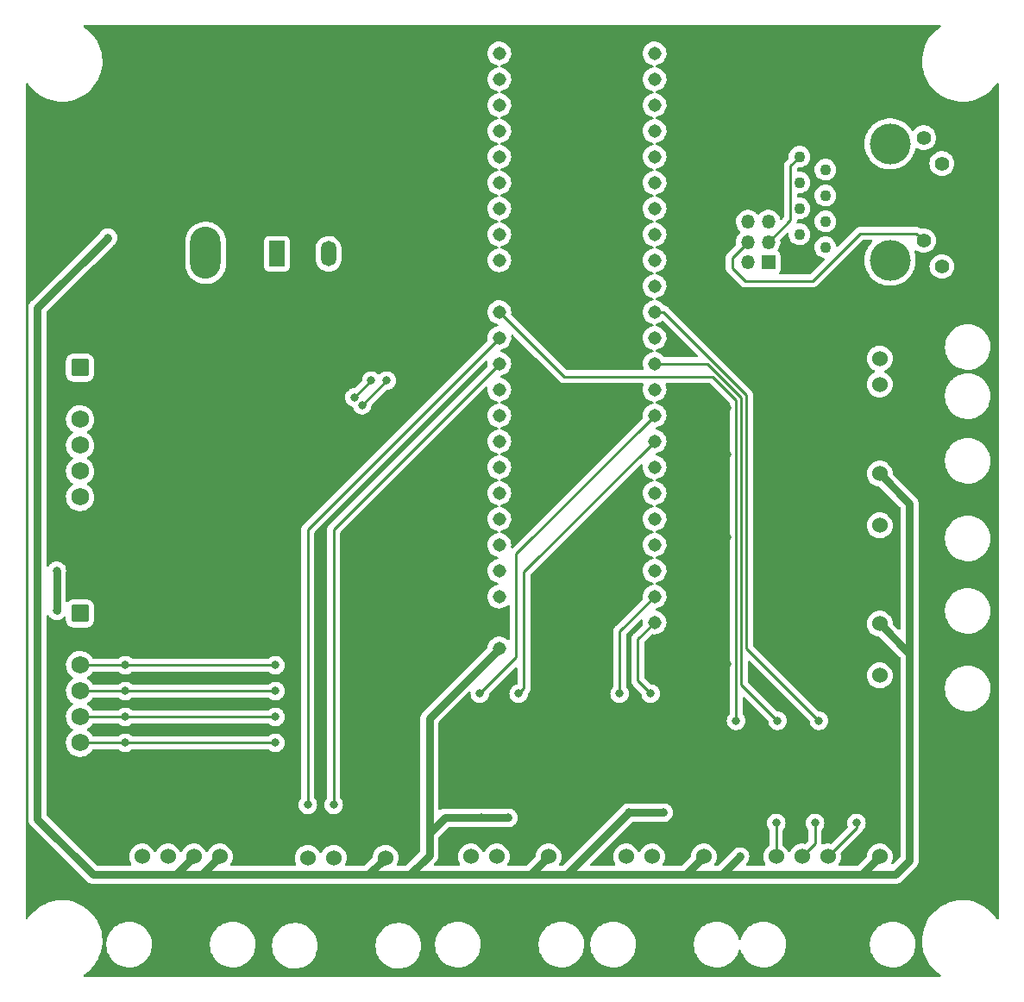
<source format=gbl>
%TF.GenerationSoftware,KiCad,Pcbnew,(6.0.10)*%
%TF.CreationDate,2022-12-29T21:44:20-06:00*%
%TF.ProjectId,ScienceSensor,53636965-6e63-4655-9365-6e736f722e6b,rev?*%
%TF.SameCoordinates,Original*%
%TF.FileFunction,Copper,L2,Bot*%
%TF.FilePolarity,Positive*%
%FSLAX46Y46*%
G04 Gerber Fmt 4.6, Leading zero omitted, Abs format (unit mm)*
G04 Created by KiCad (PCBNEW (6.0.10)) date 2022-12-29 21:44:20*
%MOMM*%
%LPD*%
G01*
G04 APERTURE LIST*
G04 Aperture macros list*
%AMRoundRect*
0 Rectangle with rounded corners*
0 $1 Rounding radius*
0 $2 $3 $4 $5 $6 $7 $8 $9 X,Y pos of 4 corners*
0 Add a 4 corners polygon primitive as box body*
4,1,4,$2,$3,$4,$5,$6,$7,$8,$9,$2,$3,0*
0 Add four circle primitives for the rounded corners*
1,1,$1+$1,$2,$3*
1,1,$1+$1,$4,$5*
1,1,$1+$1,$6,$7*
1,1,$1+$1,$8,$9*
0 Add four rect primitives between the rounded corners*
20,1,$1+$1,$2,$3,$4,$5,0*
20,1,$1+$1,$4,$5,$6,$7,0*
20,1,$1+$1,$6,$7,$8,$9,0*
20,1,$1+$1,$8,$9,$2,$3,0*%
G04 Aperture macros list end*
%TA.AperFunction,ComponentPad*%
%ADD10C,1.308000*%
%TD*%
%TA.AperFunction,ComponentPad*%
%ADD11C,1.524000*%
%TD*%
%TA.AperFunction,ComponentPad*%
%ADD12RoundRect,0.250000X-0.620000X0.620000X-0.620000X-0.620000X0.620000X-0.620000X0.620000X0.620000X0*%
%TD*%
%TA.AperFunction,ComponentPad*%
%ADD13C,1.740000*%
%TD*%
%TA.AperFunction,ComponentPad*%
%ADD14O,3.000000X5.100000*%
%TD*%
%TA.AperFunction,ComponentPad*%
%ADD15R,1.500000X2.500000*%
%TD*%
%TA.AperFunction,ComponentPad*%
%ADD16O,1.500000X2.500000*%
%TD*%
%TA.AperFunction,ComponentPad*%
%ADD17C,1.100000*%
%TD*%
%TA.AperFunction,ComponentPad*%
%ADD18C,1.400000*%
%TD*%
%TA.AperFunction,ComponentPad*%
%ADD19C,4.000000*%
%TD*%
%TA.AperFunction,ComponentPad*%
%ADD20C,2.000000*%
%TD*%
%TA.AperFunction,ComponentPad*%
%ADD21R,1.350000X1.350000*%
%TD*%
%TA.AperFunction,ComponentPad*%
%ADD22O,1.350000X1.350000*%
%TD*%
%TA.AperFunction,ViaPad*%
%ADD23C,0.800000*%
%TD*%
%TA.AperFunction,Conductor*%
%ADD24C,0.254000*%
%TD*%
%TA.AperFunction,Conductor*%
%ADD25C,0.762000*%
%TD*%
G04 APERTURE END LIST*
D10*
X158750000Y-105918000D03*
X158750000Y-103378000D03*
X158750000Y-100838000D03*
X158750000Y-98298000D03*
X158750000Y-72898000D03*
X143510000Y-103378000D03*
X158750000Y-95758000D03*
X158750000Y-93218000D03*
X158750000Y-90678000D03*
X158750000Y-88138000D03*
X158750000Y-85598000D03*
X158750000Y-83058000D03*
X158750000Y-80518000D03*
X158750000Y-77978000D03*
X158750000Y-75438000D03*
X143510000Y-75438000D03*
X143510000Y-77978000D03*
X143510000Y-80518000D03*
X143510000Y-83058000D03*
X143510000Y-85598000D03*
X143510000Y-88138000D03*
X143510000Y-90678000D03*
X143510000Y-93218000D03*
X143510000Y-95758000D03*
X143510000Y-98298000D03*
X143510000Y-100838000D03*
X158750000Y-70358000D03*
X158750000Y-67818000D03*
X158750000Y-65278000D03*
X158750000Y-62738000D03*
X158750000Y-60198000D03*
X158750000Y-57658000D03*
X158750000Y-55118000D03*
X158750000Y-52578000D03*
X158750000Y-50038000D03*
X143510000Y-50038000D03*
X143510000Y-52578000D03*
X143510000Y-55118000D03*
X143510000Y-57658000D03*
X143510000Y-60198000D03*
X143510000Y-62738000D03*
X143510000Y-65278000D03*
X143510000Y-67818000D03*
X143510000Y-70358000D03*
X158750000Y-108458000D03*
X143510000Y-72898000D03*
X143510000Y-105918000D03*
X143510000Y-108458000D03*
D11*
X180848000Y-128905000D03*
X178308000Y-128905000D03*
X175768000Y-128905000D03*
X173228000Y-128905000D03*
X170688000Y-128905000D03*
X180848000Y-91313000D03*
X180848000Y-93853000D03*
X180848000Y-96393000D03*
X116078000Y-128905000D03*
X113538000Y-128905000D03*
X110998000Y-128905000D03*
X108458000Y-128905000D03*
D12*
X102362000Y-80899000D03*
D13*
X102362000Y-83439000D03*
X102362000Y-85979000D03*
X102362000Y-88519000D03*
X102362000Y-91059000D03*
X102362000Y-93599000D03*
D14*
X114687400Y-61764000D03*
X114687400Y-69638000D03*
D11*
X148336000Y-128905000D03*
X145796000Y-128905000D03*
X143256000Y-128905000D03*
X140716000Y-128905000D03*
X180848000Y-106045000D03*
X180848000Y-108585000D03*
X180848000Y-111125000D03*
D15*
X121666000Y-69723000D03*
D16*
X124206000Y-69723000D03*
X126746000Y-69723000D03*
D11*
X163576000Y-128905000D03*
X161036000Y-128905000D03*
X158496000Y-128905000D03*
X155956000Y-128905000D03*
X132334000Y-129032000D03*
X129794000Y-129032000D03*
X127254000Y-129032000D03*
X124714000Y-129032000D03*
D17*
X175514000Y-69086000D03*
X172974000Y-67816000D03*
X175514000Y-66546000D03*
X172974000Y-65276000D03*
X175514000Y-64006000D03*
X172974000Y-62736000D03*
X175514000Y-61466000D03*
X172974000Y-60196000D03*
D18*
X186944000Y-70966000D03*
X185154000Y-68426000D03*
X186944000Y-60856000D03*
X185154000Y-58316000D03*
D19*
X181864000Y-70356000D03*
X181864000Y-58926000D03*
D20*
X178814000Y-72516000D03*
X178814000Y-56766000D03*
D12*
X102362000Y-105029000D03*
D13*
X102362000Y-107569000D03*
X102362000Y-110109000D03*
X102362000Y-112649000D03*
X102362000Y-115189000D03*
X102362000Y-117729000D03*
D11*
X180848000Y-80010000D03*
X180848000Y-82550000D03*
D21*
X169910000Y-70580000D03*
D22*
X167910000Y-70580000D03*
X169910000Y-68580000D03*
X167910000Y-68580000D03*
X169910000Y-66580000D03*
X167910000Y-66580000D03*
D23*
X138430000Y-63754000D03*
X154940000Y-94996000D03*
X168910000Y-89408000D03*
X129032000Y-100076000D03*
X140208000Y-89408000D03*
X164084000Y-116332000D03*
X114808000Y-107696000D03*
X116586000Y-123190000D03*
X165862000Y-109982000D03*
X133604000Y-84328000D03*
X165862000Y-97536000D03*
X152146000Y-114300000D03*
X181102000Y-116840000D03*
X177800000Y-109982000D03*
X162814000Y-69088000D03*
X135128000Y-109220000D03*
X121412000Y-107696000D03*
X165862000Y-84836000D03*
X152146000Y-122936000D03*
X164211000Y-122428000D03*
X161290000Y-79248000D03*
X177800000Y-97536000D03*
X140208000Y-104140000D03*
X162560000Y-89408000D03*
X154940000Y-66548000D03*
X132842000Y-67818000D03*
X108712000Y-107696000D03*
X116586000Y-125984000D03*
X162560000Y-76200000D03*
X177800000Y-84836000D03*
X154940000Y-76200000D03*
X177800000Y-89408000D03*
X154940000Y-86868000D03*
X168910000Y-97536000D03*
X168910000Y-84836000D03*
X129032000Y-115316000D03*
X108204000Y-67818000D03*
X165862000Y-89408000D03*
X134620000Y-94488000D03*
X162560000Y-84836000D03*
X138684000Y-115316000D03*
X100076000Y-104775000D03*
X100076000Y-100838000D03*
X129286000Y-83820000D03*
X130937000Y-82169000D03*
X132461000Y-82169000D03*
X130048000Y-84582000D03*
X106807000Y-110109000D03*
X121539000Y-110109000D03*
X106807000Y-112649000D03*
X121539000Y-112649000D03*
X121539000Y-115189000D03*
X106807000Y-115189000D03*
X121539000Y-117729000D03*
X106807000Y-117729000D03*
X105092500Y-68135500D03*
X144399000Y-125095000D03*
X156210000Y-124587000D03*
X141732000Y-125095000D03*
X159639000Y-124587000D03*
X167132000Y-128905000D03*
X178562000Y-125603000D03*
X174498000Y-125603000D03*
X170688000Y-125603000D03*
X127254000Y-123825000D03*
X124714000Y-123825000D03*
X141605000Y-112903000D03*
X155321000Y-112903000D03*
X170815000Y-115570000D03*
X174879000Y-115570000D03*
X145415000Y-112903000D03*
X158369000Y-112903000D03*
X166751000Y-115570000D03*
D24*
X145923000Y-100965000D02*
X145923000Y-112395000D01*
X145923000Y-112395000D02*
X145415000Y-112903000D01*
X158750000Y-88138000D02*
X145923000Y-100965000D01*
X145161000Y-109347000D02*
X141605000Y-112903000D01*
X145161000Y-99187000D02*
X145161000Y-109347000D01*
X158750000Y-85598000D02*
X145161000Y-99187000D01*
X172974000Y-60196000D02*
X172097000Y-61073000D01*
X172097000Y-61073000D02*
X172097000Y-66393000D01*
X172097000Y-66393000D02*
X169910000Y-68580000D01*
D25*
X100076000Y-100838000D02*
X100076000Y-104775000D01*
D24*
X130937000Y-82169000D02*
X129286000Y-83820000D01*
X130048000Y-84582000D02*
X132461000Y-82169000D01*
X106807000Y-110109000D02*
X102362000Y-110109000D01*
X121539000Y-110109000D02*
X117602000Y-110109000D01*
X117602000Y-110109000D02*
X106807000Y-110109000D01*
X121539000Y-112649000D02*
X106807000Y-112649000D01*
X106807000Y-112649000D02*
X102362000Y-112649000D01*
X121539000Y-115189000D02*
X119380000Y-115189000D01*
X106807000Y-115189000D02*
X102362000Y-115189000D01*
X119380000Y-115189000D02*
X106807000Y-115189000D01*
X115316000Y-117729000D02*
X106807000Y-117729000D01*
X106807000Y-117729000D02*
X102362000Y-117729000D01*
X121539000Y-117729000D02*
X115316000Y-117729000D01*
D25*
X114046000Y-130683000D02*
X130429000Y-130683000D01*
X130683000Y-130683000D02*
X130429000Y-130683000D01*
X182372000Y-130683000D02*
X183769000Y-129286000D01*
X136652000Y-115316000D02*
X136652000Y-126619000D01*
X179070000Y-130683000D02*
X182372000Y-130683000D01*
X132334000Y-129032000D02*
X130683000Y-130683000D01*
X179070000Y-130683000D02*
X180848000Y-128905000D01*
X143510000Y-108458000D02*
X136652000Y-115316000D01*
X136652000Y-128778000D02*
X134747000Y-130683000D01*
X183769000Y-108966000D02*
X180848000Y-106045000D01*
X165608000Y-130683000D02*
X179070000Y-130683000D01*
X150114000Y-130683000D02*
X156210000Y-124587000D01*
X111760000Y-130683000D02*
X113538000Y-128905000D01*
X161925000Y-130683000D02*
X165100000Y-130683000D01*
X183769000Y-108966000D02*
X183769000Y-94234000D01*
X148336000Y-128905000D02*
X146558000Y-130683000D01*
X130429000Y-130683000D02*
X134747000Y-130683000D01*
X183769000Y-94234000D02*
X180848000Y-91313000D01*
X150114000Y-130683000D02*
X161925000Y-130683000D01*
X103632000Y-130683000D02*
X111760000Y-130683000D01*
X146558000Y-130683000D02*
X146431000Y-130683000D01*
X136652000Y-126619000D02*
X138176000Y-125095000D01*
X161925000Y-130556000D02*
X161925000Y-130683000D01*
X105092500Y-68135500D02*
X98171000Y-75057000D01*
X111760000Y-130683000D02*
X114046000Y-130683000D01*
X98171000Y-75057000D02*
X98171000Y-125222000D01*
X146431000Y-130683000D02*
X150114000Y-130683000D01*
X165100000Y-130683000D02*
X165608000Y-130683000D01*
X98171000Y-125222000D02*
X103632000Y-130683000D01*
X141732000Y-125095000D02*
X144399000Y-125095000D01*
X114300000Y-130683000D02*
X114046000Y-130683000D01*
X116078000Y-128905000D02*
X114300000Y-130683000D01*
X134747000Y-130683000D02*
X146431000Y-130683000D01*
X163576000Y-128905000D02*
X161925000Y-130556000D01*
X165354000Y-130683000D02*
X165100000Y-130683000D01*
X156210000Y-124587000D02*
X159639000Y-124587000D01*
X136652000Y-126619000D02*
X136652000Y-128778000D01*
X167132000Y-128905000D02*
X165354000Y-130683000D01*
X138176000Y-125095000D02*
X141732000Y-125095000D01*
X183769000Y-129286000D02*
X183769000Y-108966000D01*
D24*
X178562000Y-125603000D02*
X178562000Y-126111000D01*
X178562000Y-126111000D02*
X175768000Y-128905000D01*
X174498000Y-125603000D02*
X174498000Y-127635000D01*
X174498000Y-127635000D02*
X173228000Y-128905000D01*
X170688000Y-125603000D02*
X170688000Y-128905000D01*
X143510000Y-80518000D02*
X127254000Y-96774000D01*
X127254000Y-96774000D02*
X127254000Y-123825000D01*
X143510000Y-77978000D02*
X124714000Y-96774000D01*
X124714000Y-96774000D02*
X124714000Y-123825000D01*
X166370000Y-70120000D02*
X167910000Y-68580000D01*
X185154000Y-68426000D02*
X184454000Y-67726000D01*
X167640000Y-72390000D02*
X166370000Y-71120000D01*
X184454000Y-67726000D02*
X178908000Y-67726000D01*
X178908000Y-67726000D02*
X174244000Y-72390000D01*
X166370000Y-71120000D02*
X166370000Y-70120000D01*
X174244000Y-72390000D02*
X167640000Y-72390000D01*
X158750000Y-103378000D02*
X155321000Y-106807000D01*
X155321000Y-106807000D02*
X155321000Y-112903000D01*
X170815000Y-115570000D02*
X167259000Y-112014000D01*
X163957000Y-80518000D02*
X158750000Y-80518000D01*
X167259000Y-112014000D02*
X167259000Y-83820000D01*
X167259000Y-83820000D02*
X163957000Y-80518000D01*
X159639000Y-75438000D02*
X158750000Y-75438000D01*
X167767000Y-83566000D02*
X159639000Y-75438000D01*
X167767000Y-108458000D02*
X167767000Y-83566000D01*
X174879000Y-115570000D02*
X167767000Y-108458000D01*
X157099000Y-111633000D02*
X158369000Y-112903000D01*
X157099000Y-107569000D02*
X157099000Y-110490000D01*
X157099000Y-110490000D02*
X157099000Y-111633000D01*
X158750000Y-105918000D02*
X157099000Y-107569000D01*
X149860000Y-81788000D02*
X164465000Y-81788000D01*
X166751000Y-86106000D02*
X166751000Y-115570000D01*
X143510000Y-75438000D02*
X149860000Y-81788000D01*
X164465000Y-81788000D02*
X166751000Y-84074000D01*
X166751000Y-84074000D02*
X166751000Y-86106000D01*
%TA.AperFunction,Conductor*%
G36*
X186793507Y-47264502D02*
G01*
X186840000Y-47318158D01*
X186850104Y-47388432D01*
X186820610Y-47453012D01*
X186790939Y-47478105D01*
X186739669Y-47509339D01*
X186423899Y-47747721D01*
X186421617Y-47749831D01*
X186421608Y-47749838D01*
X186304541Y-47858054D01*
X186133366Y-48016287D01*
X186131294Y-48018625D01*
X186131289Y-48018630D01*
X185873028Y-48310029D01*
X185873023Y-48310035D01*
X185870944Y-48312381D01*
X185639227Y-48633074D01*
X185440507Y-48975196D01*
X185439217Y-48978033D01*
X185439215Y-48978037D01*
X185278041Y-49332521D01*
X185276749Y-49335363D01*
X185275747Y-49338316D01*
X185275745Y-49338320D01*
X185235056Y-49458187D01*
X185149572Y-49710013D01*
X185060234Y-50095443D01*
X185009619Y-50487839D01*
X184998227Y-50883322D01*
X184998448Y-50886441D01*
X184998448Y-50886448D01*
X185013890Y-51104546D01*
X185026170Y-51277982D01*
X185093173Y-51667915D01*
X185094005Y-51670924D01*
X185094006Y-51670930D01*
X185145873Y-51858590D01*
X185198572Y-52049265D01*
X185199702Y-52052185D01*
X185199703Y-52052189D01*
X185282993Y-52267479D01*
X185341326Y-52418261D01*
X185342741Y-52421055D01*
X185342744Y-52421063D01*
X185445885Y-52624804D01*
X185520023Y-52771255D01*
X185521714Y-52773904D01*
X185521715Y-52773906D01*
X185646535Y-52969457D01*
X185732895Y-53104755D01*
X185977838Y-53415463D01*
X185980013Y-53417719D01*
X185980018Y-53417725D01*
X186041275Y-53481269D01*
X186252429Y-53700308D01*
X186254822Y-53702341D01*
X186551559Y-53954438D01*
X186551567Y-53954445D01*
X186553954Y-53956472D01*
X186556534Y-53958255D01*
X186876857Y-54179645D01*
X186876866Y-54179650D01*
X186879429Y-54181422D01*
X186882164Y-54182935D01*
X186882169Y-54182938D01*
X186905231Y-54195695D01*
X187225638Y-54372934D01*
X187228507Y-54374167D01*
X187228518Y-54374172D01*
X187586287Y-54527881D01*
X187589155Y-54529113D01*
X187592132Y-54530054D01*
X187592136Y-54530056D01*
X187720911Y-54570782D01*
X187966387Y-54648416D01*
X188353603Y-54729662D01*
X188356721Y-54729998D01*
X188744522Y-54771785D01*
X188744525Y-54771785D01*
X188746973Y-54772049D01*
X188749436Y-54772120D01*
X188749437Y-54772120D01*
X188753086Y-54772225D01*
X188804291Y-54773700D01*
X189075352Y-54773700D01*
X189076915Y-54773622D01*
X189076923Y-54773622D01*
X189173291Y-54768824D01*
X189371158Y-54758974D01*
X189374243Y-54758510D01*
X189374245Y-54758510D01*
X189759316Y-54700617D01*
X189762409Y-54700152D01*
X189784928Y-54694433D01*
X190142839Y-54603535D01*
X190142842Y-54603534D01*
X190145882Y-54602762D01*
X190148830Y-54601692D01*
X190514849Y-54468834D01*
X190514859Y-54468830D01*
X190517787Y-54467767D01*
X190874446Y-54296502D01*
X191212331Y-54090661D01*
X191413579Y-53938734D01*
X191525607Y-53854162D01*
X191525610Y-53854160D01*
X191528101Y-53852279D01*
X191530383Y-53850169D01*
X191530392Y-53850162D01*
X191794220Y-53606281D01*
X191818634Y-53583713D01*
X191854744Y-53542970D01*
X192078972Y-53289971D01*
X192078977Y-53289965D01*
X192081056Y-53287619D01*
X192082895Y-53285074D01*
X192303370Y-52979940D01*
X192359479Y-52936439D01*
X192430199Y-52930179D01*
X192493077Y-52963146D01*
X192528150Y-53024874D01*
X192531500Y-53053734D01*
X192531500Y-134913080D01*
X192511498Y-134981201D01*
X192457842Y-135027694D01*
X192387568Y-135037798D01*
X192322988Y-135008304D01*
X192299292Y-134980872D01*
X192251672Y-134906266D01*
X192219105Y-134855245D01*
X191974162Y-134544537D01*
X191971987Y-134542281D01*
X191971982Y-134542275D01*
X191809922Y-134374164D01*
X191699571Y-134259692D01*
X191696999Y-134257507D01*
X191400441Y-134005562D01*
X191400433Y-134005555D01*
X191398046Y-134003528D01*
X191203891Y-133869339D01*
X191075143Y-133780355D01*
X191075134Y-133780350D01*
X191072571Y-133778578D01*
X191069836Y-133777065D01*
X191069831Y-133777062D01*
X190862080Y-133662141D01*
X190726362Y-133587066D01*
X190723493Y-133585833D01*
X190723482Y-133585828D01*
X190365713Y-133432119D01*
X190365710Y-133432118D01*
X190362845Y-133430887D01*
X190359868Y-133429946D01*
X190359864Y-133429944D01*
X190231089Y-133389218D01*
X189985613Y-133311584D01*
X189598397Y-133230338D01*
X189595279Y-133230002D01*
X189207478Y-133188215D01*
X189207475Y-133188215D01*
X189205027Y-133187951D01*
X189202564Y-133187880D01*
X189202563Y-133187880D01*
X189198914Y-133187775D01*
X189147709Y-133186300D01*
X188876648Y-133186300D01*
X188875085Y-133186378D01*
X188875077Y-133186378D01*
X188778709Y-133191176D01*
X188580842Y-133201026D01*
X188577757Y-133201490D01*
X188577755Y-133201490D01*
X188388110Y-133230002D01*
X188189591Y-133259848D01*
X188186556Y-133260619D01*
X188186555Y-133260619D01*
X187809161Y-133356465D01*
X187809158Y-133356466D01*
X187806118Y-133357238D01*
X187803171Y-133358308D01*
X187803170Y-133358308D01*
X187437151Y-133491166D01*
X187437141Y-133491170D01*
X187434213Y-133492233D01*
X187077554Y-133663498D01*
X186739669Y-133869339D01*
X186423899Y-134107721D01*
X186421617Y-134109831D01*
X186421608Y-134109838D01*
X186261697Y-134257659D01*
X186133366Y-134376287D01*
X186131294Y-134378625D01*
X186131289Y-134378630D01*
X185873028Y-134670029D01*
X185873023Y-134670035D01*
X185870944Y-134672381D01*
X185639227Y-134993074D01*
X185440507Y-135335196D01*
X185439217Y-135338033D01*
X185439215Y-135338037D01*
X185315441Y-135610264D01*
X185276749Y-135695363D01*
X185275747Y-135698316D01*
X185275745Y-135698320D01*
X185263162Y-135735389D01*
X185149572Y-136070013D01*
X185060234Y-136455443D01*
X185009619Y-136847839D01*
X184998227Y-137243322D01*
X184998448Y-137246441D01*
X184998448Y-137246448D01*
X185010628Y-137418477D01*
X185026170Y-137637982D01*
X185093173Y-138027915D01*
X185094005Y-138030924D01*
X185094006Y-138030930D01*
X185133278Y-138173021D01*
X185198572Y-138409265D01*
X185199702Y-138412185D01*
X185199703Y-138412189D01*
X185334290Y-138760073D01*
X185341326Y-138778261D01*
X185342741Y-138781055D01*
X185342744Y-138781063D01*
X185509253Y-139109981D01*
X185520023Y-139131255D01*
X185521714Y-139133904D01*
X185521715Y-139133906D01*
X185625654Y-139296744D01*
X185732895Y-139464755D01*
X185977838Y-139775463D01*
X185980013Y-139777719D01*
X185980018Y-139777725D01*
X186085201Y-139886835D01*
X186252429Y-140060308D01*
X186254822Y-140062341D01*
X186551559Y-140314438D01*
X186551567Y-140314445D01*
X186553954Y-140316472D01*
X186556534Y-140318255D01*
X186799019Y-140485847D01*
X186843685Y-140541033D01*
X186851426Y-140611606D01*
X186819782Y-140675161D01*
X186758802Y-140711519D01*
X186727380Y-140715500D01*
X102834614Y-140715500D01*
X102766493Y-140695498D01*
X102720000Y-140641842D01*
X102709896Y-140571568D01*
X102739390Y-140506988D01*
X102769061Y-140481895D01*
X102817647Y-140452296D01*
X102820331Y-140450661D01*
X103136101Y-140212279D01*
X103138383Y-140210169D01*
X103138392Y-140210162D01*
X103424337Y-139945836D01*
X103426634Y-139943713D01*
X103464047Y-139901500D01*
X103686972Y-139649971D01*
X103686977Y-139649965D01*
X103689056Y-139647619D01*
X103724377Y-139598736D01*
X103802707Y-139490328D01*
X103920773Y-139326926D01*
X104119493Y-138984804D01*
X104164833Y-138885085D01*
X104281959Y-138627479D01*
X104281960Y-138627476D01*
X104283251Y-138624637D01*
X104410428Y-138249987D01*
X104499766Y-137864557D01*
X104535454Y-137587880D01*
X104949992Y-137587880D01*
X104950355Y-137592028D01*
X104950355Y-137592032D01*
X104975487Y-137879293D01*
X104975488Y-137879301D01*
X104975852Y-137883459D01*
X105040577Y-138173021D01*
X105042019Y-138176941D01*
X105042021Y-138176947D01*
X105127497Y-138409265D01*
X105143029Y-138451480D01*
X105144980Y-138455180D01*
X105144982Y-138455185D01*
X105235823Y-138627479D01*
X105281410Y-138713942D01*
X105453288Y-138955797D01*
X105655642Y-139172796D01*
X105884918Y-139361125D01*
X106137088Y-139517477D01*
X106407722Y-139639105D01*
X106580390Y-139690580D01*
X106688065Y-139722679D01*
X106688067Y-139722679D01*
X106692064Y-139723871D01*
X106696184Y-139724524D01*
X106696186Y-139724524D01*
X106815106Y-139743359D01*
X106985119Y-139770286D01*
X107030146Y-139772331D01*
X107076497Y-139774436D01*
X107076516Y-139774436D01*
X107077916Y-139774500D01*
X107263264Y-139774500D01*
X107484056Y-139759835D01*
X107774910Y-139701188D01*
X108055453Y-139604590D01*
X108059196Y-139602716D01*
X108059200Y-139602714D01*
X108317012Y-139473611D01*
X108317014Y-139473610D01*
X108320756Y-139471736D01*
X108487413Y-139358476D01*
X108562699Y-139307312D01*
X108562702Y-139307310D01*
X108566158Y-139304961D01*
X108787346Y-139107196D01*
X108808259Y-139082797D01*
X108977718Y-138885085D01*
X108980436Y-138881914D01*
X109004828Y-138844354D01*
X109139763Y-138636572D01*
X109139765Y-138636569D01*
X109142035Y-138633073D01*
X109144692Y-138627479D01*
X109210892Y-138488060D01*
X109269304Y-138365046D01*
X109290181Y-138300021D01*
X109358726Y-138086530D01*
X109358727Y-138086524D01*
X109360006Y-138082542D01*
X109395091Y-137887548D01*
X109411809Y-137794632D01*
X109411810Y-137794627D01*
X109412548Y-137790523D01*
X109415795Y-137719032D01*
X109421751Y-137587880D01*
X115109992Y-137587880D01*
X115110355Y-137592028D01*
X115110355Y-137592032D01*
X115135487Y-137879293D01*
X115135488Y-137879301D01*
X115135852Y-137883459D01*
X115200577Y-138173021D01*
X115202019Y-138176941D01*
X115202021Y-138176947D01*
X115287497Y-138409265D01*
X115303029Y-138451480D01*
X115304980Y-138455180D01*
X115304982Y-138455185D01*
X115395823Y-138627479D01*
X115441410Y-138713942D01*
X115613288Y-138955797D01*
X115815642Y-139172796D01*
X116044918Y-139361125D01*
X116297088Y-139517477D01*
X116567722Y-139639105D01*
X116740390Y-139690580D01*
X116848065Y-139722679D01*
X116848067Y-139722679D01*
X116852064Y-139723871D01*
X116856184Y-139724524D01*
X116856186Y-139724524D01*
X116975106Y-139743359D01*
X117145119Y-139770286D01*
X117190146Y-139772331D01*
X117236497Y-139774436D01*
X117236516Y-139774436D01*
X117237916Y-139774500D01*
X117423264Y-139774500D01*
X117644056Y-139759835D01*
X117934910Y-139701188D01*
X118215453Y-139604590D01*
X118219196Y-139602716D01*
X118219200Y-139602714D01*
X118477012Y-139473611D01*
X118477014Y-139473610D01*
X118480756Y-139471736D01*
X118647413Y-139358476D01*
X118722699Y-139307312D01*
X118722702Y-139307310D01*
X118726158Y-139304961D01*
X118947346Y-139107196D01*
X118968259Y-139082797D01*
X119137718Y-138885085D01*
X119140436Y-138881914D01*
X119164828Y-138844354D01*
X119299763Y-138636572D01*
X119299765Y-138636569D01*
X119302035Y-138633073D01*
X119304692Y-138627479D01*
X119370892Y-138488060D01*
X119429304Y-138365046D01*
X119450181Y-138300021D01*
X119518726Y-138086530D01*
X119518727Y-138086524D01*
X119520006Y-138082542D01*
X119555091Y-137887548D01*
X119571809Y-137794632D01*
X119571810Y-137794627D01*
X119572548Y-137790523D01*
X119575795Y-137719032D01*
X119575984Y-137714880D01*
X121205992Y-137714880D01*
X121206355Y-137719028D01*
X121206355Y-137719032D01*
X121231487Y-138006293D01*
X121231488Y-138006301D01*
X121231852Y-138010459D01*
X121232766Y-138014548D01*
X121251298Y-138097453D01*
X121296577Y-138300021D01*
X121298019Y-138303941D01*
X121298021Y-138303947D01*
X121368619Y-138495827D01*
X121399029Y-138578480D01*
X121400980Y-138582180D01*
X121400982Y-138582185D01*
X121504362Y-138778261D01*
X121537410Y-138840942D01*
X121709288Y-139082797D01*
X121911642Y-139299796D01*
X122140918Y-139488125D01*
X122393088Y-139644477D01*
X122663722Y-139766105D01*
X122695113Y-139775463D01*
X122944065Y-139849679D01*
X122944067Y-139849679D01*
X122948064Y-139850871D01*
X122952184Y-139851524D01*
X122952186Y-139851524D01*
X123071106Y-139870359D01*
X123241119Y-139897286D01*
X123286146Y-139899331D01*
X123332497Y-139901436D01*
X123332516Y-139901436D01*
X123333916Y-139901500D01*
X123519264Y-139901500D01*
X123740056Y-139886835D01*
X124030910Y-139828188D01*
X124217767Y-139763848D01*
X124307489Y-139732955D01*
X124307490Y-139732954D01*
X124311453Y-139731590D01*
X124315196Y-139729716D01*
X124315200Y-139729714D01*
X124573012Y-139600611D01*
X124573014Y-139600610D01*
X124576756Y-139598736D01*
X124679135Y-139529159D01*
X124818699Y-139434312D01*
X124818702Y-139434310D01*
X124822158Y-139431961D01*
X125043346Y-139234196D01*
X125236436Y-139008914D01*
X125273143Y-138952390D01*
X125395763Y-138763572D01*
X125395765Y-138763569D01*
X125398035Y-138760073D01*
X125421699Y-138710238D01*
X125463749Y-138621680D01*
X125525304Y-138492046D01*
X125537139Y-138455185D01*
X125614726Y-138213530D01*
X125614727Y-138213524D01*
X125616006Y-138209542D01*
X125651757Y-138010843D01*
X125667809Y-137921632D01*
X125667810Y-137921627D01*
X125668548Y-137917523D01*
X125669910Y-137887548D01*
X125677751Y-137714880D01*
X131365992Y-137714880D01*
X131366355Y-137719028D01*
X131366355Y-137719032D01*
X131391487Y-138006293D01*
X131391488Y-138006301D01*
X131391852Y-138010459D01*
X131392766Y-138014548D01*
X131411298Y-138097453D01*
X131456577Y-138300021D01*
X131458019Y-138303941D01*
X131458021Y-138303947D01*
X131528619Y-138495827D01*
X131559029Y-138578480D01*
X131560980Y-138582180D01*
X131560982Y-138582185D01*
X131664362Y-138778261D01*
X131697410Y-138840942D01*
X131869288Y-139082797D01*
X132071642Y-139299796D01*
X132300918Y-139488125D01*
X132553088Y-139644477D01*
X132823722Y-139766105D01*
X132855113Y-139775463D01*
X133104065Y-139849679D01*
X133104067Y-139849679D01*
X133108064Y-139850871D01*
X133112184Y-139851524D01*
X133112186Y-139851524D01*
X133231106Y-139870359D01*
X133401119Y-139897286D01*
X133446146Y-139899331D01*
X133492497Y-139901436D01*
X133492516Y-139901436D01*
X133493916Y-139901500D01*
X133679264Y-139901500D01*
X133900056Y-139886835D01*
X134190910Y-139828188D01*
X134377767Y-139763848D01*
X134467489Y-139732955D01*
X134467490Y-139732954D01*
X134471453Y-139731590D01*
X134475196Y-139729716D01*
X134475200Y-139729714D01*
X134733012Y-139600611D01*
X134733014Y-139600610D01*
X134736756Y-139598736D01*
X134839135Y-139529159D01*
X134978699Y-139434312D01*
X134978702Y-139434310D01*
X134982158Y-139431961D01*
X135203346Y-139234196D01*
X135396436Y-139008914D01*
X135433143Y-138952390D01*
X135555763Y-138763572D01*
X135555765Y-138763569D01*
X135558035Y-138760073D01*
X135581699Y-138710238D01*
X135623749Y-138621680D01*
X135685304Y-138492046D01*
X135697139Y-138455185D01*
X135774726Y-138213530D01*
X135774727Y-138213524D01*
X135776006Y-138209542D01*
X135811757Y-138010843D01*
X135827809Y-137921632D01*
X135827810Y-137921627D01*
X135828548Y-137917523D01*
X135829910Y-137887548D01*
X135841819Y-137625290D01*
X135841819Y-137625285D01*
X135842008Y-137621120D01*
X135839100Y-137587880D01*
X137207992Y-137587880D01*
X137208355Y-137592028D01*
X137208355Y-137592032D01*
X137233487Y-137879293D01*
X137233488Y-137879301D01*
X137233852Y-137883459D01*
X137298577Y-138173021D01*
X137300019Y-138176941D01*
X137300021Y-138176947D01*
X137385497Y-138409265D01*
X137401029Y-138451480D01*
X137402980Y-138455180D01*
X137402982Y-138455185D01*
X137493823Y-138627479D01*
X137539410Y-138713942D01*
X137711288Y-138955797D01*
X137913642Y-139172796D01*
X138142918Y-139361125D01*
X138395088Y-139517477D01*
X138665722Y-139639105D01*
X138838390Y-139690580D01*
X138946065Y-139722679D01*
X138946067Y-139722679D01*
X138950064Y-139723871D01*
X138954184Y-139724524D01*
X138954186Y-139724524D01*
X139073106Y-139743359D01*
X139243119Y-139770286D01*
X139288146Y-139772331D01*
X139334497Y-139774436D01*
X139334516Y-139774436D01*
X139335916Y-139774500D01*
X139521264Y-139774500D01*
X139742056Y-139759835D01*
X140032910Y-139701188D01*
X140313453Y-139604590D01*
X140317196Y-139602716D01*
X140317200Y-139602714D01*
X140575012Y-139473611D01*
X140575014Y-139473610D01*
X140578756Y-139471736D01*
X140745413Y-139358476D01*
X140820699Y-139307312D01*
X140820702Y-139307310D01*
X140824158Y-139304961D01*
X141045346Y-139107196D01*
X141066259Y-139082797D01*
X141235718Y-138885085D01*
X141238436Y-138881914D01*
X141262828Y-138844354D01*
X141397763Y-138636572D01*
X141397765Y-138636569D01*
X141400035Y-138633073D01*
X141402692Y-138627479D01*
X141468892Y-138488060D01*
X141527304Y-138365046D01*
X141548181Y-138300021D01*
X141616726Y-138086530D01*
X141616727Y-138086524D01*
X141618006Y-138082542D01*
X141653091Y-137887548D01*
X141669809Y-137794632D01*
X141669810Y-137794627D01*
X141670548Y-137790523D01*
X141673795Y-137719032D01*
X141679751Y-137587880D01*
X147367992Y-137587880D01*
X147368355Y-137592028D01*
X147368355Y-137592032D01*
X147393487Y-137879293D01*
X147393488Y-137879301D01*
X147393852Y-137883459D01*
X147458577Y-138173021D01*
X147460019Y-138176941D01*
X147460021Y-138176947D01*
X147545497Y-138409265D01*
X147561029Y-138451480D01*
X147562980Y-138455180D01*
X147562982Y-138455185D01*
X147653823Y-138627479D01*
X147699410Y-138713942D01*
X147871288Y-138955797D01*
X148073642Y-139172796D01*
X148302918Y-139361125D01*
X148555088Y-139517477D01*
X148825722Y-139639105D01*
X148998390Y-139690580D01*
X149106065Y-139722679D01*
X149106067Y-139722679D01*
X149110064Y-139723871D01*
X149114184Y-139724524D01*
X149114186Y-139724524D01*
X149233106Y-139743359D01*
X149403119Y-139770286D01*
X149448146Y-139772331D01*
X149494497Y-139774436D01*
X149494516Y-139774436D01*
X149495916Y-139774500D01*
X149681264Y-139774500D01*
X149902056Y-139759835D01*
X150192910Y-139701188D01*
X150473453Y-139604590D01*
X150477196Y-139602716D01*
X150477200Y-139602714D01*
X150735012Y-139473611D01*
X150735014Y-139473610D01*
X150738756Y-139471736D01*
X150905413Y-139358476D01*
X150980699Y-139307312D01*
X150980702Y-139307310D01*
X150984158Y-139304961D01*
X151205346Y-139107196D01*
X151226259Y-139082797D01*
X151395718Y-138885085D01*
X151398436Y-138881914D01*
X151422828Y-138844354D01*
X151557763Y-138636572D01*
X151557765Y-138636569D01*
X151560035Y-138633073D01*
X151562692Y-138627479D01*
X151628892Y-138488060D01*
X151687304Y-138365046D01*
X151708181Y-138300021D01*
X151776726Y-138086530D01*
X151776727Y-138086524D01*
X151778006Y-138082542D01*
X151813091Y-137887548D01*
X151829809Y-137794632D01*
X151829810Y-137794627D01*
X151830548Y-137790523D01*
X151833795Y-137719032D01*
X151839751Y-137587880D01*
X152447992Y-137587880D01*
X152448355Y-137592028D01*
X152448355Y-137592032D01*
X152473487Y-137879293D01*
X152473488Y-137879301D01*
X152473852Y-137883459D01*
X152538577Y-138173021D01*
X152540019Y-138176941D01*
X152540021Y-138176947D01*
X152625497Y-138409265D01*
X152641029Y-138451480D01*
X152642980Y-138455180D01*
X152642982Y-138455185D01*
X152733823Y-138627479D01*
X152779410Y-138713942D01*
X152951288Y-138955797D01*
X153153642Y-139172796D01*
X153382918Y-139361125D01*
X153635088Y-139517477D01*
X153905722Y-139639105D01*
X154078390Y-139690580D01*
X154186065Y-139722679D01*
X154186067Y-139722679D01*
X154190064Y-139723871D01*
X154194184Y-139724524D01*
X154194186Y-139724524D01*
X154313106Y-139743359D01*
X154483119Y-139770286D01*
X154528146Y-139772331D01*
X154574497Y-139774436D01*
X154574516Y-139774436D01*
X154575916Y-139774500D01*
X154761264Y-139774500D01*
X154982056Y-139759835D01*
X155272910Y-139701188D01*
X155553453Y-139604590D01*
X155557196Y-139602716D01*
X155557200Y-139602714D01*
X155815012Y-139473611D01*
X155815014Y-139473610D01*
X155818756Y-139471736D01*
X155985413Y-139358476D01*
X156060699Y-139307312D01*
X156060702Y-139307310D01*
X156064158Y-139304961D01*
X156285346Y-139107196D01*
X156306259Y-139082797D01*
X156475718Y-138885085D01*
X156478436Y-138881914D01*
X156502828Y-138844354D01*
X156637763Y-138636572D01*
X156637765Y-138636569D01*
X156640035Y-138633073D01*
X156642692Y-138627479D01*
X156708892Y-138488060D01*
X156767304Y-138365046D01*
X156788181Y-138300021D01*
X156856726Y-138086530D01*
X156856727Y-138086524D01*
X156858006Y-138082542D01*
X156893091Y-137887548D01*
X156909809Y-137794632D01*
X156909810Y-137794627D01*
X156910548Y-137790523D01*
X156913795Y-137719032D01*
X156919751Y-137587880D01*
X162607992Y-137587880D01*
X162608355Y-137592028D01*
X162608355Y-137592032D01*
X162633487Y-137879293D01*
X162633488Y-137879301D01*
X162633852Y-137883459D01*
X162698577Y-138173021D01*
X162700019Y-138176941D01*
X162700021Y-138176947D01*
X162785497Y-138409265D01*
X162801029Y-138451480D01*
X162802980Y-138455180D01*
X162802982Y-138455185D01*
X162893823Y-138627479D01*
X162939410Y-138713942D01*
X163111288Y-138955797D01*
X163313642Y-139172796D01*
X163542918Y-139361125D01*
X163795088Y-139517477D01*
X164065722Y-139639105D01*
X164238390Y-139690580D01*
X164346065Y-139722679D01*
X164346067Y-139722679D01*
X164350064Y-139723871D01*
X164354184Y-139724524D01*
X164354186Y-139724524D01*
X164473106Y-139743359D01*
X164643119Y-139770286D01*
X164688146Y-139772331D01*
X164734497Y-139774436D01*
X164734516Y-139774436D01*
X164735916Y-139774500D01*
X164921264Y-139774500D01*
X165142056Y-139759835D01*
X165432910Y-139701188D01*
X165713453Y-139604590D01*
X165717196Y-139602716D01*
X165717200Y-139602714D01*
X165975012Y-139473611D01*
X165975014Y-139473610D01*
X165978756Y-139471736D01*
X166145413Y-139358476D01*
X166220699Y-139307312D01*
X166220702Y-139307310D01*
X166224158Y-139304961D01*
X166445346Y-139107196D01*
X166466259Y-139082797D01*
X166635718Y-138885085D01*
X166638436Y-138881914D01*
X166662828Y-138844354D01*
X166797763Y-138636572D01*
X166797765Y-138636569D01*
X166800035Y-138633073D01*
X166802692Y-138627479D01*
X166868892Y-138488060D01*
X166927304Y-138365046D01*
X166948181Y-138300021D01*
X167013219Y-138097453D01*
X167053088Y-138038708D01*
X167118387Y-138010843D01*
X167188386Y-138022705D01*
X167240859Y-138070529D01*
X167256150Y-138108479D01*
X167270577Y-138173021D01*
X167272019Y-138176941D01*
X167272021Y-138176947D01*
X167357497Y-138409265D01*
X167373029Y-138451480D01*
X167374980Y-138455180D01*
X167374982Y-138455185D01*
X167465823Y-138627479D01*
X167511410Y-138713942D01*
X167683288Y-138955797D01*
X167885642Y-139172796D01*
X168114918Y-139361125D01*
X168367088Y-139517477D01*
X168637722Y-139639105D01*
X168810390Y-139690580D01*
X168918065Y-139722679D01*
X168918067Y-139722679D01*
X168922064Y-139723871D01*
X168926184Y-139724524D01*
X168926186Y-139724524D01*
X169045106Y-139743359D01*
X169215119Y-139770286D01*
X169260146Y-139772331D01*
X169306497Y-139774436D01*
X169306516Y-139774436D01*
X169307916Y-139774500D01*
X169493264Y-139774500D01*
X169714056Y-139759835D01*
X170004910Y-139701188D01*
X170285453Y-139604590D01*
X170289196Y-139602716D01*
X170289200Y-139602714D01*
X170547012Y-139473611D01*
X170547014Y-139473610D01*
X170550756Y-139471736D01*
X170717413Y-139358476D01*
X170792699Y-139307312D01*
X170792702Y-139307310D01*
X170796158Y-139304961D01*
X171017346Y-139107196D01*
X171038259Y-139082797D01*
X171207718Y-138885085D01*
X171210436Y-138881914D01*
X171234828Y-138844354D01*
X171369763Y-138636572D01*
X171369765Y-138636569D01*
X171372035Y-138633073D01*
X171374692Y-138627479D01*
X171440892Y-138488060D01*
X171499304Y-138365046D01*
X171520181Y-138300021D01*
X171588726Y-138086530D01*
X171588727Y-138086524D01*
X171590006Y-138082542D01*
X171625091Y-137887548D01*
X171641809Y-137794632D01*
X171641810Y-137794627D01*
X171642548Y-137790523D01*
X171645795Y-137719032D01*
X171651751Y-137587880D01*
X179879992Y-137587880D01*
X179880355Y-137592028D01*
X179880355Y-137592032D01*
X179905487Y-137879293D01*
X179905488Y-137879301D01*
X179905852Y-137883459D01*
X179970577Y-138173021D01*
X179972019Y-138176941D01*
X179972021Y-138176947D01*
X180057497Y-138409265D01*
X180073029Y-138451480D01*
X180074980Y-138455180D01*
X180074982Y-138455185D01*
X180165823Y-138627479D01*
X180211410Y-138713942D01*
X180383288Y-138955797D01*
X180585642Y-139172796D01*
X180814918Y-139361125D01*
X181067088Y-139517477D01*
X181337722Y-139639105D01*
X181510390Y-139690580D01*
X181618065Y-139722679D01*
X181618067Y-139722679D01*
X181622064Y-139723871D01*
X181626184Y-139724524D01*
X181626186Y-139724524D01*
X181745106Y-139743359D01*
X181915119Y-139770286D01*
X181960146Y-139772331D01*
X182006497Y-139774436D01*
X182006516Y-139774436D01*
X182007916Y-139774500D01*
X182193264Y-139774500D01*
X182414056Y-139759835D01*
X182704910Y-139701188D01*
X182985453Y-139604590D01*
X182989196Y-139602716D01*
X182989200Y-139602714D01*
X183247012Y-139473611D01*
X183247014Y-139473610D01*
X183250756Y-139471736D01*
X183417413Y-139358476D01*
X183492699Y-139307312D01*
X183492702Y-139307310D01*
X183496158Y-139304961D01*
X183717346Y-139107196D01*
X183738259Y-139082797D01*
X183907718Y-138885085D01*
X183910436Y-138881914D01*
X183934828Y-138844354D01*
X184069763Y-138636572D01*
X184069765Y-138636569D01*
X184072035Y-138633073D01*
X184074692Y-138627479D01*
X184140892Y-138488060D01*
X184199304Y-138365046D01*
X184220181Y-138300021D01*
X184288726Y-138086530D01*
X184288727Y-138086524D01*
X184290006Y-138082542D01*
X184325091Y-137887548D01*
X184341809Y-137794632D01*
X184341810Y-137794627D01*
X184342548Y-137790523D01*
X184345795Y-137719032D01*
X184355819Y-137498290D01*
X184355819Y-137498285D01*
X184356008Y-137494120D01*
X184353813Y-137469026D01*
X184330513Y-137202707D01*
X184330512Y-137202699D01*
X184330148Y-137198541D01*
X184314956Y-137130577D01*
X184266336Y-136913063D01*
X184266336Y-136913061D01*
X184265423Y-136908979D01*
X184242966Y-136847940D01*
X184164418Y-136634452D01*
X184164416Y-136634448D01*
X184162971Y-136630520D01*
X184134188Y-136575927D01*
X184026543Y-136371762D01*
X184026542Y-136371761D01*
X184024590Y-136368058D01*
X183852712Y-136126203D01*
X183650358Y-135909204D01*
X183421082Y-135720875D01*
X183168912Y-135564523D01*
X182898278Y-135442895D01*
X182705214Y-135385340D01*
X182617935Y-135359321D01*
X182617933Y-135359321D01*
X182613936Y-135358129D01*
X182609816Y-135357476D01*
X182609814Y-135357476D01*
X182487079Y-135338037D01*
X182320881Y-135311714D01*
X182275854Y-135309669D01*
X182229503Y-135307564D01*
X182229484Y-135307564D01*
X182228084Y-135307500D01*
X182042736Y-135307500D01*
X181821944Y-135322165D01*
X181531090Y-135380812D01*
X181517940Y-135385340D01*
X181333382Y-135448888D01*
X181250547Y-135477410D01*
X181246804Y-135479284D01*
X181246800Y-135479286D01*
X181072179Y-135566730D01*
X180985244Y-135610264D01*
X180981779Y-135612619D01*
X180855674Y-135698320D01*
X180739842Y-135777039D01*
X180518654Y-135974804D01*
X180325564Y-136200086D01*
X180323290Y-136203588D01*
X180323289Y-136203589D01*
X180218698Y-136364646D01*
X180163965Y-136448927D01*
X180162177Y-136452693D01*
X180162174Y-136452698D01*
X180115371Y-136551266D01*
X180036696Y-136716954D01*
X180035417Y-136720937D01*
X180035416Y-136720940D01*
X179954324Y-136973514D01*
X179945994Y-136999458D01*
X179945253Y-137003577D01*
X179910174Y-137198541D01*
X179893452Y-137291477D01*
X179893263Y-137295644D01*
X179893262Y-137295651D01*
X179884060Y-137498290D01*
X179879992Y-137587880D01*
X171651751Y-137587880D01*
X171655819Y-137498290D01*
X171655819Y-137498285D01*
X171656008Y-137494120D01*
X171653813Y-137469026D01*
X171630513Y-137202707D01*
X171630512Y-137202699D01*
X171630148Y-137198541D01*
X171614956Y-137130577D01*
X171566336Y-136913063D01*
X171566336Y-136913061D01*
X171565423Y-136908979D01*
X171542966Y-136847940D01*
X171464418Y-136634452D01*
X171464416Y-136634448D01*
X171462971Y-136630520D01*
X171434188Y-136575927D01*
X171326543Y-136371762D01*
X171326542Y-136371761D01*
X171324590Y-136368058D01*
X171152712Y-136126203D01*
X170950358Y-135909204D01*
X170721082Y-135720875D01*
X170468912Y-135564523D01*
X170198278Y-135442895D01*
X170005214Y-135385340D01*
X169917935Y-135359321D01*
X169917933Y-135359321D01*
X169913936Y-135358129D01*
X169909816Y-135357476D01*
X169909814Y-135357476D01*
X169787079Y-135338037D01*
X169620881Y-135311714D01*
X169575854Y-135309669D01*
X169529503Y-135307564D01*
X169529484Y-135307564D01*
X169528084Y-135307500D01*
X169342736Y-135307500D01*
X169121944Y-135322165D01*
X168831090Y-135380812D01*
X168817940Y-135385340D01*
X168633382Y-135448888D01*
X168550547Y-135477410D01*
X168546804Y-135479284D01*
X168546800Y-135479286D01*
X168372179Y-135566730D01*
X168285244Y-135610264D01*
X168281779Y-135612619D01*
X168155674Y-135698320D01*
X168039842Y-135777039D01*
X167818654Y-135974804D01*
X167625564Y-136200086D01*
X167623290Y-136203588D01*
X167623289Y-136203589D01*
X167518698Y-136364646D01*
X167463965Y-136448927D01*
X167462177Y-136452693D01*
X167462174Y-136452698D01*
X167415371Y-136551266D01*
X167336696Y-136716954D01*
X167335417Y-136720937D01*
X167335416Y-136720940D01*
X167250781Y-136984547D01*
X167210912Y-137043292D01*
X167145613Y-137071157D01*
X167075614Y-137059295D01*
X167023141Y-137011471D01*
X167007850Y-136973521D01*
X166993423Y-136908979D01*
X166970966Y-136847940D01*
X166892418Y-136634452D01*
X166892416Y-136634448D01*
X166890971Y-136630520D01*
X166862188Y-136575927D01*
X166754543Y-136371762D01*
X166754542Y-136371761D01*
X166752590Y-136368058D01*
X166580712Y-136126203D01*
X166378358Y-135909204D01*
X166149082Y-135720875D01*
X165896912Y-135564523D01*
X165626278Y-135442895D01*
X165433214Y-135385340D01*
X165345935Y-135359321D01*
X165345933Y-135359321D01*
X165341936Y-135358129D01*
X165337816Y-135357476D01*
X165337814Y-135357476D01*
X165215079Y-135338037D01*
X165048881Y-135311714D01*
X165003854Y-135309669D01*
X164957503Y-135307564D01*
X164957484Y-135307564D01*
X164956084Y-135307500D01*
X164770736Y-135307500D01*
X164549944Y-135322165D01*
X164259090Y-135380812D01*
X164245940Y-135385340D01*
X164061382Y-135448888D01*
X163978547Y-135477410D01*
X163974804Y-135479284D01*
X163974800Y-135479286D01*
X163800179Y-135566730D01*
X163713244Y-135610264D01*
X163709779Y-135612619D01*
X163583674Y-135698320D01*
X163467842Y-135777039D01*
X163246654Y-135974804D01*
X163053564Y-136200086D01*
X163051290Y-136203588D01*
X163051289Y-136203589D01*
X162946698Y-136364646D01*
X162891965Y-136448927D01*
X162890177Y-136452693D01*
X162890174Y-136452698D01*
X162843371Y-136551266D01*
X162764696Y-136716954D01*
X162763417Y-136720937D01*
X162763416Y-136720940D01*
X162682324Y-136973514D01*
X162673994Y-136999458D01*
X162673253Y-137003577D01*
X162638174Y-137198541D01*
X162621452Y-137291477D01*
X162621263Y-137295644D01*
X162621262Y-137295651D01*
X162612060Y-137498290D01*
X162607992Y-137587880D01*
X156919751Y-137587880D01*
X156923819Y-137498290D01*
X156923819Y-137498285D01*
X156924008Y-137494120D01*
X156921813Y-137469026D01*
X156898513Y-137202707D01*
X156898512Y-137202699D01*
X156898148Y-137198541D01*
X156882956Y-137130577D01*
X156834336Y-136913063D01*
X156834336Y-136913061D01*
X156833423Y-136908979D01*
X156810966Y-136847940D01*
X156732418Y-136634452D01*
X156732416Y-136634448D01*
X156730971Y-136630520D01*
X156702188Y-136575927D01*
X156594543Y-136371762D01*
X156594542Y-136371761D01*
X156592590Y-136368058D01*
X156420712Y-136126203D01*
X156218358Y-135909204D01*
X155989082Y-135720875D01*
X155736912Y-135564523D01*
X155466278Y-135442895D01*
X155273214Y-135385340D01*
X155185935Y-135359321D01*
X155185933Y-135359321D01*
X155181936Y-135358129D01*
X155177816Y-135357476D01*
X155177814Y-135357476D01*
X155055079Y-135338037D01*
X154888881Y-135311714D01*
X154843854Y-135309669D01*
X154797503Y-135307564D01*
X154797484Y-135307564D01*
X154796084Y-135307500D01*
X154610736Y-135307500D01*
X154389944Y-135322165D01*
X154099090Y-135380812D01*
X154085940Y-135385340D01*
X153901382Y-135448888D01*
X153818547Y-135477410D01*
X153814804Y-135479284D01*
X153814800Y-135479286D01*
X153640179Y-135566730D01*
X153553244Y-135610264D01*
X153549779Y-135612619D01*
X153423674Y-135698320D01*
X153307842Y-135777039D01*
X153086654Y-135974804D01*
X152893564Y-136200086D01*
X152891290Y-136203588D01*
X152891289Y-136203589D01*
X152786698Y-136364646D01*
X152731965Y-136448927D01*
X152730177Y-136452693D01*
X152730174Y-136452698D01*
X152683371Y-136551266D01*
X152604696Y-136716954D01*
X152603417Y-136720937D01*
X152603416Y-136720940D01*
X152522324Y-136973514D01*
X152513994Y-136999458D01*
X152513253Y-137003577D01*
X152478174Y-137198541D01*
X152461452Y-137291477D01*
X152461263Y-137295644D01*
X152461262Y-137295651D01*
X152452060Y-137498290D01*
X152447992Y-137587880D01*
X151839751Y-137587880D01*
X151843819Y-137498290D01*
X151843819Y-137498285D01*
X151844008Y-137494120D01*
X151841813Y-137469026D01*
X151818513Y-137202707D01*
X151818512Y-137202699D01*
X151818148Y-137198541D01*
X151802956Y-137130577D01*
X151754336Y-136913063D01*
X151754336Y-136913061D01*
X151753423Y-136908979D01*
X151730966Y-136847940D01*
X151652418Y-136634452D01*
X151652416Y-136634448D01*
X151650971Y-136630520D01*
X151622188Y-136575927D01*
X151514543Y-136371762D01*
X151514542Y-136371761D01*
X151512590Y-136368058D01*
X151340712Y-136126203D01*
X151138358Y-135909204D01*
X150909082Y-135720875D01*
X150656912Y-135564523D01*
X150386278Y-135442895D01*
X150193214Y-135385340D01*
X150105935Y-135359321D01*
X150105933Y-135359321D01*
X150101936Y-135358129D01*
X150097816Y-135357476D01*
X150097814Y-135357476D01*
X149975079Y-135338037D01*
X149808881Y-135311714D01*
X149763854Y-135309669D01*
X149717503Y-135307564D01*
X149717484Y-135307564D01*
X149716084Y-135307500D01*
X149530736Y-135307500D01*
X149309944Y-135322165D01*
X149019090Y-135380812D01*
X149005940Y-135385340D01*
X148821382Y-135448888D01*
X148738547Y-135477410D01*
X148734804Y-135479284D01*
X148734800Y-135479286D01*
X148560179Y-135566730D01*
X148473244Y-135610264D01*
X148469779Y-135612619D01*
X148343674Y-135698320D01*
X148227842Y-135777039D01*
X148006654Y-135974804D01*
X147813564Y-136200086D01*
X147811290Y-136203588D01*
X147811289Y-136203589D01*
X147706698Y-136364646D01*
X147651965Y-136448927D01*
X147650177Y-136452693D01*
X147650174Y-136452698D01*
X147603371Y-136551266D01*
X147524696Y-136716954D01*
X147523417Y-136720937D01*
X147523416Y-136720940D01*
X147442324Y-136973514D01*
X147433994Y-136999458D01*
X147433253Y-137003577D01*
X147398174Y-137198541D01*
X147381452Y-137291477D01*
X147381263Y-137295644D01*
X147381262Y-137295651D01*
X147372060Y-137498290D01*
X147367992Y-137587880D01*
X141679751Y-137587880D01*
X141683819Y-137498290D01*
X141683819Y-137498285D01*
X141684008Y-137494120D01*
X141681813Y-137469026D01*
X141658513Y-137202707D01*
X141658512Y-137202699D01*
X141658148Y-137198541D01*
X141642956Y-137130577D01*
X141594336Y-136913063D01*
X141594336Y-136913061D01*
X141593423Y-136908979D01*
X141570966Y-136847940D01*
X141492418Y-136634452D01*
X141492416Y-136634448D01*
X141490971Y-136630520D01*
X141462188Y-136575927D01*
X141354543Y-136371762D01*
X141354542Y-136371761D01*
X141352590Y-136368058D01*
X141180712Y-136126203D01*
X140978358Y-135909204D01*
X140749082Y-135720875D01*
X140496912Y-135564523D01*
X140226278Y-135442895D01*
X140033214Y-135385340D01*
X139945935Y-135359321D01*
X139945933Y-135359321D01*
X139941936Y-135358129D01*
X139937816Y-135357476D01*
X139937814Y-135357476D01*
X139815079Y-135338037D01*
X139648881Y-135311714D01*
X139603854Y-135309669D01*
X139557503Y-135307564D01*
X139557484Y-135307564D01*
X139556084Y-135307500D01*
X139370736Y-135307500D01*
X139149944Y-135322165D01*
X138859090Y-135380812D01*
X138845940Y-135385340D01*
X138661382Y-135448888D01*
X138578547Y-135477410D01*
X138574804Y-135479284D01*
X138574800Y-135479286D01*
X138400179Y-135566730D01*
X138313244Y-135610264D01*
X138309779Y-135612619D01*
X138183674Y-135698320D01*
X138067842Y-135777039D01*
X137846654Y-135974804D01*
X137653564Y-136200086D01*
X137651290Y-136203588D01*
X137651289Y-136203589D01*
X137546698Y-136364646D01*
X137491965Y-136448927D01*
X137490177Y-136452693D01*
X137490174Y-136452698D01*
X137443371Y-136551266D01*
X137364696Y-136716954D01*
X137363417Y-136720937D01*
X137363416Y-136720940D01*
X137282324Y-136973514D01*
X137273994Y-136999458D01*
X137273253Y-137003577D01*
X137238174Y-137198541D01*
X137221452Y-137291477D01*
X137221263Y-137295644D01*
X137221262Y-137295651D01*
X137212060Y-137498290D01*
X137207992Y-137587880D01*
X135839100Y-137587880D01*
X135838735Y-137583710D01*
X135816513Y-137329707D01*
X135816512Y-137329699D01*
X135816148Y-137325541D01*
X135771648Y-137126458D01*
X135752336Y-137040063D01*
X135752336Y-137040061D01*
X135751423Y-137035979D01*
X135739502Y-137003577D01*
X135650418Y-136761452D01*
X135650416Y-136761448D01*
X135648971Y-136757520D01*
X135629685Y-136720940D01*
X135512543Y-136498762D01*
X135512542Y-136498761D01*
X135510590Y-136495058D01*
X135338712Y-136253203D01*
X135136358Y-136036204D01*
X134907082Y-135847875D01*
X134654912Y-135691523D01*
X134384278Y-135569895D01*
X134211610Y-135518420D01*
X134103935Y-135486321D01*
X134103933Y-135486321D01*
X134099936Y-135485129D01*
X134095816Y-135484476D01*
X134095814Y-135484476D01*
X133976894Y-135465641D01*
X133806881Y-135438714D01*
X133761854Y-135436669D01*
X133715503Y-135434564D01*
X133715484Y-135434564D01*
X133714084Y-135434500D01*
X133528736Y-135434500D01*
X133307944Y-135449165D01*
X133017090Y-135507812D01*
X132736547Y-135604410D01*
X132732804Y-135606284D01*
X132732800Y-135606286D01*
X132558179Y-135693730D01*
X132471244Y-135737264D01*
X132225842Y-135904039D01*
X132004654Y-136101804D01*
X132001937Y-136104974D01*
X132001936Y-136104975D01*
X131980821Y-136129610D01*
X131811564Y-136327086D01*
X131809290Y-136330588D01*
X131809289Y-136330589D01*
X131704698Y-136491646D01*
X131649965Y-136575927D01*
X131648177Y-136579693D01*
X131648174Y-136579698D01*
X131624042Y-136630520D01*
X131522696Y-136843954D01*
X131521417Y-136847937D01*
X131521416Y-136847940D01*
X131433944Y-137120386D01*
X131431994Y-137126458D01*
X131421869Y-137182730D01*
X131396174Y-137325541D01*
X131379452Y-137418477D01*
X131379263Y-137422644D01*
X131379262Y-137422651D01*
X131370060Y-137625290D01*
X131365992Y-137714880D01*
X125677751Y-137714880D01*
X125681819Y-137625290D01*
X125681819Y-137625285D01*
X125682008Y-137621120D01*
X125678735Y-137583710D01*
X125656513Y-137329707D01*
X125656512Y-137329699D01*
X125656148Y-137325541D01*
X125611648Y-137126458D01*
X125592336Y-137040063D01*
X125592336Y-137040061D01*
X125591423Y-137035979D01*
X125579502Y-137003577D01*
X125490418Y-136761452D01*
X125490416Y-136761448D01*
X125488971Y-136757520D01*
X125469685Y-136720940D01*
X125352543Y-136498762D01*
X125352542Y-136498761D01*
X125350590Y-136495058D01*
X125178712Y-136253203D01*
X124976358Y-136036204D01*
X124747082Y-135847875D01*
X124494912Y-135691523D01*
X124224278Y-135569895D01*
X124051610Y-135518420D01*
X123943935Y-135486321D01*
X123943933Y-135486321D01*
X123939936Y-135485129D01*
X123935816Y-135484476D01*
X123935814Y-135484476D01*
X123816894Y-135465641D01*
X123646881Y-135438714D01*
X123601854Y-135436669D01*
X123555503Y-135434564D01*
X123555484Y-135434564D01*
X123554084Y-135434500D01*
X123368736Y-135434500D01*
X123147944Y-135449165D01*
X122857090Y-135507812D01*
X122576547Y-135604410D01*
X122572804Y-135606284D01*
X122572800Y-135606286D01*
X122398179Y-135693730D01*
X122311244Y-135737264D01*
X122065842Y-135904039D01*
X121844654Y-136101804D01*
X121841937Y-136104974D01*
X121841936Y-136104975D01*
X121820821Y-136129610D01*
X121651564Y-136327086D01*
X121649290Y-136330588D01*
X121649289Y-136330589D01*
X121544698Y-136491646D01*
X121489965Y-136575927D01*
X121488177Y-136579693D01*
X121488174Y-136579698D01*
X121464042Y-136630520D01*
X121362696Y-136843954D01*
X121361417Y-136847937D01*
X121361416Y-136847940D01*
X121273944Y-137120386D01*
X121271994Y-137126458D01*
X121261869Y-137182730D01*
X121236174Y-137325541D01*
X121219452Y-137418477D01*
X121219263Y-137422644D01*
X121219262Y-137422651D01*
X121210060Y-137625290D01*
X121205992Y-137714880D01*
X119575984Y-137714880D01*
X119585819Y-137498290D01*
X119585819Y-137498285D01*
X119586008Y-137494120D01*
X119583813Y-137469026D01*
X119560513Y-137202707D01*
X119560512Y-137202699D01*
X119560148Y-137198541D01*
X119544956Y-137130577D01*
X119496336Y-136913063D01*
X119496336Y-136913061D01*
X119495423Y-136908979D01*
X119472966Y-136847940D01*
X119394418Y-136634452D01*
X119394416Y-136634448D01*
X119392971Y-136630520D01*
X119364188Y-136575927D01*
X119256543Y-136371762D01*
X119256542Y-136371761D01*
X119254590Y-136368058D01*
X119082712Y-136126203D01*
X118880358Y-135909204D01*
X118651082Y-135720875D01*
X118398912Y-135564523D01*
X118128278Y-135442895D01*
X117935214Y-135385340D01*
X117847935Y-135359321D01*
X117847933Y-135359321D01*
X117843936Y-135358129D01*
X117839816Y-135357476D01*
X117839814Y-135357476D01*
X117717079Y-135338037D01*
X117550881Y-135311714D01*
X117505854Y-135309669D01*
X117459503Y-135307564D01*
X117459484Y-135307564D01*
X117458084Y-135307500D01*
X117272736Y-135307500D01*
X117051944Y-135322165D01*
X116761090Y-135380812D01*
X116747940Y-135385340D01*
X116563382Y-135448888D01*
X116480547Y-135477410D01*
X116476804Y-135479284D01*
X116476800Y-135479286D01*
X116302179Y-135566730D01*
X116215244Y-135610264D01*
X116211779Y-135612619D01*
X116085674Y-135698320D01*
X115969842Y-135777039D01*
X115748654Y-135974804D01*
X115555564Y-136200086D01*
X115553290Y-136203588D01*
X115553289Y-136203589D01*
X115448698Y-136364646D01*
X115393965Y-136448927D01*
X115392177Y-136452693D01*
X115392174Y-136452698D01*
X115345371Y-136551266D01*
X115266696Y-136716954D01*
X115265417Y-136720937D01*
X115265416Y-136720940D01*
X115184324Y-136973514D01*
X115175994Y-136999458D01*
X115175253Y-137003577D01*
X115140174Y-137198541D01*
X115123452Y-137291477D01*
X115123263Y-137295644D01*
X115123262Y-137295651D01*
X115114060Y-137498290D01*
X115109992Y-137587880D01*
X109421751Y-137587880D01*
X109425819Y-137498290D01*
X109425819Y-137498285D01*
X109426008Y-137494120D01*
X109423813Y-137469026D01*
X109400513Y-137202707D01*
X109400512Y-137202699D01*
X109400148Y-137198541D01*
X109384956Y-137130577D01*
X109336336Y-136913063D01*
X109336336Y-136913061D01*
X109335423Y-136908979D01*
X109312966Y-136847940D01*
X109234418Y-136634452D01*
X109234416Y-136634448D01*
X109232971Y-136630520D01*
X109204188Y-136575927D01*
X109096543Y-136371762D01*
X109096542Y-136371761D01*
X109094590Y-136368058D01*
X108922712Y-136126203D01*
X108720358Y-135909204D01*
X108491082Y-135720875D01*
X108238912Y-135564523D01*
X107968278Y-135442895D01*
X107775214Y-135385340D01*
X107687935Y-135359321D01*
X107687933Y-135359321D01*
X107683936Y-135358129D01*
X107679816Y-135357476D01*
X107679814Y-135357476D01*
X107557079Y-135338037D01*
X107390881Y-135311714D01*
X107345854Y-135309669D01*
X107299503Y-135307564D01*
X107299484Y-135307564D01*
X107298084Y-135307500D01*
X107112736Y-135307500D01*
X106891944Y-135322165D01*
X106601090Y-135380812D01*
X106587940Y-135385340D01*
X106403382Y-135448888D01*
X106320547Y-135477410D01*
X106316804Y-135479284D01*
X106316800Y-135479286D01*
X106142179Y-135566730D01*
X106055244Y-135610264D01*
X106051779Y-135612619D01*
X105925674Y-135698320D01*
X105809842Y-135777039D01*
X105588654Y-135974804D01*
X105395564Y-136200086D01*
X105393290Y-136203588D01*
X105393289Y-136203589D01*
X105288698Y-136364646D01*
X105233965Y-136448927D01*
X105232177Y-136452693D01*
X105232174Y-136452698D01*
X105185371Y-136551266D01*
X105106696Y-136716954D01*
X105105417Y-136720937D01*
X105105416Y-136720940D01*
X105024324Y-136973514D01*
X105015994Y-136999458D01*
X105015253Y-137003577D01*
X104980174Y-137198541D01*
X104963452Y-137291477D01*
X104963263Y-137295644D01*
X104963262Y-137295651D01*
X104954060Y-137498290D01*
X104949992Y-137587880D01*
X104535454Y-137587880D01*
X104550381Y-137472161D01*
X104561773Y-137076678D01*
X104560543Y-137059295D01*
X104534052Y-136685154D01*
X104533830Y-136682018D01*
X104466827Y-136292085D01*
X104457023Y-136256610D01*
X104380012Y-135977975D01*
X104361428Y-135910735D01*
X104360297Y-135907811D01*
X104219809Y-135544672D01*
X104219807Y-135544667D01*
X104218674Y-135541739D01*
X104190017Y-135485129D01*
X104041396Y-135191548D01*
X104039977Y-135188745D01*
X103827105Y-134855245D01*
X103582162Y-134544537D01*
X103579987Y-134542281D01*
X103579982Y-134542275D01*
X103417922Y-134374164D01*
X103307571Y-134259692D01*
X103304999Y-134257507D01*
X103008441Y-134005562D01*
X103008433Y-134005555D01*
X103006046Y-134003528D01*
X102811891Y-133869339D01*
X102683143Y-133780355D01*
X102683134Y-133780350D01*
X102680571Y-133778578D01*
X102677836Y-133777065D01*
X102677831Y-133777062D01*
X102470080Y-133662141D01*
X102334362Y-133587066D01*
X102331493Y-133585833D01*
X102331482Y-133585828D01*
X101973713Y-133432119D01*
X101973710Y-133432118D01*
X101970845Y-133430887D01*
X101967868Y-133429946D01*
X101967864Y-133429944D01*
X101839089Y-133389218D01*
X101593613Y-133311584D01*
X101206397Y-133230338D01*
X101203279Y-133230002D01*
X100815478Y-133188215D01*
X100815475Y-133188215D01*
X100813027Y-133187951D01*
X100810564Y-133187880D01*
X100810563Y-133187880D01*
X100806914Y-133187775D01*
X100755709Y-133186300D01*
X100484648Y-133186300D01*
X100483085Y-133186378D01*
X100483077Y-133186378D01*
X100386709Y-133191176D01*
X100188842Y-133201026D01*
X100185757Y-133201490D01*
X100185755Y-133201490D01*
X99996110Y-133230002D01*
X99797591Y-133259848D01*
X99794556Y-133260619D01*
X99794555Y-133260619D01*
X99417161Y-133356465D01*
X99417158Y-133356466D01*
X99414118Y-133357238D01*
X99411171Y-133358308D01*
X99411170Y-133358308D01*
X99045151Y-133491166D01*
X99045141Y-133491170D01*
X99042213Y-133492233D01*
X98685554Y-133663498D01*
X98347669Y-133869339D01*
X98031899Y-134107721D01*
X98029617Y-134109831D01*
X98029608Y-134109838D01*
X97869697Y-134257659D01*
X97741366Y-134376287D01*
X97739294Y-134378625D01*
X97739289Y-134378630D01*
X97481028Y-134670029D01*
X97481023Y-134670035D01*
X97478944Y-134672381D01*
X97477106Y-134674925D01*
X97477105Y-134674926D01*
X97256630Y-134980060D01*
X97200521Y-135023561D01*
X97129801Y-135029821D01*
X97066923Y-134996854D01*
X97031850Y-134935126D01*
X97028500Y-134906266D01*
X97028500Y-125229510D01*
X97040353Y-125189141D01*
X97029539Y-125164539D01*
X97028500Y-125148389D01*
X97028500Y-75130611D01*
X97039742Y-75092325D01*
X97036288Y-75086276D01*
X97269717Y-75086276D01*
X97275396Y-75095113D01*
X97278949Y-75110901D01*
X97279949Y-75117215D01*
X97281500Y-75136925D01*
X97281500Y-125142075D01*
X97279949Y-125161785D01*
X97278949Y-125168099D01*
X97270371Y-125186193D01*
X97275396Y-125194012D01*
X97280327Y-125222916D01*
X97281327Y-125241999D01*
X97281500Y-125248593D01*
X97281500Y-125268620D01*
X97281844Y-125271891D01*
X97281844Y-125271895D01*
X97283593Y-125288539D01*
X97284110Y-125295113D01*
X97287611Y-125361915D01*
X97289320Y-125368292D01*
X97289320Y-125368293D01*
X97291124Y-125375023D01*
X97294728Y-125394470D01*
X97296145Y-125407956D01*
X97298187Y-125414240D01*
X97316818Y-125471582D01*
X97318691Y-125477906D01*
X97336006Y-125542524D01*
X97342167Y-125554616D01*
X97349730Y-125572875D01*
X97353925Y-125585785D01*
X97377274Y-125626226D01*
X97387376Y-125643724D01*
X97390523Y-125649520D01*
X97420893Y-125709125D01*
X97425050Y-125714258D01*
X97429432Y-125719670D01*
X97440625Y-125735955D01*
X97444116Y-125742002D01*
X97444119Y-125742005D01*
X97447415Y-125747715D01*
X97451827Y-125752615D01*
X97451830Y-125752619D01*
X97492175Y-125797425D01*
X97496463Y-125802446D01*
X97509063Y-125818006D01*
X97523210Y-125832153D01*
X97527751Y-125836937D01*
X97572530Y-125886669D01*
X97583518Y-125894652D01*
X97598546Y-125907489D01*
X102946511Y-131255454D01*
X102959348Y-131270482D01*
X102967331Y-131281470D01*
X102972233Y-131285883D01*
X102972234Y-131285885D01*
X103017063Y-131326249D01*
X103021847Y-131330790D01*
X103035994Y-131344937D01*
X103038552Y-131347009D01*
X103038556Y-131347012D01*
X103051561Y-131357543D01*
X103056574Y-131361825D01*
X103106285Y-131406585D01*
X103118044Y-131413374D01*
X103134329Y-131424567D01*
X103139740Y-131428948D01*
X103144875Y-131433106D01*
X103150759Y-131436104D01*
X103150762Y-131436106D01*
X103204481Y-131463478D01*
X103210276Y-131466624D01*
X103268215Y-131500075D01*
X103274497Y-131502116D01*
X103274504Y-131502119D01*
X103281121Y-131504269D01*
X103299385Y-131511834D01*
X103299393Y-131511838D01*
X103311475Y-131517994D01*
X103376101Y-131535310D01*
X103382408Y-131537178D01*
X103446044Y-131557855D01*
X103452610Y-131558545D01*
X103452614Y-131558546D01*
X103459544Y-131559275D01*
X103478977Y-131562876D01*
X103483965Y-131564212D01*
X103492085Y-131566388D01*
X103498678Y-131566734D01*
X103498681Y-131566734D01*
X103558880Y-131569889D01*
X103565455Y-131570406D01*
X103585380Y-131572500D01*
X103605414Y-131572500D01*
X103612008Y-131572673D01*
X103672218Y-131575829D01*
X103672223Y-131575829D01*
X103678810Y-131576174D01*
X103685325Y-131575142D01*
X103685327Y-131575142D01*
X103692214Y-131574051D01*
X103711925Y-131572500D01*
X111680075Y-131572500D01*
X111699786Y-131574051D01*
X111706673Y-131575142D01*
X111706675Y-131575142D01*
X111713190Y-131576174D01*
X111719778Y-131575829D01*
X111719782Y-131575829D01*
X111779999Y-131572673D01*
X111786593Y-131572500D01*
X114220075Y-131572500D01*
X114239786Y-131574051D01*
X114246673Y-131575142D01*
X114246675Y-131575142D01*
X114253190Y-131576174D01*
X114259778Y-131575829D01*
X114259782Y-131575829D01*
X114319999Y-131572673D01*
X114326593Y-131572500D01*
X130603075Y-131572500D01*
X130622786Y-131574051D01*
X130629673Y-131575142D01*
X130629675Y-131575142D01*
X130636190Y-131576174D01*
X130642778Y-131575829D01*
X130642782Y-131575829D01*
X130702999Y-131572673D01*
X130709593Y-131572500D01*
X134667075Y-131572500D01*
X134686786Y-131574051D01*
X134693673Y-131575142D01*
X134693675Y-131575142D01*
X134700190Y-131576174D01*
X134706778Y-131575829D01*
X134706782Y-131575829D01*
X134766999Y-131572673D01*
X134773593Y-131572500D01*
X146478075Y-131572500D01*
X146497786Y-131574051D01*
X146504673Y-131575142D01*
X146504675Y-131575142D01*
X146511190Y-131576174D01*
X146517778Y-131575829D01*
X146517782Y-131575829D01*
X146577999Y-131572673D01*
X146584593Y-131572500D01*
X150034075Y-131572500D01*
X150053786Y-131574051D01*
X150060673Y-131575142D01*
X150060675Y-131575142D01*
X150067190Y-131576174D01*
X150073778Y-131575829D01*
X150073782Y-131575829D01*
X150133999Y-131572673D01*
X150140593Y-131572500D01*
X165274075Y-131572500D01*
X165293786Y-131574051D01*
X165300673Y-131575142D01*
X165300675Y-131575142D01*
X165307190Y-131576174D01*
X165313778Y-131575829D01*
X165313782Y-131575829D01*
X165373999Y-131572673D01*
X165380593Y-131572500D01*
X178990075Y-131572500D01*
X179009786Y-131574051D01*
X179016673Y-131575142D01*
X179016675Y-131575142D01*
X179023190Y-131576174D01*
X179029778Y-131575829D01*
X179029782Y-131575829D01*
X179089999Y-131572673D01*
X179096593Y-131572500D01*
X182292075Y-131572500D01*
X182311786Y-131574051D01*
X182318673Y-131575142D01*
X182318675Y-131575142D01*
X182325190Y-131576174D01*
X182331778Y-131575829D01*
X182331782Y-131575829D01*
X182391999Y-131572673D01*
X182398593Y-131572500D01*
X182418620Y-131572500D01*
X182421891Y-131572156D01*
X182421895Y-131572156D01*
X182438539Y-131570407D01*
X182445113Y-131569890D01*
X182505316Y-131566735D01*
X182505318Y-131566735D01*
X182511915Y-131566389D01*
X182518297Y-131564679D01*
X182519761Y-131564286D01*
X182525028Y-131562875D01*
X182544470Y-131559272D01*
X182545712Y-131559142D01*
X182551385Y-131558546D01*
X182551389Y-131558545D01*
X182557956Y-131557855D01*
X182621585Y-131537181D01*
X182627906Y-131535309D01*
X182635359Y-131533312D01*
X182692524Y-131517994D01*
X182704616Y-131511833D01*
X182722875Y-131504270D01*
X182735785Y-131500075D01*
X182793724Y-131466624D01*
X182799520Y-131463477D01*
X182859125Y-131433107D01*
X182869671Y-131424567D01*
X182885955Y-131413375D01*
X182892002Y-131409884D01*
X182892005Y-131409881D01*
X182897715Y-131406585D01*
X182902615Y-131402173D01*
X182902619Y-131402170D01*
X182947425Y-131361825D01*
X182952446Y-131357537D01*
X182965441Y-131347014D01*
X182965443Y-131347012D01*
X182968006Y-131344937D01*
X182982153Y-131330790D01*
X182986937Y-131326249D01*
X183031766Y-131285885D01*
X183031767Y-131285883D01*
X183036669Y-131281470D01*
X183044652Y-131270482D01*
X183057489Y-131255454D01*
X184341454Y-129971489D01*
X184356482Y-129958652D01*
X184367470Y-129950669D01*
X184412249Y-129900937D01*
X184416790Y-129896153D01*
X184430937Y-129882006D01*
X184443543Y-129866439D01*
X184447827Y-129861424D01*
X184488166Y-129816623D01*
X184488167Y-129816622D01*
X184492585Y-129811715D01*
X184499374Y-129799956D01*
X184510567Y-129783671D01*
X184514948Y-129778260D01*
X184514949Y-129778259D01*
X184519106Y-129773125D01*
X184527529Y-129756595D01*
X184549478Y-129713519D01*
X184552624Y-129707724D01*
X184578732Y-129662503D01*
X184586075Y-129649785D01*
X184588117Y-129643501D01*
X184588119Y-129643496D01*
X184590269Y-129636879D01*
X184597834Y-129618615D01*
X184600994Y-129612413D01*
X184600994Y-129612412D01*
X184603994Y-129606525D01*
X184621310Y-129541899D01*
X184623181Y-129535582D01*
X184641816Y-129478231D01*
X184643855Y-129471956D01*
X184644546Y-129465386D01*
X184645275Y-129458456D01*
X184648876Y-129439023D01*
X184650679Y-129432293D01*
X184652388Y-129425915D01*
X184654245Y-129390497D01*
X184655889Y-129359120D01*
X184656406Y-129352546D01*
X184658156Y-129335893D01*
X184658500Y-129332620D01*
X184658500Y-129312586D01*
X184658673Y-129305992D01*
X184661829Y-129245782D01*
X184661829Y-129245777D01*
X184662174Y-129239190D01*
X184660051Y-129225785D01*
X184658500Y-129206075D01*
X184658500Y-112441880D01*
X187245992Y-112441880D01*
X187246355Y-112446028D01*
X187246355Y-112446032D01*
X187271487Y-112733293D01*
X187271488Y-112733301D01*
X187271852Y-112737459D01*
X187272766Y-112741548D01*
X187299060Y-112859178D01*
X187336577Y-113027021D01*
X187338019Y-113030941D01*
X187338021Y-113030947D01*
X187427651Y-113274556D01*
X187439029Y-113305480D01*
X187440980Y-113309180D01*
X187440982Y-113309185D01*
X187575457Y-113564238D01*
X187577410Y-113567942D01*
X187749288Y-113809797D01*
X187951642Y-114026796D01*
X188180918Y-114215125D01*
X188433088Y-114371477D01*
X188703722Y-114493105D01*
X188839218Y-114533498D01*
X188984065Y-114576679D01*
X188984067Y-114576679D01*
X188988064Y-114577871D01*
X188992184Y-114578524D01*
X188992186Y-114578524D01*
X189111106Y-114597359D01*
X189281119Y-114624286D01*
X189326146Y-114626331D01*
X189372497Y-114628436D01*
X189372516Y-114628436D01*
X189373916Y-114628500D01*
X189559264Y-114628500D01*
X189780056Y-114613835D01*
X190070910Y-114555188D01*
X190351453Y-114458590D01*
X190355196Y-114456716D01*
X190355200Y-114456714D01*
X190613012Y-114327611D01*
X190613014Y-114327610D01*
X190616756Y-114325736D01*
X190862158Y-114158961D01*
X191083346Y-113961196D01*
X191276436Y-113735914D01*
X191294242Y-113708495D01*
X191435763Y-113490572D01*
X191435765Y-113490569D01*
X191438035Y-113487073D01*
X191446217Y-113469843D01*
X191505771Y-113344422D01*
X191565304Y-113219046D01*
X191577768Y-113180226D01*
X191654726Y-112940530D01*
X191654727Y-112940524D01*
X191656006Y-112936542D01*
X191678255Y-112812886D01*
X191707809Y-112648632D01*
X191707810Y-112648627D01*
X191708548Y-112644523D01*
X191708856Y-112637753D01*
X191721819Y-112352290D01*
X191721819Y-112352285D01*
X191722008Y-112348120D01*
X191721645Y-112343968D01*
X191696513Y-112056707D01*
X191696512Y-112056699D01*
X191696148Y-112052541D01*
X191672932Y-111948678D01*
X191632336Y-111767063D01*
X191632336Y-111767061D01*
X191631423Y-111762979D01*
X191623658Y-111741872D01*
X191530418Y-111488452D01*
X191530416Y-111488448D01*
X191528971Y-111484520D01*
X191525811Y-111478525D01*
X191392543Y-111225762D01*
X191392542Y-111225761D01*
X191390590Y-111222058D01*
X191218712Y-110980203D01*
X191016358Y-110763204D01*
X190787082Y-110574875D01*
X190534912Y-110418523D01*
X190264278Y-110296895D01*
X190091610Y-110245420D01*
X189983935Y-110213321D01*
X189983933Y-110213321D01*
X189979936Y-110212129D01*
X189975816Y-110211476D01*
X189975814Y-110211476D01*
X189856894Y-110192641D01*
X189686881Y-110165714D01*
X189641854Y-110163669D01*
X189595503Y-110161564D01*
X189595484Y-110161564D01*
X189594084Y-110161500D01*
X189408736Y-110161500D01*
X189187944Y-110176165D01*
X188897090Y-110234812D01*
X188616547Y-110331410D01*
X188612804Y-110333284D01*
X188612800Y-110333286D01*
X188438179Y-110420730D01*
X188351244Y-110464264D01*
X188105842Y-110631039D01*
X187884654Y-110828804D01*
X187881937Y-110831974D01*
X187881936Y-110831975D01*
X187801398Y-110925940D01*
X187691564Y-111054086D01*
X187689290Y-111057588D01*
X187689289Y-111057589D01*
X187547615Y-111275749D01*
X187529965Y-111302927D01*
X187528177Y-111306693D01*
X187528174Y-111306698D01*
X187504557Y-111356436D01*
X187402696Y-111570954D01*
X187401417Y-111574937D01*
X187401416Y-111574940D01*
X187314779Y-111844785D01*
X187311994Y-111853458D01*
X187311253Y-111857577D01*
X187264437Y-112117774D01*
X187259452Y-112145477D01*
X187259263Y-112149644D01*
X187259262Y-112149651D01*
X187246294Y-112435224D01*
X187245992Y-112441880D01*
X184658500Y-112441880D01*
X184658500Y-109045925D01*
X184660051Y-109026214D01*
X184661142Y-109019327D01*
X184661142Y-109019325D01*
X184662174Y-109012810D01*
X184658673Y-108946001D01*
X184658500Y-108939407D01*
X184658500Y-104821880D01*
X187245992Y-104821880D01*
X187246355Y-104826028D01*
X187246355Y-104826032D01*
X187271487Y-105113293D01*
X187271488Y-105113301D01*
X187271852Y-105117459D01*
X187272766Y-105121548D01*
X187314442Y-105307993D01*
X187336577Y-105407021D01*
X187338019Y-105410941D01*
X187338021Y-105410947D01*
X187435271Y-105675267D01*
X187439029Y-105685480D01*
X187440980Y-105689180D01*
X187440982Y-105689185D01*
X187545510Y-105887439D01*
X187577410Y-105947942D01*
X187749288Y-106189797D01*
X187951642Y-106406796D01*
X187988949Y-106437440D01*
X188161139Y-106578878D01*
X188180918Y-106595125D01*
X188433088Y-106751477D01*
X188703722Y-106873105D01*
X188876390Y-106924580D01*
X188984065Y-106956679D01*
X188984067Y-106956679D01*
X188988064Y-106957871D01*
X188992184Y-106958524D01*
X188992186Y-106958524D01*
X189111106Y-106977359D01*
X189281119Y-107004286D01*
X189326146Y-107006331D01*
X189372497Y-107008436D01*
X189372516Y-107008436D01*
X189373916Y-107008500D01*
X189559264Y-107008500D01*
X189780056Y-106993835D01*
X190070910Y-106935188D01*
X190351453Y-106838590D01*
X190355196Y-106836716D01*
X190355200Y-106836714D01*
X190613012Y-106707611D01*
X190613014Y-106707610D01*
X190616756Y-106705736D01*
X190741409Y-106621022D01*
X190858699Y-106541312D01*
X190858702Y-106541310D01*
X190862158Y-106538961D01*
X191083346Y-106341196D01*
X191276436Y-106115914D01*
X191286434Y-106100519D01*
X191435763Y-105870572D01*
X191435765Y-105870569D01*
X191438035Y-105867073D01*
X191458708Y-105823537D01*
X191486629Y-105764734D01*
X191565304Y-105599046D01*
X191595444Y-105505172D01*
X191654726Y-105320530D01*
X191654727Y-105320524D01*
X191656006Y-105316542D01*
X191688346Y-105136803D01*
X191707809Y-105028632D01*
X191707810Y-105028627D01*
X191708548Y-105024523D01*
X191709858Y-104995695D01*
X191721819Y-104732290D01*
X191721819Y-104732285D01*
X191722008Y-104728120D01*
X191717539Y-104677039D01*
X191696513Y-104436707D01*
X191696512Y-104436699D01*
X191696148Y-104432541D01*
X191645784Y-104207224D01*
X191632336Y-104147063D01*
X191632336Y-104147061D01*
X191631423Y-104142979D01*
X191628936Y-104136218D01*
X191530418Y-103868452D01*
X191530416Y-103868448D01*
X191528971Y-103864520D01*
X191525477Y-103857892D01*
X191392543Y-103605762D01*
X191392542Y-103605761D01*
X191390590Y-103602058D01*
X191218712Y-103360203D01*
X191016358Y-103143204D01*
X190787082Y-102954875D01*
X190534912Y-102798523D01*
X190264278Y-102676895D01*
X190091610Y-102625420D01*
X189983935Y-102593321D01*
X189983933Y-102593321D01*
X189979936Y-102592129D01*
X189975816Y-102591476D01*
X189975814Y-102591476D01*
X189777509Y-102560068D01*
X189686881Y-102545714D01*
X189641854Y-102543669D01*
X189595503Y-102541564D01*
X189595484Y-102541564D01*
X189594084Y-102541500D01*
X189408736Y-102541500D01*
X189187944Y-102556165D01*
X188897090Y-102614812D01*
X188616547Y-102711410D01*
X188612804Y-102713284D01*
X188612800Y-102713286D01*
X188438179Y-102800730D01*
X188351244Y-102844264D01*
X188105842Y-103011039D01*
X187884654Y-103208804D01*
X187691564Y-103434086D01*
X187689290Y-103437588D01*
X187689289Y-103437589D01*
X187542667Y-103663368D01*
X187529965Y-103682927D01*
X187528177Y-103686693D01*
X187528174Y-103686698D01*
X187481371Y-103785266D01*
X187402696Y-103950954D01*
X187401417Y-103954937D01*
X187401416Y-103954940D01*
X187317169Y-104217341D01*
X187311994Y-104233458D01*
X187311253Y-104237577D01*
X187261182Y-104515864D01*
X187259452Y-104525477D01*
X187259263Y-104529644D01*
X187259262Y-104529651D01*
X187247484Y-104789022D01*
X187245992Y-104821880D01*
X184658500Y-104821880D01*
X184658500Y-97709880D01*
X187245992Y-97709880D01*
X187246355Y-97714028D01*
X187246355Y-97714032D01*
X187271487Y-98001293D01*
X187271488Y-98001301D01*
X187271852Y-98005459D01*
X187272766Y-98009548D01*
X187331701Y-98273205D01*
X187336577Y-98295021D01*
X187338019Y-98298941D01*
X187338021Y-98298947D01*
X187434745Y-98561836D01*
X187439029Y-98573480D01*
X187440980Y-98577180D01*
X187440982Y-98577185D01*
X187563993Y-98810494D01*
X187577410Y-98835942D01*
X187749288Y-99077797D01*
X187951642Y-99294796D01*
X188180918Y-99483125D01*
X188433088Y-99639477D01*
X188703722Y-99761105D01*
X188791263Y-99787202D01*
X188984065Y-99844679D01*
X188984067Y-99844679D01*
X188988064Y-99845871D01*
X188992184Y-99846524D01*
X188992186Y-99846524D01*
X189111106Y-99865359D01*
X189281119Y-99892286D01*
X189326146Y-99894331D01*
X189372497Y-99896436D01*
X189372516Y-99896436D01*
X189373916Y-99896500D01*
X189559264Y-99896500D01*
X189780056Y-99881835D01*
X190070910Y-99823188D01*
X190351453Y-99726590D01*
X190355196Y-99724716D01*
X190355200Y-99724714D01*
X190613012Y-99595611D01*
X190613014Y-99595610D01*
X190616756Y-99593736D01*
X190719135Y-99524159D01*
X190858699Y-99429312D01*
X190858702Y-99429310D01*
X190862158Y-99426961D01*
X191083346Y-99229196D01*
X191276436Y-99003914D01*
X191302547Y-98963706D01*
X191435763Y-98758572D01*
X191435765Y-98758569D01*
X191438035Y-98755073D01*
X191565304Y-98487046D01*
X191606383Y-98359101D01*
X191654726Y-98208530D01*
X191654727Y-98208524D01*
X191656006Y-98204542D01*
X191677471Y-98085244D01*
X191707809Y-97916632D01*
X191707810Y-97916627D01*
X191708548Y-97912523D01*
X191710043Y-97879613D01*
X191721819Y-97620290D01*
X191721819Y-97620285D01*
X191722008Y-97616120D01*
X191721645Y-97611968D01*
X191696513Y-97324707D01*
X191696512Y-97324699D01*
X191696148Y-97320541D01*
X191658690Y-97152966D01*
X191632336Y-97035063D01*
X191632336Y-97035061D01*
X191631423Y-97030979D01*
X191627863Y-97021301D01*
X191530418Y-96756452D01*
X191530416Y-96756448D01*
X191528971Y-96752520D01*
X191519089Y-96733776D01*
X191392543Y-96493762D01*
X191392542Y-96493761D01*
X191390590Y-96490058D01*
X191218712Y-96248203D01*
X191016358Y-96031204D01*
X190787082Y-95842875D01*
X190534912Y-95686523D01*
X190264278Y-95564895D01*
X190079304Y-95509752D01*
X189983935Y-95481321D01*
X189983933Y-95481321D01*
X189979936Y-95480129D01*
X189975816Y-95479476D01*
X189975814Y-95479476D01*
X189856894Y-95460641D01*
X189686881Y-95433714D01*
X189641854Y-95431669D01*
X189595503Y-95429564D01*
X189595484Y-95429564D01*
X189594084Y-95429500D01*
X189408736Y-95429500D01*
X189187944Y-95444165D01*
X188897090Y-95502812D01*
X188616547Y-95599410D01*
X188612804Y-95601284D01*
X188612800Y-95601286D01*
X188360879Y-95727439D01*
X188351244Y-95732264D01*
X188105842Y-95899039D01*
X187884654Y-96096804D01*
X187691564Y-96322086D01*
X187689290Y-96325588D01*
X187689289Y-96325589D01*
X187538418Y-96557911D01*
X187529965Y-96570927D01*
X187528177Y-96574693D01*
X187528174Y-96574698D01*
X187492063Y-96650749D01*
X187402696Y-96838954D01*
X187401417Y-96842937D01*
X187401416Y-96842940D01*
X187322280Y-97089422D01*
X187311994Y-97121458D01*
X187311253Y-97125577D01*
X187267510Y-97368694D01*
X187259452Y-97413477D01*
X187259263Y-97417644D01*
X187259262Y-97417651D01*
X187246181Y-97705710D01*
X187245992Y-97709880D01*
X184658500Y-97709880D01*
X184658500Y-94313925D01*
X184660051Y-94294214D01*
X184661142Y-94287327D01*
X184661142Y-94287325D01*
X184662174Y-94280810D01*
X184658673Y-94214001D01*
X184658500Y-94207407D01*
X184658500Y-94187380D01*
X184658037Y-94182970D01*
X184656407Y-94167461D01*
X184655890Y-94160887D01*
X184652735Y-94100684D01*
X184652735Y-94100682D01*
X184652389Y-94094085D01*
X184648875Y-94080972D01*
X184645272Y-94061529D01*
X184644546Y-94054615D01*
X184644545Y-94054611D01*
X184643855Y-94048044D01*
X184623182Y-93984418D01*
X184621309Y-93978094D01*
X184605704Y-93919859D01*
X184603994Y-93913476D01*
X184597833Y-93901384D01*
X184590269Y-93883123D01*
X184586075Y-93870215D01*
X184552624Y-93812276D01*
X184549477Y-93806480D01*
X184547062Y-93801740D01*
X184519107Y-93746875D01*
X184510568Y-93736330D01*
X184499375Y-93720045D01*
X184495884Y-93713998D01*
X184495881Y-93713995D01*
X184492585Y-93708285D01*
X184488173Y-93703385D01*
X184488170Y-93703381D01*
X184447825Y-93658575D01*
X184443537Y-93653554D01*
X184433014Y-93640559D01*
X184430937Y-93637994D01*
X184416790Y-93623847D01*
X184412249Y-93619063D01*
X184371885Y-93574234D01*
X184371883Y-93574233D01*
X184367470Y-93569331D01*
X184356482Y-93561348D01*
X184341454Y-93548511D01*
X182157451Y-91364508D01*
X182123425Y-91302196D01*
X182121025Y-91286394D01*
X182118415Y-91256560D01*
X182103978Y-91091537D01*
X182046440Y-90876804D01*
X182026053Y-90833084D01*
X181954814Y-90680311D01*
X181954811Y-90680306D01*
X181952488Y-90675324D01*
X181905696Y-90608498D01*
X181828136Y-90497730D01*
X181828134Y-90497727D01*
X181824977Y-90493219D01*
X181667781Y-90336023D01*
X181663273Y-90332866D01*
X181663270Y-90332864D01*
X181587505Y-90279813D01*
X181485677Y-90208512D01*
X181480695Y-90206189D01*
X181480690Y-90206186D01*
X181289178Y-90116883D01*
X181289177Y-90116882D01*
X181284196Y-90114560D01*
X181278888Y-90113138D01*
X181278886Y-90113137D01*
X181192090Y-90089880D01*
X187245992Y-90089880D01*
X187246355Y-90094028D01*
X187246355Y-90094032D01*
X187271487Y-90381293D01*
X187271488Y-90381301D01*
X187271852Y-90385459D01*
X187272766Y-90389548D01*
X187331701Y-90653205D01*
X187336577Y-90675021D01*
X187338019Y-90678941D01*
X187338021Y-90678947D01*
X187435846Y-90944829D01*
X187439029Y-90953480D01*
X187440980Y-90957180D01*
X187440982Y-90957185D01*
X187575457Y-91212238D01*
X187577410Y-91215942D01*
X187749288Y-91457797D01*
X187951642Y-91674796D01*
X188180918Y-91863125D01*
X188433088Y-92019477D01*
X188703722Y-92141105D01*
X188791263Y-92167202D01*
X188984065Y-92224679D01*
X188984067Y-92224679D01*
X188988064Y-92225871D01*
X188992184Y-92226524D01*
X188992186Y-92226524D01*
X189111106Y-92245359D01*
X189281119Y-92272286D01*
X189326146Y-92274331D01*
X189372497Y-92276436D01*
X189372516Y-92276436D01*
X189373916Y-92276500D01*
X189559264Y-92276500D01*
X189780056Y-92261835D01*
X190070910Y-92203188D01*
X190316878Y-92118495D01*
X190347489Y-92107955D01*
X190347490Y-92107954D01*
X190351453Y-92106590D01*
X190355196Y-92104716D01*
X190355200Y-92104714D01*
X190613012Y-91975611D01*
X190613014Y-91975610D01*
X190616756Y-91973736D01*
X190754915Y-91879843D01*
X190858699Y-91809312D01*
X190858702Y-91809310D01*
X190862158Y-91806961D01*
X191083346Y-91609196D01*
X191276436Y-91383914D01*
X191278711Y-91380411D01*
X191435763Y-91138572D01*
X191435765Y-91138569D01*
X191438035Y-91135073D01*
X191443664Y-91123220D01*
X191492642Y-91020072D01*
X191565304Y-90867046D01*
X191606383Y-90739101D01*
X191654726Y-90588530D01*
X191654727Y-90588524D01*
X191656006Y-90584542D01*
X191677471Y-90465244D01*
X191707809Y-90296632D01*
X191707810Y-90296627D01*
X191708548Y-90292523D01*
X191710043Y-90259613D01*
X191721819Y-90000290D01*
X191721819Y-90000285D01*
X191722008Y-89996120D01*
X191721645Y-89991968D01*
X191696513Y-89704707D01*
X191696512Y-89704699D01*
X191696148Y-89700541D01*
X191658690Y-89532966D01*
X191632336Y-89415063D01*
X191632336Y-89415061D01*
X191631423Y-89410979D01*
X191614928Y-89366145D01*
X191530418Y-89136452D01*
X191530416Y-89136448D01*
X191528971Y-89132520D01*
X191484679Y-89048512D01*
X191392543Y-88873762D01*
X191392542Y-88873761D01*
X191390590Y-88870058D01*
X191218712Y-88628203D01*
X191016358Y-88411204D01*
X190787082Y-88222875D01*
X190534912Y-88066523D01*
X190264278Y-87944895D01*
X190079304Y-87889752D01*
X189983935Y-87861321D01*
X189983933Y-87861321D01*
X189979936Y-87860129D01*
X189975816Y-87859476D01*
X189975814Y-87859476D01*
X189855781Y-87840465D01*
X189686881Y-87813714D01*
X189641854Y-87811669D01*
X189595503Y-87809564D01*
X189595484Y-87809564D01*
X189594084Y-87809500D01*
X189408736Y-87809500D01*
X189187944Y-87824165D01*
X188897090Y-87882812D01*
X188616547Y-87979410D01*
X188612804Y-87981284D01*
X188612800Y-87981286D01*
X188360879Y-88107439D01*
X188351244Y-88112264D01*
X188248865Y-88181841D01*
X188126578Y-88264947D01*
X188105842Y-88279039D01*
X187884654Y-88476804D01*
X187881937Y-88479974D01*
X187881936Y-88479975D01*
X187841020Y-88527713D01*
X187691564Y-88702086D01*
X187689290Y-88705588D01*
X187689289Y-88705589D01*
X187538733Y-88937426D01*
X187529965Y-88950927D01*
X187528177Y-88954693D01*
X187528174Y-88954698D01*
X187495626Y-89023245D01*
X187402696Y-89218954D01*
X187401417Y-89222937D01*
X187401416Y-89222940D01*
X187332677Y-89437039D01*
X187311994Y-89501458D01*
X187311253Y-89505577D01*
X187260548Y-89787388D01*
X187259452Y-89793477D01*
X187259263Y-89797644D01*
X187259262Y-89797651D01*
X187246181Y-90085710D01*
X187245992Y-90089880D01*
X181192090Y-90089880D01*
X181176527Y-90085710D01*
X181069463Y-90057022D01*
X180848000Y-90037647D01*
X180626537Y-90057022D01*
X180519473Y-90085710D01*
X180417114Y-90113137D01*
X180417112Y-90113138D01*
X180411804Y-90114560D01*
X180406823Y-90116882D01*
X180406822Y-90116883D01*
X180215311Y-90206186D01*
X180215306Y-90206189D01*
X180210324Y-90208512D01*
X180205817Y-90211668D01*
X180205815Y-90211669D01*
X180032730Y-90332864D01*
X180032727Y-90332866D01*
X180028219Y-90336023D01*
X179871023Y-90493219D01*
X179867866Y-90497727D01*
X179867864Y-90497730D01*
X179790304Y-90608498D01*
X179743512Y-90675324D01*
X179741189Y-90680306D01*
X179741186Y-90680311D01*
X179669947Y-90833084D01*
X179649560Y-90876804D01*
X179592022Y-91091537D01*
X179572647Y-91313000D01*
X179592022Y-91534463D01*
X179649560Y-91749196D01*
X179651882Y-91754177D01*
X179651883Y-91754178D01*
X179741186Y-91945689D01*
X179741189Y-91945694D01*
X179743512Y-91950676D01*
X179746668Y-91955183D01*
X179746669Y-91955185D01*
X179861020Y-92118495D01*
X179871023Y-92132781D01*
X180028219Y-92289977D01*
X180032727Y-92293134D01*
X180032730Y-92293136D01*
X180069328Y-92318762D01*
X180210323Y-92417488D01*
X180215305Y-92419811D01*
X180215310Y-92419814D01*
X180406822Y-92509117D01*
X180411804Y-92511440D01*
X180417112Y-92512862D01*
X180417114Y-92512863D01*
X180482949Y-92530503D01*
X180626537Y-92568978D01*
X180821395Y-92586025D01*
X180887512Y-92611888D01*
X180899508Y-92622451D01*
X182842595Y-94565538D01*
X182876621Y-94627850D01*
X182879500Y-94654633D01*
X182879500Y-106514367D01*
X182859498Y-106582488D01*
X182805842Y-106628981D01*
X182735568Y-106639085D01*
X182670988Y-106609591D01*
X182664405Y-106603462D01*
X182157451Y-106096508D01*
X182123425Y-106034196D01*
X182121025Y-106018394D01*
X182117594Y-105979176D01*
X182103978Y-105823537D01*
X182046440Y-105608804D01*
X182026535Y-105566118D01*
X181954814Y-105412311D01*
X181954811Y-105412306D01*
X181952488Y-105407324D01*
X181928039Y-105372407D01*
X181828136Y-105229730D01*
X181828134Y-105229727D01*
X181824977Y-105225219D01*
X181667781Y-105068023D01*
X181663273Y-105064866D01*
X181663270Y-105064864D01*
X181532773Y-104973489D01*
X181485677Y-104940512D01*
X181480695Y-104938189D01*
X181480690Y-104938186D01*
X181289178Y-104848883D01*
X181289177Y-104848882D01*
X181284196Y-104846560D01*
X181278888Y-104845138D01*
X181278886Y-104845137D01*
X181176527Y-104817710D01*
X181069463Y-104789022D01*
X180848000Y-104769647D01*
X180626537Y-104789022D01*
X180519473Y-104817710D01*
X180417114Y-104845137D01*
X180417112Y-104845138D01*
X180411804Y-104846560D01*
X180406823Y-104848882D01*
X180406822Y-104848883D01*
X180215311Y-104938186D01*
X180215306Y-104938189D01*
X180210324Y-104940512D01*
X180205817Y-104943668D01*
X180205815Y-104943669D01*
X180032730Y-105064864D01*
X180032727Y-105064866D01*
X180028219Y-105068023D01*
X179871023Y-105225219D01*
X179867866Y-105229727D01*
X179867864Y-105229730D01*
X179767961Y-105372407D01*
X179743512Y-105407324D01*
X179741189Y-105412306D01*
X179741186Y-105412311D01*
X179669465Y-105566118D01*
X179649560Y-105608804D01*
X179592022Y-105823537D01*
X179572647Y-106045000D01*
X179592022Y-106266463D01*
X179612793Y-106343981D01*
X179637836Y-106437440D01*
X179649560Y-106481196D01*
X179651882Y-106486177D01*
X179651883Y-106486178D01*
X179741186Y-106677689D01*
X179741189Y-106677694D01*
X179743512Y-106682676D01*
X179746668Y-106687183D01*
X179746669Y-106687185D01*
X179855712Y-106842914D01*
X179871023Y-106864781D01*
X180028219Y-107021977D01*
X180032727Y-107025134D01*
X180032730Y-107025136D01*
X180072841Y-107053222D01*
X180210323Y-107149488D01*
X180215305Y-107151811D01*
X180215310Y-107151814D01*
X180406822Y-107241117D01*
X180411804Y-107243440D01*
X180417112Y-107244862D01*
X180417114Y-107244863D01*
X180437066Y-107250209D01*
X180626537Y-107300978D01*
X180821395Y-107318025D01*
X180887512Y-107343888D01*
X180899508Y-107354451D01*
X182842595Y-109297538D01*
X182876621Y-109359850D01*
X182879500Y-109386633D01*
X182879500Y-128865367D01*
X182859498Y-128933488D01*
X182842595Y-128954462D01*
X182193997Y-129603060D01*
X182131685Y-129637086D01*
X182060870Y-129632021D01*
X182004034Y-129589474D01*
X181979223Y-129522954D01*
X181990707Y-129460715D01*
X181991761Y-129458456D01*
X182022313Y-129392937D01*
X182044117Y-129346178D01*
X182044118Y-129346177D01*
X182046440Y-129341196D01*
X182054989Y-129309293D01*
X182082646Y-129206075D01*
X182103978Y-129126463D01*
X182123353Y-128905000D01*
X182103978Y-128683537D01*
X182046440Y-128468804D01*
X182028148Y-128429577D01*
X181954814Y-128272311D01*
X181954811Y-128272306D01*
X181952488Y-128267324D01*
X181913903Y-128212219D01*
X181828136Y-128089730D01*
X181828134Y-128089727D01*
X181824977Y-128085219D01*
X181667781Y-127928023D01*
X181663273Y-127924866D01*
X181663270Y-127924864D01*
X181537230Y-127836610D01*
X181485677Y-127800512D01*
X181480695Y-127798189D01*
X181480690Y-127798186D01*
X181289178Y-127708883D01*
X181289177Y-127708882D01*
X181284196Y-127706560D01*
X181278888Y-127705138D01*
X181278886Y-127705137D01*
X181203793Y-127685016D01*
X181069463Y-127649022D01*
X180848000Y-127629647D01*
X180626537Y-127649022D01*
X180492207Y-127685016D01*
X180417114Y-127705137D01*
X180417112Y-127705138D01*
X180411804Y-127706560D01*
X180406823Y-127708882D01*
X180406822Y-127708883D01*
X180215311Y-127798186D01*
X180215306Y-127798189D01*
X180210324Y-127800512D01*
X180205817Y-127803668D01*
X180205815Y-127803669D01*
X180032730Y-127924864D01*
X180032727Y-127924866D01*
X180028219Y-127928023D01*
X179871023Y-128085219D01*
X179867866Y-128089727D01*
X179867864Y-128089730D01*
X179782097Y-128212219D01*
X179743512Y-128267324D01*
X179741189Y-128272306D01*
X179741186Y-128272311D01*
X179667852Y-128429577D01*
X179649560Y-128468804D01*
X179592022Y-128683537D01*
X179574975Y-128878394D01*
X179549112Y-128944512D01*
X179538549Y-128956508D01*
X178738462Y-129756595D01*
X178676150Y-129790621D01*
X178649367Y-129793500D01*
X176938903Y-129793500D01*
X176870782Y-129773498D01*
X176824289Y-129719842D01*
X176814185Y-129649568D01*
X176835690Y-129595229D01*
X176869331Y-129547185D01*
X176869332Y-129547183D01*
X176872488Y-129542676D01*
X176874811Y-129537694D01*
X176874814Y-129537689D01*
X176964117Y-129346178D01*
X176964118Y-129346177D01*
X176966440Y-129341196D01*
X176974989Y-129309293D01*
X177002646Y-129206075D01*
X177023978Y-129126463D01*
X177043353Y-128905000D01*
X177023978Y-128683537D01*
X177022555Y-128678227D01*
X177022554Y-128678220D01*
X177014112Y-128646714D01*
X177015802Y-128575737D01*
X177046724Y-128525009D01*
X178955483Y-126616250D01*
X178963809Y-126608674D01*
X178970303Y-126604553D01*
X179017086Y-126554734D01*
X179019840Y-126551893D01*
X179039639Y-126532094D01*
X179042063Y-126528969D01*
X179042071Y-126528960D01*
X179042137Y-126528874D01*
X179049845Y-126519849D01*
X179074790Y-126493285D01*
X179080217Y-126487506D01*
X179090023Y-126469669D01*
X179100873Y-126453153D01*
X179113350Y-126437067D01*
X179130976Y-126396334D01*
X179136193Y-126385686D01*
X179153749Y-126353751D01*
X179157569Y-126346803D01*
X179159540Y-126339128D01*
X179159542Y-126339122D01*
X179162631Y-126327089D01*
X179169034Y-126308387D01*
X179177117Y-126289708D01*
X179177117Y-126289707D01*
X179177118Y-126289705D01*
X179178747Y-126290410D01*
X179200103Y-126252046D01*
X179301040Y-126139944D01*
X179389123Y-125987380D01*
X179393223Y-125980279D01*
X179393224Y-125980278D01*
X179396527Y-125974556D01*
X179455542Y-125792928D01*
X179457138Y-125777749D01*
X179474814Y-125609565D01*
X179475504Y-125603000D01*
X179466087Y-125513405D01*
X179456232Y-125419635D01*
X179456232Y-125419633D01*
X179455542Y-125413072D01*
X179396527Y-125231444D01*
X179391604Y-125222916D01*
X179317751Y-125095000D01*
X179301040Y-125066056D01*
X179173253Y-124924134D01*
X179018752Y-124811882D01*
X179012724Y-124809198D01*
X179012722Y-124809197D01*
X178850319Y-124736891D01*
X178850318Y-124736891D01*
X178844288Y-124734206D01*
X178750887Y-124714353D01*
X178663944Y-124695872D01*
X178663939Y-124695872D01*
X178657487Y-124694500D01*
X178466513Y-124694500D01*
X178460061Y-124695872D01*
X178460056Y-124695872D01*
X178373113Y-124714353D01*
X178279712Y-124734206D01*
X178273682Y-124736891D01*
X178273681Y-124736891D01*
X178111278Y-124809197D01*
X178111276Y-124809198D01*
X178105248Y-124811882D01*
X177950747Y-124924134D01*
X177822960Y-125066056D01*
X177806249Y-125095000D01*
X177732397Y-125222916D01*
X177727473Y-125231444D01*
X177668458Y-125413072D01*
X177667768Y-125419633D01*
X177667768Y-125419635D01*
X177657913Y-125513405D01*
X177648496Y-125603000D01*
X177649186Y-125609565D01*
X177666863Y-125777749D01*
X177668458Y-125792928D01*
X177721329Y-125955647D01*
X177723357Y-126026612D01*
X177690591Y-126083676D01*
X176147991Y-127626276D01*
X176085679Y-127660302D01*
X176026286Y-127658888D01*
X175994780Y-127650446D01*
X175994773Y-127650445D01*
X175989463Y-127649022D01*
X175768000Y-127629647D01*
X175546537Y-127649022D01*
X175412207Y-127685016D01*
X175337114Y-127705137D01*
X175337112Y-127705138D01*
X175331804Y-127706560D01*
X175312947Y-127715353D01*
X175242756Y-127726015D01*
X175177943Y-127697036D01*
X175139086Y-127637617D01*
X175134255Y-127613019D01*
X175134059Y-127610946D01*
X175133500Y-127599086D01*
X175133500Y-126303303D01*
X175153502Y-126235182D01*
X175165864Y-126218993D01*
X175232621Y-126144852D01*
X175232622Y-126144851D01*
X175237040Y-126139944D01*
X175325123Y-125987380D01*
X175329223Y-125980279D01*
X175329224Y-125980278D01*
X175332527Y-125974556D01*
X175391542Y-125792928D01*
X175393138Y-125777749D01*
X175410814Y-125609565D01*
X175411504Y-125603000D01*
X175402087Y-125513405D01*
X175392232Y-125419635D01*
X175392232Y-125419633D01*
X175391542Y-125413072D01*
X175332527Y-125231444D01*
X175327604Y-125222916D01*
X175253751Y-125095000D01*
X175237040Y-125066056D01*
X175109253Y-124924134D01*
X174954752Y-124811882D01*
X174948724Y-124809198D01*
X174948722Y-124809197D01*
X174786319Y-124736891D01*
X174786318Y-124736891D01*
X174780288Y-124734206D01*
X174686887Y-124714353D01*
X174599944Y-124695872D01*
X174599939Y-124695872D01*
X174593487Y-124694500D01*
X174402513Y-124694500D01*
X174396061Y-124695872D01*
X174396056Y-124695872D01*
X174309113Y-124714353D01*
X174215712Y-124734206D01*
X174209682Y-124736891D01*
X174209681Y-124736891D01*
X174047278Y-124809197D01*
X174047276Y-124809198D01*
X174041248Y-124811882D01*
X173886747Y-124924134D01*
X173758960Y-125066056D01*
X173742249Y-125095000D01*
X173668397Y-125222916D01*
X173663473Y-125231444D01*
X173604458Y-125413072D01*
X173603768Y-125419633D01*
X173603768Y-125419635D01*
X173593913Y-125513405D01*
X173584496Y-125603000D01*
X173585186Y-125609565D01*
X173602863Y-125777749D01*
X173604458Y-125792928D01*
X173663473Y-125974556D01*
X173666776Y-125980278D01*
X173666777Y-125980279D01*
X173670877Y-125987380D01*
X173758960Y-126139944D01*
X173763378Y-126144851D01*
X173763379Y-126144852D01*
X173830136Y-126218993D01*
X173860854Y-126283000D01*
X173862500Y-126303303D01*
X173862500Y-127319577D01*
X173842498Y-127387698D01*
X173825595Y-127408672D01*
X173607991Y-127626276D01*
X173545679Y-127660302D01*
X173486286Y-127658888D01*
X173454780Y-127650446D01*
X173454773Y-127650445D01*
X173449463Y-127649022D01*
X173228000Y-127629647D01*
X173006537Y-127649022D01*
X172872207Y-127685016D01*
X172797114Y-127705137D01*
X172797112Y-127705138D01*
X172791804Y-127706560D01*
X172786823Y-127708882D01*
X172786822Y-127708883D01*
X172595311Y-127798186D01*
X172595306Y-127798189D01*
X172590324Y-127800512D01*
X172585817Y-127803668D01*
X172585815Y-127803669D01*
X172412730Y-127924864D01*
X172412727Y-127924866D01*
X172408219Y-127928023D01*
X172251023Y-128085219D01*
X172247866Y-128089727D01*
X172247864Y-128089730D01*
X172162097Y-128212219D01*
X172123512Y-128267324D01*
X172121189Y-128272306D01*
X172121186Y-128272311D01*
X172072195Y-128377373D01*
X172025277Y-128430658D01*
X171957000Y-128450119D01*
X171889040Y-128429577D01*
X171843805Y-128377373D01*
X171794814Y-128272311D01*
X171794811Y-128272306D01*
X171792488Y-128267324D01*
X171753903Y-128212219D01*
X171668136Y-128089730D01*
X171668134Y-128089727D01*
X171664977Y-128085219D01*
X171507781Y-127928023D01*
X171503273Y-127924866D01*
X171503270Y-127924864D01*
X171377229Y-127836609D01*
X171332901Y-127781152D01*
X171323500Y-127733396D01*
X171323500Y-126303303D01*
X171343502Y-126235182D01*
X171355864Y-126218993D01*
X171422621Y-126144852D01*
X171422622Y-126144851D01*
X171427040Y-126139944D01*
X171515123Y-125987380D01*
X171519223Y-125980279D01*
X171519224Y-125980278D01*
X171522527Y-125974556D01*
X171581542Y-125792928D01*
X171583138Y-125777749D01*
X171600814Y-125609565D01*
X171601504Y-125603000D01*
X171592087Y-125513405D01*
X171582232Y-125419635D01*
X171582232Y-125419633D01*
X171581542Y-125413072D01*
X171522527Y-125231444D01*
X171517604Y-125222916D01*
X171443751Y-125095000D01*
X171427040Y-125066056D01*
X171299253Y-124924134D01*
X171144752Y-124811882D01*
X171138724Y-124809198D01*
X171138722Y-124809197D01*
X170976319Y-124736891D01*
X170976318Y-124736891D01*
X170970288Y-124734206D01*
X170876887Y-124714353D01*
X170789944Y-124695872D01*
X170789939Y-124695872D01*
X170783487Y-124694500D01*
X170592513Y-124694500D01*
X170586061Y-124695872D01*
X170586056Y-124695872D01*
X170499113Y-124714353D01*
X170405712Y-124734206D01*
X170399682Y-124736891D01*
X170399681Y-124736891D01*
X170237278Y-124809197D01*
X170237276Y-124809198D01*
X170231248Y-124811882D01*
X170076747Y-124924134D01*
X169948960Y-125066056D01*
X169932249Y-125095000D01*
X169858397Y-125222916D01*
X169853473Y-125231444D01*
X169794458Y-125413072D01*
X169793768Y-125419633D01*
X169793768Y-125419635D01*
X169783913Y-125513405D01*
X169774496Y-125603000D01*
X169775186Y-125609565D01*
X169792863Y-125777749D01*
X169794458Y-125792928D01*
X169853473Y-125974556D01*
X169856776Y-125980278D01*
X169856777Y-125980279D01*
X169860877Y-125987380D01*
X169948960Y-126139944D01*
X169953378Y-126144851D01*
X169953379Y-126144852D01*
X170020136Y-126218993D01*
X170050854Y-126283000D01*
X170052500Y-126303303D01*
X170052500Y-127733397D01*
X170032498Y-127801518D01*
X169998770Y-127836610D01*
X169872735Y-127924860D01*
X169872729Y-127924865D01*
X169868219Y-127928023D01*
X169711023Y-128085219D01*
X169707866Y-128089727D01*
X169707864Y-128089730D01*
X169622097Y-128212219D01*
X169583512Y-128267324D01*
X169581189Y-128272306D01*
X169581186Y-128272311D01*
X169507852Y-128429577D01*
X169489560Y-128468804D01*
X169432022Y-128683537D01*
X169412647Y-128905000D01*
X169432022Y-129126463D01*
X169453354Y-129206075D01*
X169481012Y-129309293D01*
X169489560Y-129341196D01*
X169491882Y-129346177D01*
X169491883Y-129346178D01*
X169581186Y-129537689D01*
X169581189Y-129537694D01*
X169583512Y-129542676D01*
X169586668Y-129547183D01*
X169586669Y-129547185D01*
X169620310Y-129595229D01*
X169642998Y-129662503D01*
X169625713Y-129731364D01*
X169573943Y-129779948D01*
X169517097Y-129793500D01*
X167837498Y-129793500D01*
X167769377Y-129773498D01*
X167722884Y-129719842D01*
X167712780Y-129649568D01*
X167743862Y-129583190D01*
X167866621Y-129446852D01*
X167866622Y-129446851D01*
X167871040Y-129441944D01*
X167954145Y-129298002D01*
X167963223Y-129282279D01*
X167963224Y-129282278D01*
X167966527Y-129276556D01*
X168025542Y-129094928D01*
X168031581Y-129037475D01*
X168044814Y-128911565D01*
X168045504Y-128905000D01*
X168025542Y-128715072D01*
X167966527Y-128533444D01*
X167871040Y-128368056D01*
X167743253Y-128226134D01*
X167588752Y-128113882D01*
X167582724Y-128111198D01*
X167582722Y-128111197D01*
X167420319Y-128038891D01*
X167420318Y-128038891D01*
X167414288Y-128036206D01*
X167320888Y-128016353D01*
X167233944Y-127997872D01*
X167233939Y-127997872D01*
X167227487Y-127996500D01*
X167036513Y-127996500D01*
X167030061Y-127997872D01*
X167030056Y-127997872D01*
X166943112Y-128016353D01*
X166849712Y-128036206D01*
X166843682Y-128038891D01*
X166843681Y-128038891D01*
X166681278Y-128111197D01*
X166681276Y-128111198D01*
X166675248Y-128113882D01*
X166520747Y-128226134D01*
X166392960Y-128368056D01*
X166377794Y-128394324D01*
X166376608Y-128396379D01*
X166356584Y-128422473D01*
X165022462Y-129756595D01*
X164960150Y-129790621D01*
X164933367Y-129793500D01*
X164746903Y-129793500D01*
X164678782Y-129773498D01*
X164632289Y-129719842D01*
X164622185Y-129649568D01*
X164643690Y-129595229D01*
X164677331Y-129547185D01*
X164677332Y-129547183D01*
X164680488Y-129542676D01*
X164682811Y-129537694D01*
X164682814Y-129537689D01*
X164772117Y-129346178D01*
X164772118Y-129346177D01*
X164774440Y-129341196D01*
X164782989Y-129309293D01*
X164810646Y-129206075D01*
X164831978Y-129126463D01*
X164851353Y-128905000D01*
X164831978Y-128683537D01*
X164774440Y-128468804D01*
X164756148Y-128429577D01*
X164682814Y-128272311D01*
X164682811Y-128272306D01*
X164680488Y-128267324D01*
X164641903Y-128212219D01*
X164556136Y-128089730D01*
X164556134Y-128089727D01*
X164552977Y-128085219D01*
X164395781Y-127928023D01*
X164391273Y-127924866D01*
X164391270Y-127924864D01*
X164265230Y-127836610D01*
X164213677Y-127800512D01*
X164208695Y-127798189D01*
X164208690Y-127798186D01*
X164017178Y-127708883D01*
X164017177Y-127708882D01*
X164012196Y-127706560D01*
X164006888Y-127705138D01*
X164006886Y-127705137D01*
X163931793Y-127685016D01*
X163797463Y-127649022D01*
X163576000Y-127629647D01*
X163354537Y-127649022D01*
X163220207Y-127685016D01*
X163145114Y-127705137D01*
X163145112Y-127705138D01*
X163139804Y-127706560D01*
X163134823Y-127708882D01*
X163134822Y-127708883D01*
X162943311Y-127798186D01*
X162943306Y-127798189D01*
X162938324Y-127800512D01*
X162933817Y-127803668D01*
X162933815Y-127803669D01*
X162760730Y-127924864D01*
X162760727Y-127924866D01*
X162756219Y-127928023D01*
X162599023Y-128085219D01*
X162595866Y-128089727D01*
X162595864Y-128089730D01*
X162510097Y-128212219D01*
X162471512Y-128267324D01*
X162469189Y-128272306D01*
X162469186Y-128272311D01*
X162395852Y-128429577D01*
X162377560Y-128468804D01*
X162320022Y-128683537D01*
X162302975Y-128878394D01*
X162277112Y-128944512D01*
X162266549Y-128956508D01*
X161466462Y-129756595D01*
X161404150Y-129790621D01*
X161377367Y-129793500D01*
X159666903Y-129793500D01*
X159598782Y-129773498D01*
X159552289Y-129719842D01*
X159542185Y-129649568D01*
X159563690Y-129595229D01*
X159597331Y-129547185D01*
X159597332Y-129547183D01*
X159600488Y-129542676D01*
X159602811Y-129537694D01*
X159602814Y-129537689D01*
X159692117Y-129346178D01*
X159692118Y-129346177D01*
X159694440Y-129341196D01*
X159702989Y-129309293D01*
X159730646Y-129206075D01*
X159751978Y-129126463D01*
X159771353Y-128905000D01*
X159751978Y-128683537D01*
X159694440Y-128468804D01*
X159676148Y-128429577D01*
X159602814Y-128272311D01*
X159602811Y-128272306D01*
X159600488Y-128267324D01*
X159561903Y-128212219D01*
X159476136Y-128089730D01*
X159476134Y-128089727D01*
X159472977Y-128085219D01*
X159315781Y-127928023D01*
X159311273Y-127924866D01*
X159311270Y-127924864D01*
X159185230Y-127836610D01*
X159133677Y-127800512D01*
X159128695Y-127798189D01*
X159128690Y-127798186D01*
X158937178Y-127708883D01*
X158937177Y-127708882D01*
X158932196Y-127706560D01*
X158926888Y-127705138D01*
X158926886Y-127705137D01*
X158851793Y-127685016D01*
X158717463Y-127649022D01*
X158496000Y-127629647D01*
X158274537Y-127649022D01*
X158140207Y-127685016D01*
X158065114Y-127705137D01*
X158065112Y-127705138D01*
X158059804Y-127706560D01*
X158054823Y-127708882D01*
X158054822Y-127708883D01*
X157863311Y-127798186D01*
X157863306Y-127798189D01*
X157858324Y-127800512D01*
X157853817Y-127803668D01*
X157853815Y-127803669D01*
X157680730Y-127924864D01*
X157680727Y-127924866D01*
X157676219Y-127928023D01*
X157519023Y-128085219D01*
X157515866Y-128089727D01*
X157515864Y-128089730D01*
X157430097Y-128212219D01*
X157391512Y-128267324D01*
X157389189Y-128272306D01*
X157389186Y-128272311D01*
X157340195Y-128377373D01*
X157293277Y-128430658D01*
X157225000Y-128450119D01*
X157157040Y-128429577D01*
X157111805Y-128377373D01*
X157062814Y-128272311D01*
X157062811Y-128272306D01*
X157060488Y-128267324D01*
X157021903Y-128212219D01*
X156936136Y-128089730D01*
X156936134Y-128089727D01*
X156932977Y-128085219D01*
X156775781Y-127928023D01*
X156771273Y-127924866D01*
X156771270Y-127924864D01*
X156645230Y-127836610D01*
X156593677Y-127800512D01*
X156588695Y-127798189D01*
X156588690Y-127798186D01*
X156397178Y-127708883D01*
X156397177Y-127708882D01*
X156392196Y-127706560D01*
X156386888Y-127705138D01*
X156386886Y-127705137D01*
X156311793Y-127685016D01*
X156177463Y-127649022D01*
X155956000Y-127629647D01*
X155734537Y-127649022D01*
X155600207Y-127685016D01*
X155525114Y-127705137D01*
X155525112Y-127705138D01*
X155519804Y-127706560D01*
X155514823Y-127708882D01*
X155514822Y-127708883D01*
X155323311Y-127798186D01*
X155323306Y-127798189D01*
X155318324Y-127800512D01*
X155313817Y-127803668D01*
X155313815Y-127803669D01*
X155140730Y-127924864D01*
X155140727Y-127924866D01*
X155136219Y-127928023D01*
X154979023Y-128085219D01*
X154975866Y-128089727D01*
X154975864Y-128089730D01*
X154890097Y-128212219D01*
X154851512Y-128267324D01*
X154849189Y-128272306D01*
X154849186Y-128272311D01*
X154775852Y-128429577D01*
X154757560Y-128468804D01*
X154700022Y-128683537D01*
X154680647Y-128905000D01*
X154700022Y-129126463D01*
X154721354Y-129206075D01*
X154749012Y-129309293D01*
X154757560Y-129341196D01*
X154759882Y-129346177D01*
X154759883Y-129346178D01*
X154849186Y-129537689D01*
X154849189Y-129537694D01*
X154851512Y-129542676D01*
X154854668Y-129547183D01*
X154854669Y-129547185D01*
X154888310Y-129595229D01*
X154910998Y-129662503D01*
X154893713Y-129731364D01*
X154841943Y-129779948D01*
X154785097Y-129793500D01*
X152565633Y-129793500D01*
X152497512Y-129773498D01*
X152451019Y-129719842D01*
X152440915Y-129649568D01*
X152470409Y-129584988D01*
X152476538Y-129578405D01*
X156541538Y-125513405D01*
X156603850Y-125479379D01*
X156630633Y-125476500D01*
X159440881Y-125476500D01*
X159467077Y-125479253D01*
X159474959Y-125480928D01*
X159537056Y-125494128D01*
X159537061Y-125494128D01*
X159543513Y-125495500D01*
X159734487Y-125495500D01*
X159740939Y-125494128D01*
X159740944Y-125494128D01*
X159832272Y-125474715D01*
X159921288Y-125455794D01*
X160002503Y-125419635D01*
X160089722Y-125380803D01*
X160089724Y-125380802D01*
X160095752Y-125378118D01*
X160118054Y-125361915D01*
X160214547Y-125291808D01*
X160250253Y-125265866D01*
X160314951Y-125194012D01*
X160373621Y-125128852D01*
X160373622Y-125128851D01*
X160378040Y-125123944D01*
X160473527Y-124958556D01*
X160532542Y-124776928D01*
X160537107Y-124733500D01*
X160551814Y-124593565D01*
X160552504Y-124587000D01*
X160548946Y-124553148D01*
X160533232Y-124403635D01*
X160533232Y-124403633D01*
X160532542Y-124397072D01*
X160473527Y-124215444D01*
X160469194Y-124207938D01*
X160381341Y-124055774D01*
X160378040Y-124050056D01*
X160352064Y-124021206D01*
X160254675Y-123913045D01*
X160254674Y-123913044D01*
X160250253Y-123908134D01*
X160135829Y-123825000D01*
X160101094Y-123799763D01*
X160101093Y-123799762D01*
X160095752Y-123795882D01*
X160089724Y-123793198D01*
X160089722Y-123793197D01*
X159927319Y-123720891D01*
X159927318Y-123720891D01*
X159921288Y-123718206D01*
X159827888Y-123698353D01*
X159740944Y-123679872D01*
X159740939Y-123679872D01*
X159734487Y-123678500D01*
X159543513Y-123678500D01*
X159537061Y-123679872D01*
X159537056Y-123679872D01*
X159467078Y-123694747D01*
X159440881Y-123697500D01*
X156408119Y-123697500D01*
X156381922Y-123694747D01*
X156311944Y-123679872D01*
X156311939Y-123679872D01*
X156305487Y-123678500D01*
X156114513Y-123678500D01*
X156108061Y-123679872D01*
X156108056Y-123679872D01*
X156021112Y-123698353D01*
X155927712Y-123718206D01*
X155921682Y-123720891D01*
X155921681Y-123720891D01*
X155759278Y-123793197D01*
X155759276Y-123793198D01*
X155753248Y-123795882D01*
X155747907Y-123799762D01*
X155747906Y-123799763D01*
X155713171Y-123825000D01*
X155598747Y-123908134D01*
X155594326Y-123913044D01*
X155594325Y-123913045D01*
X155496937Y-124021206D01*
X155470960Y-124050056D01*
X155467659Y-124055774D01*
X155454608Y-124078379D01*
X155434584Y-124104473D01*
X149782462Y-129756595D01*
X149720150Y-129790621D01*
X149693367Y-129793500D01*
X149506903Y-129793500D01*
X149438782Y-129773498D01*
X149392289Y-129719842D01*
X149382185Y-129649568D01*
X149403690Y-129595229D01*
X149437331Y-129547185D01*
X149437332Y-129547183D01*
X149440488Y-129542676D01*
X149442811Y-129537694D01*
X149442814Y-129537689D01*
X149532117Y-129346178D01*
X149532118Y-129346177D01*
X149534440Y-129341196D01*
X149542989Y-129309293D01*
X149570646Y-129206075D01*
X149591978Y-129126463D01*
X149611353Y-128905000D01*
X149591978Y-128683537D01*
X149534440Y-128468804D01*
X149516148Y-128429577D01*
X149442814Y-128272311D01*
X149442811Y-128272306D01*
X149440488Y-128267324D01*
X149401903Y-128212219D01*
X149316136Y-128089730D01*
X149316134Y-128089727D01*
X149312977Y-128085219D01*
X149155781Y-127928023D01*
X149151273Y-127924866D01*
X149151270Y-127924864D01*
X149025230Y-127836610D01*
X148973677Y-127800512D01*
X148968695Y-127798189D01*
X148968690Y-127798186D01*
X148777178Y-127708883D01*
X148777177Y-127708882D01*
X148772196Y-127706560D01*
X148766888Y-127705138D01*
X148766886Y-127705137D01*
X148691793Y-127685016D01*
X148557463Y-127649022D01*
X148336000Y-127629647D01*
X148114537Y-127649022D01*
X147980207Y-127685016D01*
X147905114Y-127705137D01*
X147905112Y-127705138D01*
X147899804Y-127706560D01*
X147894823Y-127708882D01*
X147894822Y-127708883D01*
X147703311Y-127798186D01*
X147703306Y-127798189D01*
X147698324Y-127800512D01*
X147693817Y-127803668D01*
X147693815Y-127803669D01*
X147520730Y-127924864D01*
X147520727Y-127924866D01*
X147516219Y-127928023D01*
X147359023Y-128085219D01*
X147355866Y-128089727D01*
X147355864Y-128089730D01*
X147270097Y-128212219D01*
X147231512Y-128267324D01*
X147229189Y-128272306D01*
X147229186Y-128272311D01*
X147155852Y-128429577D01*
X147137560Y-128468804D01*
X147080022Y-128683537D01*
X147062975Y-128878394D01*
X147037112Y-128944512D01*
X147026549Y-128956508D01*
X146226462Y-129756595D01*
X146164150Y-129790621D01*
X146137367Y-129793500D01*
X144426903Y-129793500D01*
X144358782Y-129773498D01*
X144312289Y-129719842D01*
X144302185Y-129649568D01*
X144323690Y-129595229D01*
X144357331Y-129547185D01*
X144357332Y-129547183D01*
X144360488Y-129542676D01*
X144362811Y-129537694D01*
X144362814Y-129537689D01*
X144452117Y-129346178D01*
X144452118Y-129346177D01*
X144454440Y-129341196D01*
X144462989Y-129309293D01*
X144490646Y-129206075D01*
X144511978Y-129126463D01*
X144531353Y-128905000D01*
X144511978Y-128683537D01*
X144454440Y-128468804D01*
X144436148Y-128429577D01*
X144362814Y-128272311D01*
X144362811Y-128272306D01*
X144360488Y-128267324D01*
X144321903Y-128212219D01*
X144236136Y-128089730D01*
X144236134Y-128089727D01*
X144232977Y-128085219D01*
X144075781Y-127928023D01*
X144071273Y-127924866D01*
X144071270Y-127924864D01*
X143945230Y-127836610D01*
X143893677Y-127800512D01*
X143888695Y-127798189D01*
X143888690Y-127798186D01*
X143697178Y-127708883D01*
X143697177Y-127708882D01*
X143692196Y-127706560D01*
X143686888Y-127705138D01*
X143686886Y-127705137D01*
X143611793Y-127685016D01*
X143477463Y-127649022D01*
X143256000Y-127629647D01*
X143034537Y-127649022D01*
X142900207Y-127685016D01*
X142825114Y-127705137D01*
X142825112Y-127705138D01*
X142819804Y-127706560D01*
X142814823Y-127708882D01*
X142814822Y-127708883D01*
X142623311Y-127798186D01*
X142623306Y-127798189D01*
X142618324Y-127800512D01*
X142613817Y-127803668D01*
X142613815Y-127803669D01*
X142440730Y-127924864D01*
X142440727Y-127924866D01*
X142436219Y-127928023D01*
X142279023Y-128085219D01*
X142275866Y-128089727D01*
X142275864Y-128089730D01*
X142190097Y-128212219D01*
X142151512Y-128267324D01*
X142149189Y-128272306D01*
X142149186Y-128272311D01*
X142100195Y-128377373D01*
X142053277Y-128430658D01*
X141985000Y-128450119D01*
X141917040Y-128429577D01*
X141871805Y-128377373D01*
X141822814Y-128272311D01*
X141822811Y-128272306D01*
X141820488Y-128267324D01*
X141781903Y-128212219D01*
X141696136Y-128089730D01*
X141696134Y-128089727D01*
X141692977Y-128085219D01*
X141535781Y-127928023D01*
X141531273Y-127924866D01*
X141531270Y-127924864D01*
X141405230Y-127836610D01*
X141353677Y-127800512D01*
X141348695Y-127798189D01*
X141348690Y-127798186D01*
X141157178Y-127708883D01*
X141157177Y-127708882D01*
X141152196Y-127706560D01*
X141146888Y-127705138D01*
X141146886Y-127705137D01*
X141071793Y-127685016D01*
X140937463Y-127649022D01*
X140716000Y-127629647D01*
X140494537Y-127649022D01*
X140360207Y-127685016D01*
X140285114Y-127705137D01*
X140285112Y-127705138D01*
X140279804Y-127706560D01*
X140274823Y-127708882D01*
X140274822Y-127708883D01*
X140083311Y-127798186D01*
X140083306Y-127798189D01*
X140078324Y-127800512D01*
X140073817Y-127803668D01*
X140073815Y-127803669D01*
X139900730Y-127924864D01*
X139900727Y-127924866D01*
X139896219Y-127928023D01*
X139739023Y-128085219D01*
X139735866Y-128089727D01*
X139735864Y-128089730D01*
X139650097Y-128212219D01*
X139611512Y-128267324D01*
X139609189Y-128272306D01*
X139609186Y-128272311D01*
X139535852Y-128429577D01*
X139517560Y-128468804D01*
X139460022Y-128683537D01*
X139440647Y-128905000D01*
X139460022Y-129126463D01*
X139481354Y-129206075D01*
X139509012Y-129309293D01*
X139517560Y-129341196D01*
X139519882Y-129346177D01*
X139519883Y-129346178D01*
X139609186Y-129537689D01*
X139609189Y-129537694D01*
X139611512Y-129542676D01*
X139614668Y-129547183D01*
X139614669Y-129547185D01*
X139648310Y-129595229D01*
X139670998Y-129662503D01*
X139653713Y-129731364D01*
X139601943Y-129779948D01*
X139545097Y-129793500D01*
X137198633Y-129793500D01*
X137130512Y-129773498D01*
X137084019Y-129719842D01*
X137073915Y-129649568D01*
X137103409Y-129584988D01*
X137109538Y-129578405D01*
X137224454Y-129463489D01*
X137239482Y-129450652D01*
X137250470Y-129442669D01*
X137256272Y-129436226D01*
X137295249Y-129392937D01*
X137299790Y-129388153D01*
X137313937Y-129374006D01*
X137326537Y-129358446D01*
X137330825Y-129353425D01*
X137331617Y-129352546D01*
X137346618Y-129335886D01*
X137371170Y-129308619D01*
X137371173Y-129308615D01*
X137375585Y-129303715D01*
X137378881Y-129298005D01*
X137378884Y-129298002D01*
X137382375Y-129291955D01*
X137393568Y-129275670D01*
X137402107Y-129265125D01*
X137432477Y-129205520D01*
X137435624Y-129199724D01*
X137438943Y-129193975D01*
X137469075Y-129141785D01*
X137473270Y-129128875D01*
X137480833Y-129110616D01*
X137486994Y-129098524D01*
X137504309Y-129033906D01*
X137506182Y-129027582D01*
X137524813Y-128970240D01*
X137526855Y-128963956D01*
X137528272Y-128950470D01*
X137531876Y-128931023D01*
X137533680Y-128924293D01*
X137533680Y-128924292D01*
X137535389Y-128917915D01*
X137538890Y-128851113D01*
X137539407Y-128844539D01*
X137541156Y-128827895D01*
X137541156Y-128827891D01*
X137541500Y-128824620D01*
X137541500Y-128804593D01*
X137541673Y-128797999D01*
X137544829Y-128737782D01*
X137544829Y-128737778D01*
X137545174Y-128731190D01*
X137543051Y-128717785D01*
X137541500Y-128698075D01*
X137541500Y-127039633D01*
X137561502Y-126971512D01*
X137578400Y-126950543D01*
X138507538Y-126021404D01*
X138569849Y-125987380D01*
X138596632Y-125984500D01*
X141533881Y-125984500D01*
X141560078Y-125987253D01*
X141630056Y-126002128D01*
X141630061Y-126002128D01*
X141636513Y-126003500D01*
X141827487Y-126003500D01*
X141833939Y-126002128D01*
X141833944Y-126002128D01*
X141903922Y-125987253D01*
X141930119Y-125984500D01*
X144200881Y-125984500D01*
X144227078Y-125987253D01*
X144297056Y-126002128D01*
X144297061Y-126002128D01*
X144303513Y-126003500D01*
X144494487Y-126003500D01*
X144500939Y-126002128D01*
X144500944Y-126002128D01*
X144587888Y-125983647D01*
X144681288Y-125963794D01*
X144687319Y-125961109D01*
X144849722Y-125888803D01*
X144849724Y-125888802D01*
X144855752Y-125886118D01*
X145010253Y-125773866D01*
X145029384Y-125752619D01*
X145133621Y-125636852D01*
X145133622Y-125636851D01*
X145138040Y-125631944D01*
X145226124Y-125479379D01*
X145230223Y-125472279D01*
X145230224Y-125472278D01*
X145233527Y-125466556D01*
X145292542Y-125284928D01*
X145294138Y-125269749D01*
X145311814Y-125101565D01*
X145312504Y-125095000D01*
X145295062Y-124929045D01*
X145293232Y-124911635D01*
X145293232Y-124911633D01*
X145292542Y-124905072D01*
X145233527Y-124723444D01*
X145138040Y-124558056D01*
X145092744Y-124507749D01*
X145014675Y-124421045D01*
X145014674Y-124421044D01*
X145010253Y-124416134D01*
X144905110Y-124339743D01*
X144861094Y-124307763D01*
X144861093Y-124307762D01*
X144855752Y-124303882D01*
X144849724Y-124301198D01*
X144849722Y-124301197D01*
X144687319Y-124228891D01*
X144687318Y-124228891D01*
X144681288Y-124226206D01*
X144585493Y-124205844D01*
X144500944Y-124187872D01*
X144500939Y-124187872D01*
X144494487Y-124186500D01*
X144303513Y-124186500D01*
X144297061Y-124187872D01*
X144297056Y-124187872D01*
X144234959Y-124201072D01*
X144229280Y-124202279D01*
X144227078Y-124202747D01*
X144200881Y-124205500D01*
X141930119Y-124205500D01*
X141903922Y-124202747D01*
X141901721Y-124202279D01*
X141896041Y-124201072D01*
X141833944Y-124187872D01*
X141833939Y-124187872D01*
X141827487Y-124186500D01*
X141636513Y-124186500D01*
X141630061Y-124187872D01*
X141630056Y-124187872D01*
X141567959Y-124201072D01*
X141562280Y-124202279D01*
X141560078Y-124202747D01*
X141533881Y-124205500D01*
X138255924Y-124205500D01*
X138236213Y-124203949D01*
X138229326Y-124202858D01*
X138229324Y-124202858D01*
X138222809Y-124201826D01*
X138216222Y-124202171D01*
X138216217Y-124202171D01*
X138156007Y-124205327D01*
X138149413Y-124205500D01*
X138129380Y-124205500D01*
X138112005Y-124207326D01*
X138109455Y-124207594D01*
X138102881Y-124208111D01*
X138042680Y-124211266D01*
X138042677Y-124211266D01*
X138036084Y-124211612D01*
X138029705Y-124213321D01*
X138029706Y-124213321D01*
X138022976Y-124215124D01*
X138003543Y-124218725D01*
X137996618Y-124219453D01*
X137996609Y-124219455D01*
X137990044Y-124220145D01*
X137926412Y-124240820D01*
X137920111Y-124242687D01*
X137855475Y-124260006D01*
X137849595Y-124263002D01*
X137849590Y-124263004D01*
X137843385Y-124266166D01*
X137825121Y-124273731D01*
X137818504Y-124275881D01*
X137818499Y-124275883D01*
X137812215Y-124277925D01*
X137771907Y-124301197D01*
X137754276Y-124311376D01*
X137748484Y-124314521D01*
X137737551Y-124320092D01*
X137724705Y-124326637D01*
X137654930Y-124339743D01*
X137589145Y-124313045D01*
X137548236Y-124255019D01*
X137541500Y-124214372D01*
X137541500Y-115736633D01*
X137561502Y-115668512D01*
X137578405Y-115647538D01*
X140483185Y-112742758D01*
X140545497Y-112708732D01*
X140616312Y-112713797D01*
X140673148Y-112756344D01*
X140697959Y-112822864D01*
X140697590Y-112845018D01*
X140691496Y-112903000D01*
X140692186Y-112909565D01*
X140708778Y-113067426D01*
X140711458Y-113092928D01*
X140770473Y-113274556D01*
X140865960Y-113439944D01*
X140870378Y-113444851D01*
X140870379Y-113444852D01*
X140933639Y-113515109D01*
X140993747Y-113581866D01*
X141148248Y-113694118D01*
X141154276Y-113696802D01*
X141154278Y-113696803D01*
X141249246Y-113739085D01*
X141322712Y-113771794D01*
X141416112Y-113791647D01*
X141503056Y-113810128D01*
X141503061Y-113810128D01*
X141509513Y-113811500D01*
X141700487Y-113811500D01*
X141706939Y-113810128D01*
X141706944Y-113810128D01*
X141793887Y-113791647D01*
X141887288Y-113771794D01*
X141960754Y-113739085D01*
X142055722Y-113696803D01*
X142055724Y-113696802D01*
X142061752Y-113694118D01*
X142216253Y-113581866D01*
X142276361Y-113515109D01*
X142339621Y-113444852D01*
X142339622Y-113444851D01*
X142344040Y-113439944D01*
X142439527Y-113274556D01*
X142498542Y-113092928D01*
X142501223Y-113067426D01*
X142514979Y-112936542D01*
X142515575Y-112930867D01*
X142542588Y-112865210D01*
X142551790Y-112854942D01*
X145072405Y-110334327D01*
X145134717Y-110300301D01*
X145205532Y-110305366D01*
X145262368Y-110347913D01*
X145287179Y-110414433D01*
X145287500Y-110423422D01*
X145287500Y-111899272D01*
X145267498Y-111967393D01*
X145213842Y-112013886D01*
X145187697Y-112022519D01*
X145173210Y-112025598D01*
X145139170Y-112032833D01*
X145139167Y-112032834D01*
X145132712Y-112034206D01*
X145126682Y-112036891D01*
X145126681Y-112036891D01*
X144964278Y-112109197D01*
X144964276Y-112109198D01*
X144958248Y-112111882D01*
X144803747Y-112224134D01*
X144799326Y-112229044D01*
X144799325Y-112229045D01*
X144692110Y-112348120D01*
X144675960Y-112366056D01*
X144580473Y-112531444D01*
X144521458Y-112713072D01*
X144520768Y-112719633D01*
X144520768Y-112719635D01*
X144508920Y-112832365D01*
X144501496Y-112903000D01*
X144502186Y-112909565D01*
X144518778Y-113067426D01*
X144521458Y-113092928D01*
X144580473Y-113274556D01*
X144675960Y-113439944D01*
X144680378Y-113444851D01*
X144680379Y-113444852D01*
X144743639Y-113515109D01*
X144803747Y-113581866D01*
X144958248Y-113694118D01*
X144964276Y-113696802D01*
X144964278Y-113696803D01*
X145059246Y-113739085D01*
X145132712Y-113771794D01*
X145226112Y-113791647D01*
X145313056Y-113810128D01*
X145313061Y-113810128D01*
X145319513Y-113811500D01*
X145510487Y-113811500D01*
X145516939Y-113810128D01*
X145516944Y-113810128D01*
X145603887Y-113791647D01*
X145697288Y-113771794D01*
X145770754Y-113739085D01*
X145865722Y-113696803D01*
X145865724Y-113696802D01*
X145871752Y-113694118D01*
X146026253Y-113581866D01*
X146086361Y-113515109D01*
X146149621Y-113444852D01*
X146149622Y-113444851D01*
X146154040Y-113439944D01*
X146249527Y-113274556D01*
X146308542Y-113092928D01*
X146311223Y-113067426D01*
X146325429Y-112932259D01*
X146352442Y-112866603D01*
X146358888Y-112859178D01*
X146378099Y-112838720D01*
X146380855Y-112835877D01*
X146400638Y-112816094D01*
X146403129Y-112812883D01*
X146410838Y-112803856D01*
X146435789Y-112777286D01*
X146441217Y-112771506D01*
X146451022Y-112753671D01*
X146461876Y-112737147D01*
X146469491Y-112727330D01*
X146469492Y-112727329D01*
X146474349Y-112721067D01*
X146491969Y-112680350D01*
X146497192Y-112669689D01*
X146514749Y-112637753D01*
X146514751Y-112637748D01*
X146518569Y-112630803D01*
X146520539Y-112623129D01*
X146520542Y-112623122D01*
X146523632Y-112611087D01*
X146530036Y-112592382D01*
X146534967Y-112580987D01*
X146538117Y-112573708D01*
X146545060Y-112529873D01*
X146547467Y-112518251D01*
X146558500Y-112475282D01*
X146558500Y-112454935D01*
X146560051Y-112435224D01*
X146561995Y-112422950D01*
X146563235Y-112415121D01*
X146560053Y-112381457D01*
X146559059Y-112370944D01*
X146558500Y-112359086D01*
X146558500Y-101280422D01*
X146578502Y-101212301D01*
X146595405Y-101191327D01*
X157385546Y-90401186D01*
X157447858Y-90367160D01*
X157518673Y-90372225D01*
X157575509Y-90414772D01*
X157600320Y-90481292D01*
X157599768Y-90505089D01*
X157582920Y-90647439D01*
X157596894Y-90860634D01*
X157649485Y-91067713D01*
X157738933Y-91261740D01*
X157862241Y-91436218D01*
X158015281Y-91585302D01*
X158192927Y-91704001D01*
X158198230Y-91706279D01*
X158198233Y-91706281D01*
X158359608Y-91775613D01*
X158389229Y-91788339D01*
X158459213Y-91804175D01*
X158555190Y-91825893D01*
X158617217Y-91860436D01*
X158650721Y-91923030D01*
X158645067Y-91993801D01*
X158602048Y-92050280D01*
X158548721Y-92072965D01*
X158447834Y-92090301D01*
X158247387Y-92164250D01*
X158242426Y-92167202D01*
X158242425Y-92167202D01*
X158068740Y-92270533D01*
X158068737Y-92270535D01*
X158063772Y-92273489D01*
X158059432Y-92277295D01*
X158059428Y-92277298D01*
X158026203Y-92306436D01*
X157903140Y-92414360D01*
X157770869Y-92582145D01*
X157768180Y-92587256D01*
X157768178Y-92587259D01*
X157755220Y-92611888D01*
X157671389Y-92771225D01*
X157669675Y-92776746D01*
X157669673Y-92776750D01*
X157615849Y-92950093D01*
X157608032Y-92975267D01*
X157582920Y-93187439D01*
X157596894Y-93400634D01*
X157649485Y-93607713D01*
X157738933Y-93801740D01*
X157862241Y-93976218D01*
X158015281Y-94125302D01*
X158192927Y-94244001D01*
X158198230Y-94246279D01*
X158198233Y-94246281D01*
X158359608Y-94315613D01*
X158389229Y-94328339D01*
X158460355Y-94344433D01*
X158555190Y-94365893D01*
X158617217Y-94400436D01*
X158650721Y-94463030D01*
X158645067Y-94533801D01*
X158602048Y-94590280D01*
X158548721Y-94612965D01*
X158447834Y-94630301D01*
X158247387Y-94704250D01*
X158242426Y-94707202D01*
X158242425Y-94707202D01*
X158068740Y-94810533D01*
X158068737Y-94810535D01*
X158063772Y-94813489D01*
X158059432Y-94817295D01*
X158059428Y-94817298D01*
X157933995Y-94927301D01*
X157903140Y-94954360D01*
X157899565Y-94958895D01*
X157899564Y-94958896D01*
X157882445Y-94980611D01*
X157770869Y-95122145D01*
X157768180Y-95127256D01*
X157768178Y-95127259D01*
X157731547Y-95196883D01*
X157671389Y-95311225D01*
X157669675Y-95316746D01*
X157669673Y-95316750D01*
X157612156Y-95501986D01*
X157608032Y-95515267D01*
X157582920Y-95727439D01*
X157596894Y-95940634D01*
X157649485Y-96147713D01*
X157738933Y-96341740D01*
X157742266Y-96346456D01*
X157850295Y-96499314D01*
X157862241Y-96516218D01*
X158015281Y-96665302D01*
X158192927Y-96784001D01*
X158198230Y-96786279D01*
X158198233Y-96786281D01*
X158330111Y-96842940D01*
X158389229Y-96868339D01*
X158460355Y-96884433D01*
X158555190Y-96905893D01*
X158617217Y-96940436D01*
X158650721Y-97003030D01*
X158645067Y-97073801D01*
X158602048Y-97130280D01*
X158548721Y-97152965D01*
X158447834Y-97170301D01*
X158247387Y-97244250D01*
X158242426Y-97247202D01*
X158242425Y-97247202D01*
X158068740Y-97350533D01*
X158068737Y-97350535D01*
X158063772Y-97353489D01*
X158059432Y-97357295D01*
X158059428Y-97357298D01*
X157907481Y-97490553D01*
X157903140Y-97494360D01*
X157770869Y-97662145D01*
X157768180Y-97667256D01*
X157768178Y-97667259D01*
X157754544Y-97693174D01*
X157671389Y-97851225D01*
X157669675Y-97856746D01*
X157669673Y-97856750D01*
X157623498Y-98005459D01*
X157608032Y-98055267D01*
X157582920Y-98267439D01*
X157596894Y-98480634D01*
X157649485Y-98687713D01*
X157738933Y-98881740D01*
X157862241Y-99056218D01*
X158015281Y-99205302D01*
X158192927Y-99324001D01*
X158198230Y-99326279D01*
X158198233Y-99326281D01*
X158383922Y-99406059D01*
X158389229Y-99408339D01*
X158459213Y-99424175D01*
X158555190Y-99445893D01*
X158617217Y-99480436D01*
X158650721Y-99543030D01*
X158645067Y-99613801D01*
X158602048Y-99670280D01*
X158548721Y-99692965D01*
X158447834Y-99710301D01*
X158247387Y-99784250D01*
X158242426Y-99787202D01*
X158242425Y-99787202D01*
X158068740Y-99890533D01*
X158068737Y-99890535D01*
X158063772Y-99893489D01*
X158059432Y-99897295D01*
X158059428Y-99897298D01*
X157967780Y-99977672D01*
X157903140Y-100034360D01*
X157770869Y-100202145D01*
X157768180Y-100207256D01*
X157768178Y-100207259D01*
X157718829Y-100301056D01*
X157671389Y-100391225D01*
X157669675Y-100396746D01*
X157669673Y-100396750D01*
X157648033Y-100466444D01*
X157608032Y-100595267D01*
X157582920Y-100807439D01*
X157596894Y-101020634D01*
X157649485Y-101227713D01*
X157738933Y-101421740D01*
X157862241Y-101596218D01*
X158015281Y-101745302D01*
X158192927Y-101864001D01*
X158198230Y-101866279D01*
X158198233Y-101866281D01*
X158383922Y-101946059D01*
X158389229Y-101948339D01*
X158460355Y-101964433D01*
X158555190Y-101985893D01*
X158617217Y-102020436D01*
X158650721Y-102083030D01*
X158645067Y-102153801D01*
X158602048Y-102210280D01*
X158548721Y-102232965D01*
X158447834Y-102250301D01*
X158247387Y-102324250D01*
X158242426Y-102327202D01*
X158242425Y-102327202D01*
X158068740Y-102430533D01*
X158068737Y-102430535D01*
X158063772Y-102433489D01*
X158059432Y-102437295D01*
X158059428Y-102437298D01*
X157940451Y-102541639D01*
X157903140Y-102574360D01*
X157770869Y-102742145D01*
X157768180Y-102747256D01*
X157768178Y-102747259D01*
X157754544Y-102773174D01*
X157671389Y-102931225D01*
X157669675Y-102936746D01*
X157669673Y-102936750D01*
X157645741Y-103013825D01*
X157608032Y-103135267D01*
X157582920Y-103347439D01*
X157596886Y-103560517D01*
X157596886Y-103560519D01*
X157596894Y-103560634D01*
X157596871Y-103560635D01*
X157588021Y-103629107D01*
X157561768Y-103667499D01*
X154927517Y-106301750D01*
X154919191Y-106309326D01*
X154912697Y-106313447D01*
X154907274Y-106319222D01*
X154865915Y-106363265D01*
X154863160Y-106366107D01*
X154843361Y-106385906D01*
X154840937Y-106389031D01*
X154840929Y-106389040D01*
X154840863Y-106389126D01*
X154833155Y-106398151D01*
X154802783Y-106430494D01*
X154798965Y-106437438D01*
X154798964Y-106437440D01*
X154792978Y-106448329D01*
X154782127Y-106464847D01*
X154769650Y-106480933D01*
X154752024Y-106521666D01*
X154746807Y-106532314D01*
X154743153Y-106538961D01*
X154725431Y-106571197D01*
X154723460Y-106578872D01*
X154723458Y-106578878D01*
X154720369Y-106590911D01*
X154713966Y-106609613D01*
X154705883Y-106628292D01*
X154704644Y-106636117D01*
X154698940Y-106672127D01*
X154696535Y-106683740D01*
X154685500Y-106726718D01*
X154685500Y-106747065D01*
X154683949Y-106766776D01*
X154680765Y-106786879D01*
X154681511Y-106794771D01*
X154684941Y-106831056D01*
X154685500Y-106842914D01*
X154685500Y-112202697D01*
X154665498Y-112270818D01*
X154653136Y-112287007D01*
X154598110Y-112348120D01*
X154581960Y-112366056D01*
X154486473Y-112531444D01*
X154427458Y-112713072D01*
X154426768Y-112719633D01*
X154426768Y-112719635D01*
X154414920Y-112832365D01*
X154407496Y-112903000D01*
X154408186Y-112909565D01*
X154424778Y-113067426D01*
X154427458Y-113092928D01*
X154486473Y-113274556D01*
X154581960Y-113439944D01*
X154586378Y-113444851D01*
X154586379Y-113444852D01*
X154649639Y-113515109D01*
X154709747Y-113581866D01*
X154864248Y-113694118D01*
X154870276Y-113696802D01*
X154870278Y-113696803D01*
X154965246Y-113739085D01*
X155038712Y-113771794D01*
X155132112Y-113791647D01*
X155219056Y-113810128D01*
X155219061Y-113810128D01*
X155225513Y-113811500D01*
X155416487Y-113811500D01*
X155422939Y-113810128D01*
X155422944Y-113810128D01*
X155509887Y-113791647D01*
X155603288Y-113771794D01*
X155676754Y-113739085D01*
X155771722Y-113696803D01*
X155771724Y-113696802D01*
X155777752Y-113694118D01*
X155932253Y-113581866D01*
X155992361Y-113515109D01*
X156055621Y-113444852D01*
X156055622Y-113444851D01*
X156060040Y-113439944D01*
X156155527Y-113274556D01*
X156214542Y-113092928D01*
X156217223Y-113067426D01*
X156233814Y-112909565D01*
X156234504Y-112903000D01*
X156227080Y-112832365D01*
X156215232Y-112719635D01*
X156215232Y-112719633D01*
X156214542Y-112713072D01*
X156155527Y-112531444D01*
X156060040Y-112366056D01*
X156043891Y-112348120D01*
X155988864Y-112287007D01*
X155958146Y-112223000D01*
X155956500Y-112202697D01*
X155956500Y-107122422D01*
X155976502Y-107054301D01*
X155993405Y-107033327D01*
X157385546Y-105641186D01*
X157447858Y-105607160D01*
X157518673Y-105612225D01*
X157575509Y-105654772D01*
X157600320Y-105721292D01*
X157599768Y-105745089D01*
X157582920Y-105887439D01*
X157583298Y-105893205D01*
X157592889Y-106039525D01*
X157596886Y-106100517D01*
X157596886Y-106100519D01*
X157596894Y-106100634D01*
X157596871Y-106100635D01*
X157588021Y-106169107D01*
X157561768Y-106207499D01*
X156705517Y-107063750D01*
X156697191Y-107071326D01*
X156690697Y-107075447D01*
X156685274Y-107081222D01*
X156643915Y-107125265D01*
X156641160Y-107128107D01*
X156621361Y-107147906D01*
X156618937Y-107151031D01*
X156618929Y-107151040D01*
X156618863Y-107151126D01*
X156611155Y-107160151D01*
X156580783Y-107192494D01*
X156576965Y-107199438D01*
X156576964Y-107199440D01*
X156570978Y-107210329D01*
X156560127Y-107226847D01*
X156547650Y-107242933D01*
X156530024Y-107283666D01*
X156524807Y-107294314D01*
X156503431Y-107333197D01*
X156501460Y-107340872D01*
X156501458Y-107340878D01*
X156498369Y-107352911D01*
X156491966Y-107371613D01*
X156483883Y-107390292D01*
X156481205Y-107407202D01*
X156476940Y-107434127D01*
X156474535Y-107445740D01*
X156463500Y-107488718D01*
X156463500Y-107509065D01*
X156461949Y-107528776D01*
X156458765Y-107548879D01*
X156459511Y-107556771D01*
X156462941Y-107593056D01*
X156463500Y-107604914D01*
X156463500Y-111553980D01*
X156462970Y-111565214D01*
X156461292Y-111572719D01*
X156461541Y-111580638D01*
X156463438Y-111641012D01*
X156463500Y-111644969D01*
X156463500Y-111672983D01*
X156463996Y-111676908D01*
X156463996Y-111676909D01*
X156464008Y-111677004D01*
X156464941Y-111688849D01*
X156466335Y-111733205D01*
X156472013Y-111752748D01*
X156476023Y-111772112D01*
X156477385Y-111782891D01*
X156478573Y-111792299D01*
X156481489Y-111799663D01*
X156481490Y-111799668D01*
X156494907Y-111833556D01*
X156498752Y-111844785D01*
X156511131Y-111887393D01*
X156515169Y-111894220D01*
X156515170Y-111894223D01*
X156521488Y-111904906D01*
X156530188Y-111922664D01*
X156534761Y-111934215D01*
X156534765Y-111934221D01*
X156537681Y-111941588D01*
X156561592Y-111974498D01*
X156563764Y-111977488D01*
X156570281Y-111987410D01*
X156588826Y-112018768D01*
X156588829Y-112018772D01*
X156592866Y-112025598D01*
X156607250Y-112039982D01*
X156620091Y-112055016D01*
X156632058Y-112071487D01*
X156638166Y-112076540D01*
X156666255Y-112099777D01*
X156675035Y-112107767D01*
X157422210Y-112854942D01*
X157456236Y-112917254D01*
X157458425Y-112930865D01*
X157459021Y-112936542D01*
X157472778Y-113067426D01*
X157475458Y-113092928D01*
X157534473Y-113274556D01*
X157629960Y-113439944D01*
X157634378Y-113444851D01*
X157634379Y-113444852D01*
X157697639Y-113515109D01*
X157757747Y-113581866D01*
X157912248Y-113694118D01*
X157918276Y-113696802D01*
X157918278Y-113696803D01*
X158013246Y-113739085D01*
X158086712Y-113771794D01*
X158180112Y-113791647D01*
X158267056Y-113810128D01*
X158267061Y-113810128D01*
X158273513Y-113811500D01*
X158464487Y-113811500D01*
X158470939Y-113810128D01*
X158470944Y-113810128D01*
X158557887Y-113791647D01*
X158651288Y-113771794D01*
X158724754Y-113739085D01*
X158819722Y-113696803D01*
X158819724Y-113696802D01*
X158825752Y-113694118D01*
X158980253Y-113581866D01*
X159040361Y-113515109D01*
X159103621Y-113444852D01*
X159103622Y-113444851D01*
X159108040Y-113439944D01*
X159203527Y-113274556D01*
X159262542Y-113092928D01*
X159265223Y-113067426D01*
X159281814Y-112909565D01*
X159282504Y-112903000D01*
X159275080Y-112832365D01*
X159263232Y-112719635D01*
X159263232Y-112719633D01*
X159262542Y-112713072D01*
X159203527Y-112531444D01*
X159108040Y-112366056D01*
X159091891Y-112348120D01*
X158984675Y-112229045D01*
X158984674Y-112229044D01*
X158980253Y-112224134D01*
X158825752Y-112111882D01*
X158819724Y-112109198D01*
X158819722Y-112109197D01*
X158657319Y-112036891D01*
X158657318Y-112036891D01*
X158651288Y-112034206D01*
X158557888Y-112014353D01*
X158470944Y-111995872D01*
X158470939Y-111995872D01*
X158464487Y-111994500D01*
X158411423Y-111994500D01*
X158343302Y-111974498D01*
X158322328Y-111957595D01*
X157771405Y-111406672D01*
X157737379Y-111344360D01*
X157734500Y-111317577D01*
X157734500Y-107884423D01*
X157754502Y-107816302D01*
X157771405Y-107795327D01*
X158461737Y-107104996D01*
X158524049Y-107070971D01*
X158578639Y-107071199D01*
X158590731Y-107073935D01*
X158597613Y-107075492D01*
X158603384Y-107075719D01*
X158603386Y-107075719D01*
X158668363Y-107078272D01*
X158811101Y-107083880D01*
X158916822Y-107068551D01*
X159016829Y-107054051D01*
X159016834Y-107054050D01*
X159022543Y-107053222D01*
X159028007Y-107051367D01*
X159028012Y-107051366D01*
X159197492Y-106993835D01*
X159224857Y-106984546D01*
X159411268Y-106880151D01*
X159575533Y-106743533D01*
X159712151Y-106579268D01*
X159816546Y-106392857D01*
X159865615Y-106248305D01*
X159883366Y-106196012D01*
X159883367Y-106196007D01*
X159885222Y-106190543D01*
X159888331Y-106169107D01*
X159907119Y-106039525D01*
X159915880Y-105979101D01*
X159917480Y-105918000D01*
X159897930Y-105705244D01*
X159883696Y-105654772D01*
X159841504Y-105505172D01*
X159841503Y-105505170D01*
X159839936Y-105499613D01*
X159817377Y-105453866D01*
X159747995Y-105313174D01*
X159745440Y-105307993D01*
X159726139Y-105282145D01*
X159621060Y-105141427D01*
X159621059Y-105141426D01*
X159617607Y-105136803D01*
X159543201Y-105068023D01*
X159464957Y-104995695D01*
X159464954Y-104995693D01*
X159460717Y-104991776D01*
X159280025Y-104877768D01*
X159081582Y-104798597D01*
X159020193Y-104786386D01*
X158946070Y-104771642D01*
X158883161Y-104738734D01*
X158848029Y-104677039D01*
X158851829Y-104606145D01*
X158893355Y-104548559D01*
X158952570Y-104523368D01*
X159022543Y-104513222D01*
X159028007Y-104511367D01*
X159028012Y-104511366D01*
X159219389Y-104446402D01*
X159224857Y-104444546D01*
X159411268Y-104340151D01*
X159575533Y-104203533D01*
X159712151Y-104039268D01*
X159816546Y-103852857D01*
X159847349Y-103762113D01*
X159883366Y-103656012D01*
X159883367Y-103656007D01*
X159885222Y-103650543D01*
X159888331Y-103629107D01*
X159915347Y-103442775D01*
X159915880Y-103439101D01*
X159917480Y-103378000D01*
X159897930Y-103165244D01*
X159891092Y-103140996D01*
X159841504Y-102965172D01*
X159841503Y-102965170D01*
X159839936Y-102959613D01*
X159836514Y-102952672D01*
X159747995Y-102773174D01*
X159745440Y-102767993D01*
X159726139Y-102742145D01*
X159621060Y-102601427D01*
X159621059Y-102601426D01*
X159617607Y-102596803D01*
X159612551Y-102592129D01*
X159464957Y-102455695D01*
X159464954Y-102455693D01*
X159460717Y-102451776D01*
X159280025Y-102337768D01*
X159081582Y-102258597D01*
X159020193Y-102246386D01*
X158946070Y-102231642D01*
X158883161Y-102198734D01*
X158848029Y-102137039D01*
X158851829Y-102066145D01*
X158893355Y-102008559D01*
X158952570Y-101983368D01*
X159022543Y-101973222D01*
X159028007Y-101971367D01*
X159028012Y-101971366D01*
X159219389Y-101906402D01*
X159224857Y-101904546D01*
X159411268Y-101800151D01*
X159575533Y-101663533D01*
X159712151Y-101499268D01*
X159816546Y-101312857D01*
X159885222Y-101110543D01*
X159896804Y-101030669D01*
X159915347Y-100902775D01*
X159915880Y-100899101D01*
X159917480Y-100838000D01*
X159897930Y-100625244D01*
X159891092Y-100600996D01*
X159841504Y-100425172D01*
X159841503Y-100425170D01*
X159839936Y-100419613D01*
X159834557Y-100408704D01*
X159747995Y-100233174D01*
X159745440Y-100227993D01*
X159726139Y-100202145D01*
X159621060Y-100061427D01*
X159621059Y-100061426D01*
X159617607Y-100056803D01*
X159611073Y-100050763D01*
X159464957Y-99915695D01*
X159464954Y-99915693D01*
X159460717Y-99911776D01*
X159280025Y-99797768D01*
X159081582Y-99718597D01*
X159020193Y-99706386D01*
X158946070Y-99691642D01*
X158883161Y-99658734D01*
X158848029Y-99597039D01*
X158851829Y-99526145D01*
X158893355Y-99468559D01*
X158952570Y-99443368D01*
X159022543Y-99433222D01*
X159028007Y-99431367D01*
X159028012Y-99431366D01*
X159219389Y-99366402D01*
X159224857Y-99364546D01*
X159411268Y-99260151D01*
X159575533Y-99123533D01*
X159712151Y-98959268D01*
X159816546Y-98772857D01*
X159873735Y-98604383D01*
X159883366Y-98576012D01*
X159883367Y-98576007D01*
X159885222Y-98570543D01*
X159886485Y-98561836D01*
X159915347Y-98362775D01*
X159915880Y-98359101D01*
X159917480Y-98298000D01*
X159897930Y-98085244D01*
X159891092Y-98060996D01*
X159841504Y-97885172D01*
X159841503Y-97885170D01*
X159839936Y-97879613D01*
X159828662Y-97856750D01*
X159747995Y-97693174D01*
X159745440Y-97687993D01*
X159726139Y-97662145D01*
X159621060Y-97521427D01*
X159621059Y-97521426D01*
X159617607Y-97516803D01*
X159613371Y-97512887D01*
X159464957Y-97375695D01*
X159464954Y-97375693D01*
X159460717Y-97371776D01*
X159280025Y-97257768D01*
X159081582Y-97178597D01*
X159020193Y-97166386D01*
X158946070Y-97151642D01*
X158883161Y-97118734D01*
X158848029Y-97057039D01*
X158851829Y-96986145D01*
X158893355Y-96928559D01*
X158952570Y-96903368D01*
X159022543Y-96893222D01*
X159028007Y-96891367D01*
X159028012Y-96891366D01*
X159219389Y-96826402D01*
X159224857Y-96824546D01*
X159411268Y-96720151D01*
X159575533Y-96583533D01*
X159693520Y-96441669D01*
X159708460Y-96423706D01*
X159712151Y-96419268D01*
X159816546Y-96232857D01*
X159885222Y-96030543D01*
X159898259Y-95940634D01*
X159915347Y-95822775D01*
X159915880Y-95819101D01*
X159917480Y-95758000D01*
X159900143Y-95569322D01*
X159898459Y-95550998D01*
X159898458Y-95550995D01*
X159897930Y-95545244D01*
X159891092Y-95520996D01*
X159841504Y-95345172D01*
X159841503Y-95345170D01*
X159839936Y-95339613D01*
X159828662Y-95316750D01*
X159747995Y-95153174D01*
X159745440Y-95147993D01*
X159726139Y-95122145D01*
X159621060Y-94981427D01*
X159621059Y-94981426D01*
X159617607Y-94976803D01*
X159611828Y-94971461D01*
X159464957Y-94835695D01*
X159464954Y-94835693D01*
X159460717Y-94831776D01*
X159280025Y-94717768D01*
X159081582Y-94638597D01*
X159020193Y-94626386D01*
X158946070Y-94611642D01*
X158883161Y-94578734D01*
X158848029Y-94517039D01*
X158851829Y-94446145D01*
X158893355Y-94388559D01*
X158952570Y-94363368D01*
X159022543Y-94353222D01*
X159028007Y-94351367D01*
X159028012Y-94351366D01*
X159219389Y-94286402D01*
X159224857Y-94284546D01*
X159411268Y-94180151D01*
X159575533Y-94043533D01*
X159683700Y-93913476D01*
X159708460Y-93883706D01*
X159712151Y-93879268D01*
X159816546Y-93692857D01*
X159861620Y-93560072D01*
X159883366Y-93496012D01*
X159883367Y-93496007D01*
X159885222Y-93490543D01*
X159898259Y-93400634D01*
X159906333Y-93344947D01*
X159915880Y-93279101D01*
X159917480Y-93218000D01*
X159897930Y-93005244D01*
X159891092Y-92980996D01*
X159841504Y-92805172D01*
X159841503Y-92805170D01*
X159839936Y-92799613D01*
X159828662Y-92776750D01*
X159747995Y-92613174D01*
X159745440Y-92607993D01*
X159726139Y-92582145D01*
X159621060Y-92441427D01*
X159621059Y-92441426D01*
X159617607Y-92436803D01*
X159608652Y-92428525D01*
X159464957Y-92295695D01*
X159464954Y-92295693D01*
X159460717Y-92291776D01*
X159280025Y-92177768D01*
X159081582Y-92098597D01*
X159020193Y-92086386D01*
X158946070Y-92071642D01*
X158883161Y-92038734D01*
X158848029Y-91977039D01*
X158851829Y-91906145D01*
X158893355Y-91848559D01*
X158952570Y-91823368D01*
X159022543Y-91813222D01*
X159028007Y-91811367D01*
X159028012Y-91811366D01*
X159219389Y-91746402D01*
X159224857Y-91744546D01*
X159411268Y-91640151D01*
X159575533Y-91503533D01*
X159712151Y-91339268D01*
X159816546Y-91152857D01*
X159861620Y-91020072D01*
X159883366Y-90956012D01*
X159883367Y-90956007D01*
X159885222Y-90950543D01*
X159896781Y-90870827D01*
X159906333Y-90804947D01*
X159915880Y-90739101D01*
X159917480Y-90678000D01*
X159897930Y-90465244D01*
X159891092Y-90440996D01*
X159841504Y-90265172D01*
X159841503Y-90265170D01*
X159839936Y-90259613D01*
X159828662Y-90236750D01*
X159747995Y-90073174D01*
X159745440Y-90067993D01*
X159726139Y-90042145D01*
X159621060Y-89901427D01*
X159621059Y-89901426D01*
X159617607Y-89896803D01*
X159608652Y-89888525D01*
X159464957Y-89755695D01*
X159464954Y-89755693D01*
X159460717Y-89751776D01*
X159280025Y-89637768D01*
X159081582Y-89558597D01*
X159020193Y-89546386D01*
X158946070Y-89531642D01*
X158883161Y-89498734D01*
X158848029Y-89437039D01*
X158851829Y-89366145D01*
X158893355Y-89308559D01*
X158952570Y-89283368D01*
X159022543Y-89273222D01*
X159028007Y-89271367D01*
X159028012Y-89271366D01*
X159219389Y-89206402D01*
X159224857Y-89204546D01*
X159411268Y-89100151D01*
X159575533Y-88963533D01*
X159712151Y-88799268D01*
X159816546Y-88612857D01*
X159863675Y-88474019D01*
X159883366Y-88416012D01*
X159883367Y-88416007D01*
X159885222Y-88410543D01*
X159888331Y-88389107D01*
X159906333Y-88264947D01*
X159915880Y-88199101D01*
X159917480Y-88138000D01*
X159901592Y-87965092D01*
X159898459Y-87930998D01*
X159898458Y-87930995D01*
X159897930Y-87925244D01*
X159891092Y-87900996D01*
X159841504Y-87725172D01*
X159841503Y-87725170D01*
X159839936Y-87719613D01*
X159828662Y-87696750D01*
X159747995Y-87533174D01*
X159745440Y-87527993D01*
X159726139Y-87502145D01*
X159621060Y-87361427D01*
X159621059Y-87361426D01*
X159617607Y-87356803D01*
X159608652Y-87348525D01*
X159464957Y-87215695D01*
X159464954Y-87215693D01*
X159460717Y-87211776D01*
X159280025Y-87097768D01*
X159081582Y-87018597D01*
X159020193Y-87006386D01*
X158946070Y-86991642D01*
X158883161Y-86958734D01*
X158848029Y-86897039D01*
X158851829Y-86826145D01*
X158893355Y-86768559D01*
X158952570Y-86743368D01*
X159022543Y-86733222D01*
X159028007Y-86731367D01*
X159028012Y-86731366D01*
X159219389Y-86666402D01*
X159224857Y-86664546D01*
X159411268Y-86560151D01*
X159575533Y-86423533D01*
X159712151Y-86259268D01*
X159816546Y-86072857D01*
X159861620Y-85940072D01*
X159883366Y-85876012D01*
X159883367Y-85876007D01*
X159885222Y-85870543D01*
X159887739Y-85853188D01*
X159906333Y-85724947D01*
X159915880Y-85659101D01*
X159917480Y-85598000D01*
X159897930Y-85385244D01*
X159895268Y-85375803D01*
X159841504Y-85185172D01*
X159841503Y-85185170D01*
X159839936Y-85179613D01*
X159828662Y-85156750D01*
X159747995Y-84993174D01*
X159745440Y-84987993D01*
X159726139Y-84962145D01*
X159621060Y-84821427D01*
X159621059Y-84821426D01*
X159617607Y-84816803D01*
X159608652Y-84808525D01*
X159464957Y-84675695D01*
X159464954Y-84675693D01*
X159460717Y-84671776D01*
X159280025Y-84557768D01*
X159081582Y-84478597D01*
X159020193Y-84466386D01*
X158946070Y-84451642D01*
X158883161Y-84418734D01*
X158848029Y-84357039D01*
X158851829Y-84286145D01*
X158893355Y-84228559D01*
X158952570Y-84203368D01*
X159022543Y-84193222D01*
X159028007Y-84191367D01*
X159028012Y-84191366D01*
X159219389Y-84126402D01*
X159224857Y-84124546D01*
X159411268Y-84020151D01*
X159575533Y-83883533D01*
X159712151Y-83719268D01*
X159816546Y-83532857D01*
X159845448Y-83447713D01*
X159883366Y-83336012D01*
X159883367Y-83336007D01*
X159885222Y-83330543D01*
X159886864Y-83319222D01*
X159911188Y-83151458D01*
X159915880Y-83119101D01*
X159917480Y-83058000D01*
X159897930Y-82845244D01*
X159891092Y-82820996D01*
X159841504Y-82645172D01*
X159841503Y-82645170D01*
X159839936Y-82639613D01*
X159822979Y-82605227D01*
X159810789Y-82535287D01*
X159838348Y-82469857D01*
X159896906Y-82429713D01*
X159935985Y-82423500D01*
X164149578Y-82423500D01*
X164217699Y-82443502D01*
X164238673Y-82460405D01*
X166078595Y-84300327D01*
X166112621Y-84362639D01*
X166115500Y-84389422D01*
X166115500Y-114869697D01*
X166095498Y-114937818D01*
X166083136Y-114954006D01*
X166011960Y-115033056D01*
X165959592Y-115123760D01*
X165921926Y-115189000D01*
X165916473Y-115198444D01*
X165857458Y-115380072D01*
X165837496Y-115570000D01*
X165838186Y-115576565D01*
X165855010Y-115736633D01*
X165857458Y-115759928D01*
X165916473Y-115941556D01*
X166011960Y-116106944D01*
X166139747Y-116248866D01*
X166294248Y-116361118D01*
X166300276Y-116363802D01*
X166300278Y-116363803D01*
X166381711Y-116400059D01*
X166468712Y-116438794D01*
X166561529Y-116458523D01*
X166649056Y-116477128D01*
X166649061Y-116477128D01*
X166655513Y-116478500D01*
X166846487Y-116478500D01*
X166852939Y-116477128D01*
X166852944Y-116477128D01*
X166940471Y-116458523D01*
X167033288Y-116438794D01*
X167120289Y-116400059D01*
X167201722Y-116363803D01*
X167201724Y-116363802D01*
X167207752Y-116361118D01*
X167362253Y-116248866D01*
X167490040Y-116106944D01*
X167585527Y-115941556D01*
X167644542Y-115759928D01*
X167646991Y-115736633D01*
X167663814Y-115576565D01*
X167664504Y-115570000D01*
X167644542Y-115380072D01*
X167585527Y-115198444D01*
X167580075Y-115189000D01*
X167542408Y-115123760D01*
X167490040Y-115033056D01*
X167418864Y-114954007D01*
X167388146Y-114890000D01*
X167386500Y-114869697D01*
X167386500Y-113344422D01*
X167406502Y-113276301D01*
X167460158Y-113229808D01*
X167530432Y-113219704D01*
X167595012Y-113249198D01*
X167601595Y-113255327D01*
X169868210Y-115521942D01*
X169902236Y-115584254D01*
X169904425Y-115597867D01*
X169919010Y-115736633D01*
X169921458Y-115759928D01*
X169980473Y-115941556D01*
X170075960Y-116106944D01*
X170203747Y-116248866D01*
X170358248Y-116361118D01*
X170364276Y-116363802D01*
X170364278Y-116363803D01*
X170445711Y-116400059D01*
X170532712Y-116438794D01*
X170625529Y-116458523D01*
X170713056Y-116477128D01*
X170713061Y-116477128D01*
X170719513Y-116478500D01*
X170910487Y-116478500D01*
X170916939Y-116477128D01*
X170916944Y-116477128D01*
X171004471Y-116458523D01*
X171097288Y-116438794D01*
X171184289Y-116400059D01*
X171265722Y-116363803D01*
X171265724Y-116363802D01*
X171271752Y-116361118D01*
X171426253Y-116248866D01*
X171554040Y-116106944D01*
X171649527Y-115941556D01*
X171708542Y-115759928D01*
X171710991Y-115736633D01*
X171727814Y-115576565D01*
X171728504Y-115570000D01*
X171708542Y-115380072D01*
X171649527Y-115198444D01*
X171644075Y-115189000D01*
X171606408Y-115123760D01*
X171554040Y-115033056D01*
X171468288Y-114937818D01*
X171430675Y-114896045D01*
X171430674Y-114896044D01*
X171426253Y-114891134D01*
X171271752Y-114778882D01*
X171265724Y-114776198D01*
X171265722Y-114776197D01*
X171103319Y-114703891D01*
X171103318Y-114703891D01*
X171097288Y-114701206D01*
X171003887Y-114681353D01*
X170916944Y-114662872D01*
X170916939Y-114662872D01*
X170910487Y-114661500D01*
X170857423Y-114661500D01*
X170789302Y-114641498D01*
X170768328Y-114624595D01*
X167931405Y-111787672D01*
X167897379Y-111725360D01*
X167894500Y-111698577D01*
X167894500Y-109788422D01*
X167914502Y-109720301D01*
X167968158Y-109673808D01*
X168038432Y-109663704D01*
X168103012Y-109693198D01*
X168109594Y-109699327D01*
X173932210Y-115521943D01*
X173966236Y-115584255D01*
X173968425Y-115597868D01*
X173983010Y-115736633D01*
X173985458Y-115759928D01*
X174044473Y-115941556D01*
X174139960Y-116106944D01*
X174267747Y-116248866D01*
X174422248Y-116361118D01*
X174428276Y-116363802D01*
X174428278Y-116363803D01*
X174509711Y-116400059D01*
X174596712Y-116438794D01*
X174689529Y-116458523D01*
X174777056Y-116477128D01*
X174777061Y-116477128D01*
X174783513Y-116478500D01*
X174974487Y-116478500D01*
X174980939Y-116477128D01*
X174980944Y-116477128D01*
X175068471Y-116458523D01*
X175161288Y-116438794D01*
X175248289Y-116400059D01*
X175329722Y-116363803D01*
X175329724Y-116363802D01*
X175335752Y-116361118D01*
X175490253Y-116248866D01*
X175618040Y-116106944D01*
X175713527Y-115941556D01*
X175772542Y-115759928D01*
X175774991Y-115736633D01*
X175791814Y-115576565D01*
X175792504Y-115570000D01*
X175772542Y-115380072D01*
X175713527Y-115198444D01*
X175708075Y-115189000D01*
X175670408Y-115123760D01*
X175618040Y-115033056D01*
X175532288Y-114937818D01*
X175494675Y-114896045D01*
X175494674Y-114896044D01*
X175490253Y-114891134D01*
X175335752Y-114778882D01*
X175329724Y-114776198D01*
X175329722Y-114776197D01*
X175167319Y-114703891D01*
X175167318Y-114703891D01*
X175161288Y-114701206D01*
X175067887Y-114681353D01*
X174980944Y-114662872D01*
X174980939Y-114662872D01*
X174974487Y-114661500D01*
X174921422Y-114661500D01*
X174853301Y-114641498D01*
X174832327Y-114624595D01*
X171332733Y-111125000D01*
X179572647Y-111125000D01*
X179592022Y-111346463D01*
X179649560Y-111561196D01*
X179651882Y-111566177D01*
X179651883Y-111566178D01*
X179741186Y-111757689D01*
X179741189Y-111757694D01*
X179743512Y-111762676D01*
X179746668Y-111767183D01*
X179746669Y-111767185D01*
X179863625Y-111934215D01*
X179871023Y-111944781D01*
X180028219Y-112101977D01*
X180032727Y-112105134D01*
X180032730Y-112105136D01*
X180042613Y-112112056D01*
X180210323Y-112229488D01*
X180215305Y-112231811D01*
X180215310Y-112231814D01*
X180406822Y-112321117D01*
X180411804Y-112323440D01*
X180417112Y-112324862D01*
X180417114Y-112324863D01*
X180482949Y-112342503D01*
X180626537Y-112380978D01*
X180848000Y-112400353D01*
X181069463Y-112380978D01*
X181213051Y-112342503D01*
X181278886Y-112324863D01*
X181278888Y-112324862D01*
X181284196Y-112323440D01*
X181289178Y-112321117D01*
X181480690Y-112231814D01*
X181480695Y-112231811D01*
X181485677Y-112229488D01*
X181653387Y-112112056D01*
X181663270Y-112105136D01*
X181663273Y-112105134D01*
X181667781Y-112101977D01*
X181824977Y-111944781D01*
X181832376Y-111934215D01*
X181949331Y-111767185D01*
X181949332Y-111767183D01*
X181952488Y-111762676D01*
X181954811Y-111757694D01*
X181954814Y-111757689D01*
X182044117Y-111566178D01*
X182044118Y-111566177D01*
X182046440Y-111561196D01*
X182103978Y-111346463D01*
X182123353Y-111125000D01*
X182103978Y-110903537D01*
X182046440Y-110688804D01*
X182019504Y-110631039D01*
X181954814Y-110492311D01*
X181954811Y-110492306D01*
X181952488Y-110487324D01*
X181936341Y-110464264D01*
X181828136Y-110309730D01*
X181828134Y-110309727D01*
X181824977Y-110305219D01*
X181667781Y-110148023D01*
X181663273Y-110144866D01*
X181663270Y-110144864D01*
X181556456Y-110070072D01*
X181485677Y-110020512D01*
X181480695Y-110018189D01*
X181480690Y-110018186D01*
X181289178Y-109928883D01*
X181289177Y-109928882D01*
X181284196Y-109926560D01*
X181278888Y-109925138D01*
X181278886Y-109925137D01*
X181213051Y-109907497D01*
X181069463Y-109869022D01*
X180848000Y-109849647D01*
X180626537Y-109869022D01*
X180482949Y-109907497D01*
X180417114Y-109925137D01*
X180417112Y-109925138D01*
X180411804Y-109926560D01*
X180406823Y-109928882D01*
X180406822Y-109928883D01*
X180215311Y-110018186D01*
X180215306Y-110018189D01*
X180210324Y-110020512D01*
X180205817Y-110023668D01*
X180205815Y-110023669D01*
X180032730Y-110144864D01*
X180032727Y-110144866D01*
X180028219Y-110148023D01*
X179871023Y-110305219D01*
X179867866Y-110309727D01*
X179867864Y-110309730D01*
X179759659Y-110464264D01*
X179743512Y-110487324D01*
X179741189Y-110492306D01*
X179741186Y-110492311D01*
X179676496Y-110631039D01*
X179649560Y-110688804D01*
X179592022Y-110903537D01*
X179572647Y-111125000D01*
X171332733Y-111125000D01*
X168439405Y-108231672D01*
X168405379Y-108169360D01*
X168402500Y-108142577D01*
X168402500Y-96393000D01*
X179572647Y-96393000D01*
X179592022Y-96614463D01*
X179649560Y-96829196D01*
X179651882Y-96834177D01*
X179651883Y-96834178D01*
X179741186Y-97025689D01*
X179741189Y-97025694D01*
X179743512Y-97030676D01*
X179746668Y-97035183D01*
X179746669Y-97035185D01*
X179848586Y-97180737D01*
X179871023Y-97212781D01*
X180028219Y-97369977D01*
X180032727Y-97373134D01*
X180032730Y-97373136D01*
X180036385Y-97375695D01*
X180210323Y-97497488D01*
X180215305Y-97499811D01*
X180215310Y-97499814D01*
X180406822Y-97589117D01*
X180411804Y-97591440D01*
X180417112Y-97592862D01*
X180417114Y-97592863D01*
X180482949Y-97610503D01*
X180626537Y-97648978D01*
X180848000Y-97668353D01*
X181069463Y-97648978D01*
X181213051Y-97610503D01*
X181278886Y-97592863D01*
X181278888Y-97592862D01*
X181284196Y-97591440D01*
X181289178Y-97589117D01*
X181480690Y-97499814D01*
X181480695Y-97499811D01*
X181485677Y-97497488D01*
X181659615Y-97375695D01*
X181663270Y-97373136D01*
X181663273Y-97373134D01*
X181667781Y-97369977D01*
X181824977Y-97212781D01*
X181847415Y-97180737D01*
X181949331Y-97035185D01*
X181949332Y-97035183D01*
X181952488Y-97030676D01*
X181954811Y-97025694D01*
X181954814Y-97025689D01*
X182044117Y-96834178D01*
X182044118Y-96834177D01*
X182046440Y-96829196D01*
X182103978Y-96614463D01*
X182123353Y-96393000D01*
X182103978Y-96171537D01*
X182046440Y-95956804D01*
X182019504Y-95899039D01*
X181954814Y-95760311D01*
X181954811Y-95760306D01*
X181952488Y-95755324D01*
X181936341Y-95732264D01*
X181828136Y-95577730D01*
X181828134Y-95577727D01*
X181824977Y-95573219D01*
X181667781Y-95416023D01*
X181663273Y-95412866D01*
X181663270Y-95412864D01*
X181587505Y-95359813D01*
X181485677Y-95288512D01*
X181480695Y-95286189D01*
X181480690Y-95286186D01*
X181289178Y-95196883D01*
X181289177Y-95196882D01*
X181284196Y-95194560D01*
X181278888Y-95193138D01*
X181278886Y-95193137D01*
X181213051Y-95175497D01*
X181069463Y-95137022D01*
X180848000Y-95117647D01*
X180626537Y-95137022D01*
X180482949Y-95175497D01*
X180417114Y-95193137D01*
X180417112Y-95193138D01*
X180411804Y-95194560D01*
X180406823Y-95196882D01*
X180406822Y-95196883D01*
X180215311Y-95286186D01*
X180215306Y-95286189D01*
X180210324Y-95288512D01*
X180205817Y-95291668D01*
X180205815Y-95291669D01*
X180032730Y-95412864D01*
X180032727Y-95412866D01*
X180028219Y-95416023D01*
X179871023Y-95573219D01*
X179867866Y-95577727D01*
X179867864Y-95577730D01*
X179759659Y-95732264D01*
X179743512Y-95755324D01*
X179741189Y-95760306D01*
X179741186Y-95760311D01*
X179676496Y-95899039D01*
X179649560Y-95956804D01*
X179592022Y-96171537D01*
X179572647Y-96393000D01*
X168402500Y-96393000D01*
X168402500Y-83645032D01*
X168403030Y-83633793D01*
X168404709Y-83626281D01*
X168402562Y-83557969D01*
X168402500Y-83554012D01*
X168402500Y-83526017D01*
X168401992Y-83521994D01*
X168401059Y-83510152D01*
X168399914Y-83473720D01*
X168399665Y-83465795D01*
X168393987Y-83446251D01*
X168389977Y-83426888D01*
X168388420Y-83414560D01*
X168388420Y-83414558D01*
X168387427Y-83406701D01*
X168384511Y-83399337D01*
X168384510Y-83399332D01*
X168371093Y-83365444D01*
X168367248Y-83354215D01*
X168357081Y-83319222D01*
X168354869Y-83311607D01*
X168350830Y-83304777D01*
X168344512Y-83294094D01*
X168335812Y-83276336D01*
X168331239Y-83264785D01*
X168331235Y-83264779D01*
X168328319Y-83257412D01*
X168302234Y-83221509D01*
X168295719Y-83211590D01*
X168277174Y-83180232D01*
X168277171Y-83180228D01*
X168273134Y-83173402D01*
X168258750Y-83159018D01*
X168245909Y-83143984D01*
X168238602Y-83133927D01*
X168233942Y-83127513D01*
X168199744Y-83099222D01*
X168190965Y-83091233D01*
X167649732Y-82550000D01*
X179572647Y-82550000D01*
X179592022Y-82771463D01*
X179649560Y-82986196D01*
X179651882Y-82991177D01*
X179651883Y-82991178D01*
X179741186Y-83182689D01*
X179741189Y-83182694D01*
X179743512Y-83187676D01*
X179746668Y-83192183D01*
X179746669Y-83192185D01*
X179860124Y-83354215D01*
X179871023Y-83369781D01*
X180028219Y-83526977D01*
X180032727Y-83530134D01*
X180032730Y-83530136D01*
X180072481Y-83557970D01*
X180210323Y-83654488D01*
X180215305Y-83656811D01*
X180215310Y-83656814D01*
X180384504Y-83735710D01*
X180411804Y-83748440D01*
X180417112Y-83749862D01*
X180417114Y-83749863D01*
X180482949Y-83767503D01*
X180626537Y-83805978D01*
X180848000Y-83825353D01*
X181069463Y-83805978D01*
X181213051Y-83767503D01*
X181278886Y-83749863D01*
X181278888Y-83749862D01*
X181284196Y-83748440D01*
X181302553Y-83739880D01*
X187245992Y-83739880D01*
X187246355Y-83744028D01*
X187246355Y-83744032D01*
X187271487Y-84031293D01*
X187271488Y-84031301D01*
X187271852Y-84035459D01*
X187336577Y-84325021D01*
X187338019Y-84328941D01*
X187338021Y-84328947D01*
X187418323Y-84547202D01*
X187439029Y-84603480D01*
X187440980Y-84607180D01*
X187440982Y-84607185D01*
X187545878Y-84806136D01*
X187577410Y-84865942D01*
X187749288Y-85107797D01*
X187951642Y-85324796D01*
X188010470Y-85373118D01*
X188151704Y-85489128D01*
X188180918Y-85513125D01*
X188433088Y-85669477D01*
X188703722Y-85791105D01*
X188860505Y-85837844D01*
X188984065Y-85874679D01*
X188984067Y-85874679D01*
X188988064Y-85875871D01*
X188992184Y-85876524D01*
X188992186Y-85876524D01*
X189061487Y-85887500D01*
X189281119Y-85922286D01*
X189326146Y-85924331D01*
X189372497Y-85926436D01*
X189372516Y-85926436D01*
X189373916Y-85926500D01*
X189559264Y-85926500D01*
X189780056Y-85911835D01*
X190070910Y-85853188D01*
X190351453Y-85756590D01*
X190355196Y-85754716D01*
X190355200Y-85754714D01*
X190613012Y-85625611D01*
X190613014Y-85625610D01*
X190616756Y-85623736D01*
X190749926Y-85533234D01*
X190858699Y-85459312D01*
X190858702Y-85459310D01*
X190862158Y-85456961D01*
X191083346Y-85259196D01*
X191276436Y-85033914D01*
X191302893Y-84993174D01*
X191435763Y-84788572D01*
X191435765Y-84788569D01*
X191438035Y-84785073D01*
X191461504Y-84735649D01*
X191500516Y-84653489D01*
X191565304Y-84517046D01*
X191566584Y-84513060D01*
X191654726Y-84238530D01*
X191654727Y-84238524D01*
X191656006Y-84234542D01*
X191691091Y-84039548D01*
X191707809Y-83946632D01*
X191707810Y-83946627D01*
X191708548Y-83942523D01*
X191711060Y-83887224D01*
X191721819Y-83650290D01*
X191721819Y-83650285D01*
X191722008Y-83646120D01*
X191720604Y-83630072D01*
X191696513Y-83354707D01*
X191696512Y-83354699D01*
X191696148Y-83350541D01*
X191687445Y-83311607D01*
X191632336Y-83065063D01*
X191632336Y-83065061D01*
X191631423Y-83060979D01*
X191628968Y-83054305D01*
X191530418Y-82786452D01*
X191530416Y-82786448D01*
X191528971Y-82782520D01*
X191523142Y-82771463D01*
X191392543Y-82523762D01*
X191392542Y-82523761D01*
X191390590Y-82520058D01*
X191218712Y-82278203D01*
X191016358Y-82061204D01*
X190787082Y-81872875D01*
X190534912Y-81716523D01*
X190264278Y-81594895D01*
X190091610Y-81543420D01*
X189983935Y-81511321D01*
X189983933Y-81511321D01*
X189979936Y-81510129D01*
X189975816Y-81509476D01*
X189975814Y-81509476D01*
X189829175Y-81486251D01*
X189686881Y-81463714D01*
X189641854Y-81461669D01*
X189595503Y-81459564D01*
X189595484Y-81459564D01*
X189594084Y-81459500D01*
X189408736Y-81459500D01*
X189187944Y-81474165D01*
X188897090Y-81532812D01*
X188616547Y-81629410D01*
X188612804Y-81631284D01*
X188612800Y-81631286D01*
X188438179Y-81718730D01*
X188351244Y-81762264D01*
X188347779Y-81764619D01*
X188153110Y-81896916D01*
X188105842Y-81929039D01*
X188102726Y-81931825D01*
X188066429Y-81964278D01*
X187884654Y-82126804D01*
X187881937Y-82129974D01*
X187881936Y-82129975D01*
X187848488Y-82169000D01*
X187691564Y-82352086D01*
X187689290Y-82355588D01*
X187689289Y-82355589D01*
X187584698Y-82516646D01*
X187529965Y-82600927D01*
X187528177Y-82604693D01*
X187528174Y-82604698D01*
X187511595Y-82639613D01*
X187402696Y-82868954D01*
X187401417Y-82872937D01*
X187401416Y-82872940D01*
X187314394Y-83143984D01*
X187311994Y-83151458D01*
X187311253Y-83155577D01*
X187272011Y-83373678D01*
X187259452Y-83443477D01*
X187259263Y-83447644D01*
X187259262Y-83447651D01*
X187246928Y-83719268D01*
X187245992Y-83739880D01*
X181302553Y-83739880D01*
X181311496Y-83735710D01*
X181480690Y-83656814D01*
X181480695Y-83656811D01*
X181485677Y-83654488D01*
X181623519Y-83557970D01*
X181663270Y-83530136D01*
X181663273Y-83530134D01*
X181667781Y-83526977D01*
X181824977Y-83369781D01*
X181835877Y-83354215D01*
X181949331Y-83192185D01*
X181949332Y-83192183D01*
X181952488Y-83187676D01*
X181954811Y-83182694D01*
X181954814Y-83182689D01*
X182044117Y-82991178D01*
X182044118Y-82991177D01*
X182046440Y-82986196D01*
X182103978Y-82771463D01*
X182123353Y-82550000D01*
X182103978Y-82328537D01*
X182050430Y-82128694D01*
X182047863Y-82119114D01*
X182047862Y-82119112D01*
X182046440Y-82113804D01*
X182044117Y-82108822D01*
X181954814Y-81917311D01*
X181954811Y-81917306D01*
X181952488Y-81912324D01*
X181928968Y-81878734D01*
X181828136Y-81734730D01*
X181828134Y-81734727D01*
X181824977Y-81730219D01*
X181667781Y-81573023D01*
X181663273Y-81569866D01*
X181663270Y-81569864D01*
X181556417Y-81495045D01*
X181485677Y-81445512D01*
X181480695Y-81443189D01*
X181480690Y-81443186D01*
X181375627Y-81394195D01*
X181322342Y-81347278D01*
X181302881Y-81279001D01*
X181323423Y-81211041D01*
X181375627Y-81165805D01*
X181480690Y-81116814D01*
X181480695Y-81116811D01*
X181485677Y-81114488D01*
X181613210Y-81025188D01*
X181663270Y-80990136D01*
X181663273Y-80990134D01*
X181667781Y-80986977D01*
X181824977Y-80829781D01*
X181848623Y-80796012D01*
X181949331Y-80652185D01*
X181949332Y-80652183D01*
X181952488Y-80647676D01*
X181954811Y-80642694D01*
X181954814Y-80642689D01*
X182044117Y-80451178D01*
X182044118Y-80451177D01*
X182046440Y-80446196D01*
X182103978Y-80231463D01*
X182123353Y-80010000D01*
X182103978Y-79788537D01*
X182050430Y-79588694D01*
X182047863Y-79579114D01*
X182047862Y-79579112D01*
X182046440Y-79573804D01*
X182027718Y-79533655D01*
X181954814Y-79377311D01*
X181954811Y-79377306D01*
X181952488Y-79372324D01*
X181885769Y-79277039D01*
X181828136Y-79194730D01*
X181828134Y-79194727D01*
X181824977Y-79190219D01*
X181667781Y-79033023D01*
X181663273Y-79029866D01*
X181663270Y-79029864D01*
X181529875Y-78936460D01*
X181494771Y-78911880D01*
X187249992Y-78911880D01*
X187250355Y-78916028D01*
X187250355Y-78916032D01*
X187275487Y-79203293D01*
X187275488Y-79203301D01*
X187275852Y-79207459D01*
X187276766Y-79211548D01*
X187318577Y-79398597D01*
X187340577Y-79497021D01*
X187342019Y-79500941D01*
X187342021Y-79500947D01*
X187441582Y-79771548D01*
X187443029Y-79775480D01*
X187444980Y-79779180D01*
X187444982Y-79779185D01*
X187563791Y-80004525D01*
X187581410Y-80037942D01*
X187753288Y-80279797D01*
X187955642Y-80496796D01*
X188184918Y-80685125D01*
X188437088Y-80841477D01*
X188707722Y-80963105D01*
X188798396Y-80990136D01*
X188988065Y-81046679D01*
X188988067Y-81046679D01*
X188992064Y-81047871D01*
X188996184Y-81048524D01*
X188996186Y-81048524D01*
X189115106Y-81067359D01*
X189285119Y-81094286D01*
X189330146Y-81096331D01*
X189376497Y-81098436D01*
X189376516Y-81098436D01*
X189377916Y-81098500D01*
X189563264Y-81098500D01*
X189784056Y-81083835D01*
X190074910Y-81025188D01*
X190355453Y-80928590D01*
X190359196Y-80926716D01*
X190359200Y-80926714D01*
X190617012Y-80797611D01*
X190617014Y-80797610D01*
X190620756Y-80795736D01*
X190866158Y-80628961D01*
X191087346Y-80431196D01*
X191280436Y-80205914D01*
X191371228Y-80066107D01*
X191439763Y-79960572D01*
X191439765Y-79960569D01*
X191442035Y-79957073D01*
X191445379Y-79950032D01*
X191516366Y-79800532D01*
X191569304Y-79689046D01*
X191572041Y-79680522D01*
X191658726Y-79410530D01*
X191658727Y-79410524D01*
X191660006Y-79406542D01*
X191695091Y-79211548D01*
X191711809Y-79118632D01*
X191711810Y-79118627D01*
X191712548Y-79114523D01*
X191713680Y-79089614D01*
X191725819Y-78822290D01*
X191725819Y-78822285D01*
X191726008Y-78818120D01*
X191725645Y-78813968D01*
X191700513Y-78526707D01*
X191700512Y-78526699D01*
X191700148Y-78522541D01*
X191684572Y-78452857D01*
X191636336Y-78237063D01*
X191636336Y-78237061D01*
X191635423Y-78232979D01*
X191629855Y-78217844D01*
X191534418Y-77958452D01*
X191534416Y-77958448D01*
X191532971Y-77954520D01*
X191436211Y-77770998D01*
X191396543Y-77695762D01*
X191396542Y-77695761D01*
X191394590Y-77692058D01*
X191222712Y-77450203D01*
X191020358Y-77233204D01*
X190791082Y-77044875D01*
X190538912Y-76888523D01*
X190268278Y-76766895D01*
X190095610Y-76715420D01*
X189987935Y-76683321D01*
X189987933Y-76683321D01*
X189983936Y-76682129D01*
X189979816Y-76681476D01*
X189979814Y-76681476D01*
X189860894Y-76662641D01*
X189690881Y-76635714D01*
X189645854Y-76633669D01*
X189599503Y-76631564D01*
X189599484Y-76631564D01*
X189598084Y-76631500D01*
X189412736Y-76631500D01*
X189191944Y-76646165D01*
X188901090Y-76704812D01*
X188758815Y-76753801D01*
X188628319Y-76798734D01*
X188620547Y-76801410D01*
X188616804Y-76803284D01*
X188616800Y-76803286D01*
X188442179Y-76890730D01*
X188355244Y-76934264D01*
X188252865Y-77003841D01*
X188176564Y-77055695D01*
X188109842Y-77101039D01*
X187888654Y-77298804D01*
X187695564Y-77524086D01*
X187693290Y-77527588D01*
X187693289Y-77527589D01*
X187542566Y-77759683D01*
X187533965Y-77772927D01*
X187406696Y-78040954D01*
X187405417Y-78044937D01*
X187405416Y-78044940D01*
X187337649Y-78256012D01*
X187315994Y-78323458D01*
X187315253Y-78327577D01*
X187273121Y-78561740D01*
X187263452Y-78615477D01*
X187263263Y-78619644D01*
X187263262Y-78619651D01*
X187250281Y-78905512D01*
X187249992Y-78911880D01*
X181494771Y-78911880D01*
X181485677Y-78905512D01*
X181480695Y-78903189D01*
X181480690Y-78903186D01*
X181289178Y-78813883D01*
X181289177Y-78813882D01*
X181284196Y-78811560D01*
X181278888Y-78810138D01*
X181278886Y-78810137D01*
X181213051Y-78792497D01*
X181069463Y-78754022D01*
X180848000Y-78734647D01*
X180626537Y-78754022D01*
X180482949Y-78792497D01*
X180417114Y-78810137D01*
X180417112Y-78810138D01*
X180411804Y-78811560D01*
X180406823Y-78813882D01*
X180406822Y-78813883D01*
X180215311Y-78903186D01*
X180215306Y-78903189D01*
X180210324Y-78905512D01*
X180205817Y-78908668D01*
X180205815Y-78908669D01*
X180032730Y-79029864D01*
X180032727Y-79029866D01*
X180028219Y-79033023D01*
X179871023Y-79190219D01*
X179867866Y-79194727D01*
X179867864Y-79194730D01*
X179810231Y-79277039D01*
X179743512Y-79372324D01*
X179741189Y-79377306D01*
X179741186Y-79377311D01*
X179668282Y-79533655D01*
X179649560Y-79573804D01*
X179648138Y-79579112D01*
X179648137Y-79579114D01*
X179645570Y-79588694D01*
X179592022Y-79788537D01*
X179572647Y-80010000D01*
X179592022Y-80231463D01*
X179649560Y-80446196D01*
X179651882Y-80451177D01*
X179651883Y-80451178D01*
X179741186Y-80642689D01*
X179741189Y-80642694D01*
X179743512Y-80647676D01*
X179746668Y-80652183D01*
X179746669Y-80652185D01*
X179847378Y-80796012D01*
X179871023Y-80829781D01*
X180028219Y-80986977D01*
X180032727Y-80990134D01*
X180032730Y-80990136D01*
X180082790Y-81025188D01*
X180210323Y-81114488D01*
X180215305Y-81116811D01*
X180215310Y-81116814D01*
X180320373Y-81165805D01*
X180373658Y-81212722D01*
X180393119Y-81280999D01*
X180372577Y-81348959D01*
X180320373Y-81394195D01*
X180215311Y-81443186D01*
X180215306Y-81443189D01*
X180210324Y-81445512D01*
X180205817Y-81448668D01*
X180205815Y-81448669D01*
X180032730Y-81569864D01*
X180032727Y-81569866D01*
X180028219Y-81573023D01*
X179871023Y-81730219D01*
X179867866Y-81734727D01*
X179867864Y-81734730D01*
X179767032Y-81878734D01*
X179743512Y-81912324D01*
X179741189Y-81917306D01*
X179741186Y-81917311D01*
X179651883Y-82108822D01*
X179649560Y-82113804D01*
X179648138Y-82119112D01*
X179648137Y-82119114D01*
X179645570Y-82128694D01*
X179592022Y-82328537D01*
X179572647Y-82550000D01*
X167649732Y-82550000D01*
X160144250Y-75044517D01*
X160136674Y-75036191D01*
X160132553Y-75029697D01*
X160082734Y-74982914D01*
X160079893Y-74980160D01*
X160060094Y-74960361D01*
X160056969Y-74957937D01*
X160056960Y-74957929D01*
X160056874Y-74957863D01*
X160047849Y-74950155D01*
X160021285Y-74925210D01*
X160015506Y-74919783D01*
X159997669Y-74909977D01*
X159981153Y-74899127D01*
X159965067Y-74886650D01*
X159924334Y-74869024D01*
X159913686Y-74863807D01*
X159902058Y-74857415D01*
X159874803Y-74842431D01*
X159867128Y-74840460D01*
X159867122Y-74840458D01*
X159855089Y-74837369D01*
X159836387Y-74830966D01*
X159817708Y-74822883D01*
X159809886Y-74821644D01*
X159809882Y-74821643D01*
X159787634Y-74818120D01*
X159782016Y-74817230D01*
X159717863Y-74786818D01*
X159700771Y-74768173D01*
X159617607Y-74656803D01*
X159613371Y-74652887D01*
X159464957Y-74515695D01*
X159464954Y-74515693D01*
X159460717Y-74511776D01*
X159280025Y-74397768D01*
X159081582Y-74318597D01*
X159020193Y-74306386D01*
X158946070Y-74291642D01*
X158883161Y-74258734D01*
X158848029Y-74197039D01*
X158851829Y-74126145D01*
X158893355Y-74068559D01*
X158952570Y-74043368D01*
X159022543Y-74033222D01*
X159028007Y-74031367D01*
X159028012Y-74031366D01*
X159219389Y-73966402D01*
X159224857Y-73964546D01*
X159411268Y-73860151D01*
X159575533Y-73723533D01*
X159712151Y-73559268D01*
X159816546Y-73372857D01*
X159885222Y-73170543D01*
X159898259Y-73080634D01*
X159906627Y-73022914D01*
X159915880Y-72959101D01*
X159917480Y-72898000D01*
X159903420Y-72744990D01*
X159898459Y-72690998D01*
X159898458Y-72690995D01*
X159897930Y-72685244D01*
X159893862Y-72670817D01*
X159841504Y-72485172D01*
X159841503Y-72485170D01*
X159839936Y-72479613D01*
X159828662Y-72456750D01*
X159747995Y-72293174D01*
X159745440Y-72287993D01*
X159726139Y-72262145D01*
X159621060Y-72121427D01*
X159621059Y-72121426D01*
X159617607Y-72116803D01*
X159603360Y-72103633D01*
X159464957Y-71975695D01*
X159464954Y-71975693D01*
X159460717Y-71971776D01*
X159280025Y-71857768D01*
X159081582Y-71778597D01*
X159020193Y-71766386D01*
X158946070Y-71751642D01*
X158883161Y-71718734D01*
X158848029Y-71657039D01*
X158851829Y-71586145D01*
X158893355Y-71528559D01*
X158952570Y-71503368D01*
X159022543Y-71493222D01*
X159028007Y-71491367D01*
X159028012Y-71491366D01*
X159194057Y-71435001D01*
X159224857Y-71424546D01*
X159411268Y-71320151D01*
X159575533Y-71183533D01*
X159712151Y-71019268D01*
X159816546Y-70832857D01*
X159832270Y-70786534D01*
X159883366Y-70636012D01*
X159883367Y-70636007D01*
X159885222Y-70630543D01*
X159895973Y-70556400D01*
X159904610Y-70496826D01*
X159915880Y-70419101D01*
X159917480Y-70358000D01*
X159901338Y-70182329D01*
X159898459Y-70150998D01*
X159898458Y-70150995D01*
X159897930Y-70145244D01*
X159891092Y-70120996D01*
X159885136Y-70099879D01*
X165729765Y-70099879D01*
X165730511Y-70107771D01*
X165733941Y-70144056D01*
X165734500Y-70155914D01*
X165734500Y-71040980D01*
X165733970Y-71052214D01*
X165732292Y-71059719D01*
X165733898Y-71110837D01*
X165734438Y-71128012D01*
X165734500Y-71131969D01*
X165734500Y-71159983D01*
X165734996Y-71163908D01*
X165734996Y-71163909D01*
X165735008Y-71164004D01*
X165735941Y-71175849D01*
X165737335Y-71220205D01*
X165739547Y-71227817D01*
X165743013Y-71239748D01*
X165747023Y-71259112D01*
X165749573Y-71279299D01*
X165752489Y-71286663D01*
X165752490Y-71286668D01*
X165765907Y-71320556D01*
X165769752Y-71331785D01*
X165772616Y-71341642D01*
X165782131Y-71374393D01*
X165786169Y-71381220D01*
X165786170Y-71381223D01*
X165792488Y-71391906D01*
X165801188Y-71409664D01*
X165805761Y-71421215D01*
X165805765Y-71421221D01*
X165808681Y-71428588D01*
X165813339Y-71434999D01*
X165813340Y-71435001D01*
X165834764Y-71464488D01*
X165841281Y-71474410D01*
X165859826Y-71505768D01*
X165859829Y-71505772D01*
X165863866Y-71512598D01*
X165878250Y-71526982D01*
X165891091Y-71542016D01*
X165903058Y-71558487D01*
X165909166Y-71563540D01*
X165937255Y-71586777D01*
X165946035Y-71594767D01*
X167134745Y-72783477D01*
X167142322Y-72791803D01*
X167146447Y-72798303D01*
X167152225Y-72803729D01*
X167152226Y-72803730D01*
X167196281Y-72845100D01*
X167199123Y-72847855D01*
X167218906Y-72867638D01*
X167222114Y-72870126D01*
X167231143Y-72877837D01*
X167263494Y-72908217D01*
X167270443Y-72912037D01*
X167281329Y-72918022D01*
X167297853Y-72928876D01*
X167313933Y-72941349D01*
X167321210Y-72944498D01*
X167354650Y-72958969D01*
X167365311Y-72964192D01*
X167397247Y-72981749D01*
X167397252Y-72981751D01*
X167404197Y-72985569D01*
X167411871Y-72987539D01*
X167411878Y-72987542D01*
X167423913Y-72990632D01*
X167442618Y-72997036D01*
X167454013Y-73001967D01*
X167461292Y-73005117D01*
X167476401Y-73007510D01*
X167505127Y-73012060D01*
X167516740Y-73014465D01*
X167559718Y-73025500D01*
X167580065Y-73025500D01*
X167599777Y-73027051D01*
X167619879Y-73030235D01*
X167627771Y-73029489D01*
X167664056Y-73026059D01*
X167675914Y-73025500D01*
X174164980Y-73025500D01*
X174176214Y-73026030D01*
X174183719Y-73027708D01*
X174252012Y-73025562D01*
X174255969Y-73025500D01*
X174283983Y-73025500D01*
X174287908Y-73025004D01*
X174287909Y-73025004D01*
X174288004Y-73024992D01*
X174299849Y-73024059D01*
X174329670Y-73023122D01*
X174336282Y-73022914D01*
X174336283Y-73022914D01*
X174344205Y-73022665D01*
X174363749Y-73016987D01*
X174383112Y-73012977D01*
X174395440Y-73011420D01*
X174395442Y-73011420D01*
X174403299Y-73010427D01*
X174410663Y-73007511D01*
X174410668Y-73007510D01*
X174444556Y-72994093D01*
X174455785Y-72990248D01*
X174472465Y-72985402D01*
X174498393Y-72977869D01*
X174505220Y-72973831D01*
X174505223Y-72973830D01*
X174515906Y-72967512D01*
X174533664Y-72958812D01*
X174545215Y-72954239D01*
X174545221Y-72954235D01*
X174552588Y-72951319D01*
X174561977Y-72944498D01*
X174588488Y-72925236D01*
X174598410Y-72918719D01*
X174629768Y-72900174D01*
X174629772Y-72900171D01*
X174636598Y-72896134D01*
X174650982Y-72881750D01*
X174666016Y-72868909D01*
X174676073Y-72861602D01*
X174682487Y-72856942D01*
X174710778Y-72822744D01*
X174718767Y-72813965D01*
X179134328Y-68398405D01*
X179196640Y-68364379D01*
X179223423Y-68361500D01*
X180005220Y-68361500D01*
X180073341Y-68381502D01*
X180119834Y-68435158D01*
X180129938Y-68505432D01*
X180100444Y-68570012D01*
X180091473Y-68579350D01*
X180085623Y-68584844D01*
X180031767Y-68635418D01*
X180029243Y-68638469D01*
X180029242Y-68638470D01*
X179998825Y-68675238D01*
X179830568Y-68878625D01*
X179661438Y-69145131D01*
X179659754Y-69148710D01*
X179659750Y-69148717D01*
X179529051Y-69426468D01*
X179527044Y-69430734D01*
X179429505Y-69730928D01*
X179370359Y-70040980D01*
X179350540Y-70356000D01*
X179370359Y-70671020D01*
X179429505Y-70981072D01*
X179432767Y-70991110D01*
X179516649Y-71249272D01*
X179527044Y-71281266D01*
X179528731Y-71284852D01*
X179528733Y-71284856D01*
X179659750Y-71563283D01*
X179659754Y-71563290D01*
X179661438Y-71566869D01*
X179830568Y-71833375D01*
X179878576Y-71891406D01*
X179956301Y-71985359D01*
X180031767Y-72076582D01*
X180034657Y-72079296D01*
X180034658Y-72079297D01*
X180050699Y-72094360D01*
X180261860Y-72292654D01*
X180517221Y-72478184D01*
X180520690Y-72480091D01*
X180520693Y-72480093D01*
X180659054Y-72556158D01*
X180793821Y-72630247D01*
X180797490Y-72631700D01*
X180797495Y-72631702D01*
X180970446Y-72700178D01*
X181087298Y-72746443D01*
X181393025Y-72824940D01*
X181706179Y-72864500D01*
X182021821Y-72864500D01*
X182334975Y-72824940D01*
X182640702Y-72746443D01*
X182757554Y-72700178D01*
X182930505Y-72631702D01*
X182930510Y-72631700D01*
X182934179Y-72630247D01*
X183068946Y-72556158D01*
X183207307Y-72480093D01*
X183207310Y-72480091D01*
X183210779Y-72478184D01*
X183466140Y-72292654D01*
X183677301Y-72094360D01*
X183693342Y-72079297D01*
X183693343Y-72079296D01*
X183696233Y-72076582D01*
X183771700Y-71985359D01*
X183849424Y-71891406D01*
X183897432Y-71833375D01*
X184066562Y-71566869D01*
X184068246Y-71563290D01*
X184068250Y-71563283D01*
X184199267Y-71284856D01*
X184199269Y-71284852D01*
X184200956Y-71281266D01*
X184211352Y-71249272D01*
X184295233Y-70991110D01*
X184298495Y-70981072D01*
X184301370Y-70966000D01*
X185730884Y-70966000D01*
X185749314Y-71176655D01*
X185750738Y-71181968D01*
X185750738Y-71181970D01*
X185799866Y-71365316D01*
X185804044Y-71380910D01*
X185806366Y-71385891D01*
X185806367Y-71385892D01*
X185886850Y-71558487D01*
X185893411Y-71572558D01*
X186014699Y-71745776D01*
X186164224Y-71895301D01*
X186337442Y-72016589D01*
X186342420Y-72018910D01*
X186342423Y-72018912D01*
X186524108Y-72103633D01*
X186529090Y-72105956D01*
X186534398Y-72107378D01*
X186534400Y-72107379D01*
X186728030Y-72159262D01*
X186728032Y-72159262D01*
X186733345Y-72160686D01*
X186944000Y-72179116D01*
X187154655Y-72160686D01*
X187159968Y-72159262D01*
X187159970Y-72159262D01*
X187353600Y-72107379D01*
X187353602Y-72107378D01*
X187358910Y-72105956D01*
X187363892Y-72103633D01*
X187545577Y-72018912D01*
X187545580Y-72018910D01*
X187550558Y-72016589D01*
X187723776Y-71895301D01*
X187873301Y-71745776D01*
X187994589Y-71572558D01*
X188001151Y-71558487D01*
X188081633Y-71385892D01*
X188081634Y-71385891D01*
X188083956Y-71380910D01*
X188088135Y-71365316D01*
X188137262Y-71181970D01*
X188137262Y-71181968D01*
X188138686Y-71176655D01*
X188157116Y-70966000D01*
X188138686Y-70755345D01*
X188136641Y-70747713D01*
X188085379Y-70556400D01*
X188085378Y-70556398D01*
X188083956Y-70551090D01*
X188024122Y-70422775D01*
X187996912Y-70364423D01*
X187996910Y-70364420D01*
X187994589Y-70359442D01*
X187873301Y-70186224D01*
X187723776Y-70036699D01*
X187550558Y-69915411D01*
X187545580Y-69913090D01*
X187545577Y-69913088D01*
X187363892Y-69828367D01*
X187363891Y-69828366D01*
X187358910Y-69826044D01*
X187353602Y-69824622D01*
X187353600Y-69824621D01*
X187159970Y-69772738D01*
X187159968Y-69772738D01*
X187154655Y-69771314D01*
X186944000Y-69752884D01*
X186733345Y-69771314D01*
X186728032Y-69772738D01*
X186728030Y-69772738D01*
X186534400Y-69824621D01*
X186534398Y-69824622D01*
X186529090Y-69826044D01*
X186524109Y-69828366D01*
X186524108Y-69828367D01*
X186342423Y-69913088D01*
X186342420Y-69913090D01*
X186337442Y-69915411D01*
X186164224Y-70036699D01*
X186014699Y-70186224D01*
X185893411Y-70359442D01*
X185891090Y-70364420D01*
X185891088Y-70364423D01*
X185863878Y-70422775D01*
X185804044Y-70551090D01*
X185802622Y-70556398D01*
X185802621Y-70556400D01*
X185751359Y-70747713D01*
X185749314Y-70755345D01*
X185730884Y-70966000D01*
X184301370Y-70966000D01*
X184357641Y-70671020D01*
X184377460Y-70356000D01*
X184357641Y-70040980D01*
X184298495Y-69730928D01*
X184272560Y-69651109D01*
X184234565Y-69534171D01*
X184232538Y-69463203D01*
X184269200Y-69402406D01*
X184332912Y-69371080D01*
X184403446Y-69379173D01*
X184426661Y-69392017D01*
X184547442Y-69476589D01*
X184552420Y-69478910D01*
X184552423Y-69478912D01*
X184734108Y-69563633D01*
X184739090Y-69565956D01*
X184744398Y-69567378D01*
X184744400Y-69567379D01*
X184938030Y-69619262D01*
X184938032Y-69619262D01*
X184943345Y-69620686D01*
X185154000Y-69639116D01*
X185364655Y-69620686D01*
X185369968Y-69619262D01*
X185369970Y-69619262D01*
X185563600Y-69567379D01*
X185563602Y-69567378D01*
X185568910Y-69565956D01*
X185573892Y-69563633D01*
X185755577Y-69478912D01*
X185755580Y-69478910D01*
X185760558Y-69476589D01*
X185933776Y-69355301D01*
X186083301Y-69205776D01*
X186204589Y-69032558D01*
X186217518Y-69004833D01*
X186291633Y-68845892D01*
X186291634Y-68845891D01*
X186293956Y-68840910D01*
X186301069Y-68814366D01*
X186347262Y-68641970D01*
X186347262Y-68641968D01*
X186348686Y-68636655D01*
X186367116Y-68426000D01*
X186348686Y-68215345D01*
X186345704Y-68204217D01*
X186295379Y-68016400D01*
X186295378Y-68016398D01*
X186293956Y-68011090D01*
X186291633Y-68006108D01*
X186206912Y-67824423D01*
X186206910Y-67824420D01*
X186204589Y-67819442D01*
X186083301Y-67646224D01*
X185933776Y-67496699D01*
X185760558Y-67375411D01*
X185755580Y-67373090D01*
X185755577Y-67373088D01*
X185573892Y-67288367D01*
X185573891Y-67288366D01*
X185568910Y-67286044D01*
X185563602Y-67284622D01*
X185563600Y-67284621D01*
X185369970Y-67232738D01*
X185369968Y-67232738D01*
X185364655Y-67231314D01*
X185154000Y-67212884D01*
X184943345Y-67231314D01*
X184938026Y-67232739D01*
X184932618Y-67233693D01*
X184932254Y-67231626D01*
X184870389Y-67230142D01*
X184835485Y-67212459D01*
X184830506Y-67207783D01*
X184812669Y-67197977D01*
X184796153Y-67187127D01*
X184780067Y-67174650D01*
X184739334Y-67157024D01*
X184728686Y-67151807D01*
X184703809Y-67138131D01*
X184689803Y-67130431D01*
X184682128Y-67128460D01*
X184682122Y-67128458D01*
X184670089Y-67125369D01*
X184651387Y-67118966D01*
X184632708Y-67110883D01*
X184592913Y-67104580D01*
X184588873Y-67103940D01*
X184577260Y-67101535D01*
X184534282Y-67090500D01*
X184513935Y-67090500D01*
X184494224Y-67088949D01*
X184481950Y-67087005D01*
X184474121Y-67085765D01*
X184466229Y-67086511D01*
X184429944Y-67089941D01*
X184418086Y-67090500D01*
X178987020Y-67090500D01*
X178975786Y-67089970D01*
X178968281Y-67088292D01*
X178900571Y-67090420D01*
X178899988Y-67090438D01*
X178896031Y-67090500D01*
X178868017Y-67090500D01*
X178864092Y-67090996D01*
X178864091Y-67090996D01*
X178863996Y-67091008D01*
X178852151Y-67091941D01*
X178822330Y-67092878D01*
X178815718Y-67093086D01*
X178815717Y-67093086D01*
X178807795Y-67093335D01*
X178788252Y-67099013D01*
X178768888Y-67103023D01*
X178756560Y-67104580D01*
X178756558Y-67104580D01*
X178748701Y-67105573D01*
X178741337Y-67108489D01*
X178741332Y-67108490D01*
X178707444Y-67121907D01*
X178696215Y-67125752D01*
X178680111Y-67130431D01*
X178653607Y-67138131D01*
X178646780Y-67142169D01*
X178646777Y-67142170D01*
X178636094Y-67148488D01*
X178618336Y-67157188D01*
X178606785Y-67161761D01*
X178606779Y-67161765D01*
X178599412Y-67164681D01*
X178593001Y-67169339D01*
X178592999Y-67169340D01*
X178575438Y-67182099D01*
X178569472Y-67186434D01*
X178563512Y-67190764D01*
X178553590Y-67197281D01*
X178522232Y-67215826D01*
X178522228Y-67215829D01*
X178515402Y-67219866D01*
X178501018Y-67234250D01*
X178485984Y-67247091D01*
X178469513Y-67259058D01*
X178464460Y-67265166D01*
X178441223Y-67293255D01*
X178433233Y-67302035D01*
X176772502Y-68962766D01*
X176710190Y-68996792D01*
X176639375Y-68991727D01*
X176582539Y-68949180D01*
X176560118Y-68891401D01*
X176559165Y-68891590D01*
X176558095Y-68886189D01*
X176558008Y-68885964D01*
X176557966Y-68885536D01*
X176557966Y-68885535D01*
X176557365Y-68879408D01*
X176511808Y-68728512D01*
X176499152Y-68686593D01*
X176499151Y-68686590D01*
X176497368Y-68680685D01*
X176483472Y-68654551D01*
X176402809Y-68502847D01*
X176402808Y-68502845D01*
X176399913Y-68497401D01*
X176319174Y-68398405D01*
X176272610Y-68341311D01*
X176272607Y-68341308D01*
X176268715Y-68336536D01*
X176261770Y-68330790D01*
X176145621Y-68234703D01*
X176108770Y-68204217D01*
X176103353Y-68201288D01*
X176103350Y-68201286D01*
X175931590Y-68108416D01*
X175931585Y-68108414D01*
X175926170Y-68105486D01*
X175727871Y-68044102D01*
X175721746Y-68043458D01*
X175721745Y-68043458D01*
X175527554Y-68023048D01*
X175527552Y-68023048D01*
X175521425Y-68022404D01*
X175450080Y-68028897D01*
X175320836Y-68040659D01*
X175320833Y-68040660D01*
X175314697Y-68041218D01*
X175308791Y-68042956D01*
X175308787Y-68042957D01*
X175166519Y-68084829D01*
X175115560Y-68099827D01*
X174931600Y-68195999D01*
X174769823Y-68326071D01*
X174765865Y-68330788D01*
X174765863Y-68330790D01*
X174679454Y-68433768D01*
X174636391Y-68485089D01*
X174633427Y-68490481D01*
X174633424Y-68490485D01*
X174547996Y-68645879D01*
X174536387Y-68666995D01*
X174473621Y-68864861D01*
X174472935Y-68870978D01*
X174472934Y-68870982D01*
X174455369Y-69027577D01*
X174450482Y-69071150D01*
X174450998Y-69077294D01*
X174466144Y-69257659D01*
X174467852Y-69278004D01*
X174525069Y-69477545D01*
X174527887Y-69483027D01*
X174527888Y-69483031D01*
X174598807Y-69621023D01*
X174619955Y-69662173D01*
X174748894Y-69824854D01*
X174753581Y-69828843D01*
X174753584Y-69828846D01*
X174894903Y-69949117D01*
X174906976Y-69959392D01*
X175088180Y-70060664D01*
X175285603Y-70124810D01*
X175291712Y-70125538D01*
X175291719Y-70125540D01*
X175311461Y-70127893D01*
X175318186Y-70128695D01*
X175383459Y-70156621D01*
X175423272Y-70215404D01*
X175424985Y-70286380D01*
X175392363Y-70342904D01*
X174017672Y-71717595D01*
X173955360Y-71751621D01*
X173928577Y-71754500D01*
X171098046Y-71754500D01*
X171029925Y-71734498D01*
X170983432Y-71680842D01*
X170973328Y-71610568D01*
X170997220Y-71552935D01*
X170997866Y-71552073D01*
X171035615Y-71501705D01*
X171086745Y-71365316D01*
X171093500Y-71303134D01*
X171093500Y-69856866D01*
X171086745Y-69794684D01*
X171035615Y-69658295D01*
X170948261Y-69541739D01*
X170870322Y-69483327D01*
X170827807Y-69426468D01*
X170822781Y-69355649D01*
X170849013Y-69301932D01*
X170863987Y-69283928D01*
X170889532Y-69253213D01*
X170990320Y-69073243D01*
X170992989Y-69068478D01*
X170992990Y-69068476D01*
X170995813Y-69063435D01*
X170997669Y-69057968D01*
X170997671Y-69057963D01*
X171063874Y-68862935D01*
X171063875Y-68862930D01*
X171065730Y-68857466D01*
X171096941Y-68642205D01*
X171098570Y-68580000D01*
X171098223Y-68576218D01*
X171087074Y-68454890D01*
X171079585Y-68373395D01*
X171093269Y-68303731D01*
X171115961Y-68272772D01*
X171696860Y-67691873D01*
X171759172Y-67657847D01*
X171829987Y-67662912D01*
X171886823Y-67705459D01*
X171911634Y-67771979D01*
X171911171Y-67795006D01*
X171910482Y-67801150D01*
X171910998Y-67807294D01*
X171926749Y-67994866D01*
X171927852Y-68008004D01*
X171985069Y-68207545D01*
X171987887Y-68213027D01*
X171987888Y-68213031D01*
X172051361Y-68336536D01*
X172079955Y-68392173D01*
X172083786Y-68397007D01*
X172083787Y-68397008D01*
X172101492Y-68419346D01*
X172208894Y-68554854D01*
X172213581Y-68558843D01*
X172213584Y-68558846D01*
X172347062Y-68672444D01*
X172366976Y-68689392D01*
X172548180Y-68790664D01*
X172745603Y-68854810D01*
X172951725Y-68879389D01*
X172957860Y-68878917D01*
X172957862Y-68878917D01*
X173152555Y-68863936D01*
X173152560Y-68863935D01*
X173158696Y-68863463D01*
X173164626Y-68861807D01*
X173164628Y-68861807D01*
X173258664Y-68835552D01*
X173358632Y-68807640D01*
X173398190Y-68787658D01*
X173538416Y-68716825D01*
X173538418Y-68716824D01*
X173543917Y-68714046D01*
X173707495Y-68586245D01*
X173827211Y-68447552D01*
X173839109Y-68433768D01*
X173839109Y-68433767D01*
X173843133Y-68429106D01*
X173847472Y-68421469D01*
X173903857Y-68322212D01*
X173945667Y-68248614D01*
X174011190Y-68051644D01*
X174037207Y-67845698D01*
X174037622Y-67816000D01*
X174021637Y-67652973D01*
X174017966Y-67615534D01*
X174017965Y-67615531D01*
X174017365Y-67609408D01*
X173966294Y-67440250D01*
X173959152Y-67416593D01*
X173959151Y-67416590D01*
X173957368Y-67410685D01*
X173948727Y-67394433D01*
X173862809Y-67232847D01*
X173862808Y-67232845D01*
X173859913Y-67227401D01*
X173795553Y-67148488D01*
X173732610Y-67071311D01*
X173732607Y-67071308D01*
X173728715Y-67066536D01*
X173626525Y-66981996D01*
X173573518Y-66938145D01*
X173573519Y-66938145D01*
X173568770Y-66934217D01*
X173563353Y-66931288D01*
X173563350Y-66931286D01*
X173391590Y-66838416D01*
X173391585Y-66838414D01*
X173386170Y-66835486D01*
X173187871Y-66774102D01*
X173181746Y-66773458D01*
X173181745Y-66773458D01*
X172987554Y-66753048D01*
X172987552Y-66753048D01*
X172981425Y-66752404D01*
X172831044Y-66766090D01*
X172761392Y-66752345D01*
X172710227Y-66703124D01*
X172693796Y-66634055D01*
X172697581Y-66609282D01*
X172697629Y-66609095D01*
X172704036Y-66590382D01*
X172708967Y-66578987D01*
X172712117Y-66571708D01*
X172718541Y-66531150D01*
X174450482Y-66531150D01*
X174450998Y-66537294D01*
X174464723Y-66700737D01*
X174467852Y-66738004D01*
X174525069Y-66937545D01*
X174527887Y-66943027D01*
X174527888Y-66943031D01*
X174617135Y-67116686D01*
X174619955Y-67122173D01*
X174623786Y-67127007D01*
X174623787Y-67127008D01*
X174644815Y-67153539D01*
X174748894Y-67284854D01*
X174753581Y-67288843D01*
X174753584Y-67288846D01*
X174890345Y-67405238D01*
X174906976Y-67419392D01*
X175088180Y-67520664D01*
X175285603Y-67584810D01*
X175491725Y-67609389D01*
X175497860Y-67608917D01*
X175497862Y-67608917D01*
X175692555Y-67593936D01*
X175692560Y-67593935D01*
X175698696Y-67593463D01*
X175704626Y-67591807D01*
X175704628Y-67591807D01*
X175890752Y-67539840D01*
X175898632Y-67537640D01*
X175938190Y-67517658D01*
X176078416Y-67446825D01*
X176078418Y-67446824D01*
X176083917Y-67444046D01*
X176206514Y-67348263D01*
X176242634Y-67320043D01*
X176242635Y-67320042D01*
X176247495Y-67316245D01*
X176383133Y-67159106D01*
X176387280Y-67151807D01*
X176452611Y-67036803D01*
X176485667Y-66978614D01*
X176551190Y-66781644D01*
X176577207Y-66575698D01*
X176577622Y-66546000D01*
X176565845Y-66425893D01*
X176557966Y-66345534D01*
X176557965Y-66345531D01*
X176557365Y-66339408D01*
X176511808Y-66188512D01*
X176499152Y-66146593D01*
X176499151Y-66146590D01*
X176497368Y-66140685D01*
X176493212Y-66132868D01*
X176402809Y-65962847D01*
X176402808Y-65962845D01*
X176399913Y-65957401D01*
X176321894Y-65861740D01*
X176272610Y-65801311D01*
X176272607Y-65801308D01*
X176268715Y-65796536D01*
X176261770Y-65790790D01*
X176113518Y-65668145D01*
X176113519Y-65668145D01*
X176108770Y-65664217D01*
X176103353Y-65661288D01*
X176103350Y-65661286D01*
X175931590Y-65568416D01*
X175931585Y-65568414D01*
X175926170Y-65565486D01*
X175727871Y-65504102D01*
X175721746Y-65503458D01*
X175721745Y-65503458D01*
X175527554Y-65483048D01*
X175527552Y-65483048D01*
X175521425Y-65482404D01*
X175435515Y-65490223D01*
X175320836Y-65500659D01*
X175320833Y-65500660D01*
X175314697Y-65501218D01*
X175308791Y-65502956D01*
X175308787Y-65502957D01*
X175237096Y-65524057D01*
X175115560Y-65559827D01*
X174931600Y-65655999D01*
X174769823Y-65786071D01*
X174765865Y-65790788D01*
X174765863Y-65790790D01*
X174712623Y-65854239D01*
X174636391Y-65945089D01*
X174633427Y-65950481D01*
X174633424Y-65950485D01*
X174626628Y-65962847D01*
X174536387Y-66126995D01*
X174473621Y-66324861D01*
X174472935Y-66330978D01*
X174472934Y-66330982D01*
X174463617Y-66414050D01*
X174450482Y-66531150D01*
X172718541Y-66531150D01*
X172719060Y-66527873D01*
X172721467Y-66516251D01*
X172725628Y-66500045D01*
X172732500Y-66473282D01*
X172732500Y-66455165D01*
X172752502Y-66387044D01*
X172806158Y-66340551D01*
X172873418Y-66330051D01*
X172951725Y-66339389D01*
X172957860Y-66338917D01*
X172957862Y-66338917D01*
X173152555Y-66323936D01*
X173152560Y-66323935D01*
X173158696Y-66323463D01*
X173164626Y-66321807D01*
X173164628Y-66321807D01*
X173258664Y-66295551D01*
X173358632Y-66267640D01*
X173364132Y-66264862D01*
X173538416Y-66176825D01*
X173538418Y-66176824D01*
X173543917Y-66174046D01*
X173707495Y-66046245D01*
X173843133Y-65889106D01*
X173945667Y-65708614D01*
X174011190Y-65511644D01*
X174037207Y-65305698D01*
X174037622Y-65276000D01*
X174017365Y-65069408D01*
X173957368Y-64870685D01*
X173939324Y-64836750D01*
X173862809Y-64692847D01*
X173862808Y-64692845D01*
X173859913Y-64687401D01*
X173778035Y-64587008D01*
X173732610Y-64531311D01*
X173732607Y-64531308D01*
X173728715Y-64526536D01*
X173568770Y-64394217D01*
X173563353Y-64391288D01*
X173563350Y-64391286D01*
X173391590Y-64298416D01*
X173391585Y-64298414D01*
X173386170Y-64295486D01*
X173187871Y-64234102D01*
X173181746Y-64233458D01*
X173181745Y-64233458D01*
X172987554Y-64213048D01*
X172987552Y-64213048D01*
X172981425Y-64212404D01*
X172869920Y-64222552D01*
X172800267Y-64208807D01*
X172749102Y-64159586D01*
X172732500Y-64097071D01*
X172732500Y-63991150D01*
X174450482Y-63991150D01*
X174450998Y-63997294D01*
X174464723Y-64160737D01*
X174467852Y-64198004D01*
X174525069Y-64397545D01*
X174527887Y-64403027D01*
X174527888Y-64403031D01*
X174566878Y-64478896D01*
X174619955Y-64582173D01*
X174748894Y-64744854D01*
X174753581Y-64748843D01*
X174753584Y-64748846D01*
X174890345Y-64865238D01*
X174906976Y-64879392D01*
X175088180Y-64980664D01*
X175285603Y-65044810D01*
X175491725Y-65069389D01*
X175497860Y-65068917D01*
X175497862Y-65068917D01*
X175692555Y-65053936D01*
X175692560Y-65053935D01*
X175698696Y-65053463D01*
X175704626Y-65051807D01*
X175704628Y-65051807D01*
X175798664Y-65025552D01*
X175898632Y-64997640D01*
X176083917Y-64904046D01*
X176247495Y-64776245D01*
X176383133Y-64619106D01*
X176485667Y-64438614D01*
X176551190Y-64241644D01*
X176577207Y-64035698D01*
X176577622Y-64006000D01*
X176565845Y-63885893D01*
X176557966Y-63805534D01*
X176557965Y-63805531D01*
X176557365Y-63799408D01*
X176511808Y-63648512D01*
X176499152Y-63606593D01*
X176499151Y-63606590D01*
X176497368Y-63600685D01*
X176487219Y-63581598D01*
X176402809Y-63422847D01*
X176402808Y-63422845D01*
X176399913Y-63417401D01*
X176321894Y-63321740D01*
X176272610Y-63261311D01*
X176272607Y-63261308D01*
X176268715Y-63256536D01*
X176261770Y-63250790D01*
X176113518Y-63128145D01*
X176113519Y-63128145D01*
X176108770Y-63124217D01*
X176103353Y-63121288D01*
X176103350Y-63121286D01*
X175931590Y-63028416D01*
X175931585Y-63028414D01*
X175926170Y-63025486D01*
X175727871Y-62964102D01*
X175721746Y-62963458D01*
X175721745Y-62963458D01*
X175527554Y-62943048D01*
X175527552Y-62943048D01*
X175521425Y-62942404D01*
X175435515Y-62950223D01*
X175320836Y-62960659D01*
X175320833Y-62960660D01*
X175314697Y-62961218D01*
X175308791Y-62962956D01*
X175308787Y-62962957D01*
X175166519Y-63004829D01*
X175115560Y-63019827D01*
X174931600Y-63115999D01*
X174769823Y-63246071D01*
X174765865Y-63250788D01*
X174765863Y-63250790D01*
X174761042Y-63256536D01*
X174636391Y-63405089D01*
X174633427Y-63410481D01*
X174633424Y-63410485D01*
X174629622Y-63417401D01*
X174536387Y-63586995D01*
X174473621Y-63784861D01*
X174472935Y-63790978D01*
X174472934Y-63790982D01*
X174463617Y-63874050D01*
X174450482Y-63991150D01*
X172732500Y-63991150D01*
X172732500Y-63915165D01*
X172752502Y-63847044D01*
X172806158Y-63800551D01*
X172873418Y-63790051D01*
X172951725Y-63799389D01*
X172957860Y-63798917D01*
X172957862Y-63798917D01*
X173152555Y-63783936D01*
X173152560Y-63783935D01*
X173158696Y-63783463D01*
X173164626Y-63781807D01*
X173164628Y-63781807D01*
X173258664Y-63755551D01*
X173358632Y-63727640D01*
X173364132Y-63724862D01*
X173538416Y-63636825D01*
X173538418Y-63636824D01*
X173543917Y-63634046D01*
X173707495Y-63506245D01*
X173843133Y-63349106D01*
X173945667Y-63168614D01*
X174011190Y-62971644D01*
X174037207Y-62765698D01*
X174037622Y-62736000D01*
X174017365Y-62529408D01*
X173957368Y-62330685D01*
X173939324Y-62296750D01*
X173862809Y-62152847D01*
X173862808Y-62152845D01*
X173859913Y-62147401D01*
X173799843Y-62073748D01*
X173732610Y-61991311D01*
X173732607Y-61991308D01*
X173728715Y-61986536D01*
X173568770Y-61854217D01*
X173563353Y-61851288D01*
X173563350Y-61851286D01*
X173391590Y-61758416D01*
X173391585Y-61758414D01*
X173386170Y-61755486D01*
X173187871Y-61694102D01*
X173181746Y-61693458D01*
X173181745Y-61693458D01*
X172987554Y-61673048D01*
X172987552Y-61673048D01*
X172981425Y-61672404D01*
X172869920Y-61682552D01*
X172800267Y-61668807D01*
X172749102Y-61619586D01*
X172732500Y-61557071D01*
X172732500Y-61451150D01*
X174450482Y-61451150D01*
X174450998Y-61457294D01*
X174466313Y-61639671D01*
X174467852Y-61658004D01*
X174525069Y-61857545D01*
X174527887Y-61863027D01*
X174527888Y-61863031D01*
X174566878Y-61938896D01*
X174619955Y-62042173D01*
X174623786Y-62047007D01*
X174623787Y-62047008D01*
X174626702Y-62050686D01*
X174748894Y-62204854D01*
X174753581Y-62208843D01*
X174753584Y-62208846D01*
X174890345Y-62325238D01*
X174906976Y-62339392D01*
X175088180Y-62440664D01*
X175285603Y-62504810D01*
X175491725Y-62529389D01*
X175497860Y-62528917D01*
X175497862Y-62528917D01*
X175692555Y-62513936D01*
X175692560Y-62513935D01*
X175698696Y-62513463D01*
X175704626Y-62511807D01*
X175704628Y-62511807D01*
X175798664Y-62485551D01*
X175898632Y-62457640D01*
X176083917Y-62364046D01*
X176247495Y-62236245D01*
X176383133Y-62079106D01*
X176485667Y-61898614D01*
X176551190Y-61701644D01*
X176577207Y-61495698D01*
X176577622Y-61466000D01*
X176565845Y-61345893D01*
X176557966Y-61265534D01*
X176557965Y-61265531D01*
X176557365Y-61259408D01*
X176511808Y-61108512D01*
X176499152Y-61066593D01*
X176499151Y-61066590D01*
X176497368Y-61060685D01*
X176494472Y-61055238D01*
X176402809Y-60882847D01*
X176402808Y-60882845D01*
X176399913Y-60877401D01*
X176321894Y-60781740D01*
X176272610Y-60721311D01*
X176272607Y-60721308D01*
X176268715Y-60716536D01*
X176261770Y-60710790D01*
X176113518Y-60588145D01*
X176113519Y-60588145D01*
X176108770Y-60584217D01*
X176103353Y-60581288D01*
X176103350Y-60581286D01*
X175931590Y-60488416D01*
X175931585Y-60488414D01*
X175926170Y-60485486D01*
X175727871Y-60424102D01*
X175721746Y-60423458D01*
X175721745Y-60423458D01*
X175527554Y-60403048D01*
X175527552Y-60403048D01*
X175521425Y-60402404D01*
X175435515Y-60410223D01*
X175320836Y-60420659D01*
X175320833Y-60420660D01*
X175314697Y-60421218D01*
X175308791Y-60422956D01*
X175308787Y-60422957D01*
X175166519Y-60464829D01*
X175115560Y-60479827D01*
X174931600Y-60575999D01*
X174769823Y-60706071D01*
X174765865Y-60710788D01*
X174765863Y-60710790D01*
X174761042Y-60716536D01*
X174636391Y-60865089D01*
X174633427Y-60870481D01*
X174633424Y-60870485D01*
X174588887Y-60951498D01*
X174536387Y-61046995D01*
X174473621Y-61244861D01*
X174472935Y-61250978D01*
X174472934Y-61250982D01*
X174463617Y-61334050D01*
X174450482Y-61451150D01*
X172732500Y-61451150D01*
X172732500Y-61388422D01*
X172752502Y-61320301D01*
X172769405Y-61299327D01*
X172781249Y-61287483D01*
X172843561Y-61253457D01*
X172885263Y-61251464D01*
X172951725Y-61259389D01*
X172957860Y-61258917D01*
X172957862Y-61258917D01*
X173152555Y-61243936D01*
X173152560Y-61243935D01*
X173158696Y-61243463D01*
X173164626Y-61241807D01*
X173164628Y-61241807D01*
X173308267Y-61201702D01*
X173358632Y-61187640D01*
X173364132Y-61184862D01*
X173538416Y-61096825D01*
X173538418Y-61096824D01*
X173543917Y-61094046D01*
X173707495Y-60966245D01*
X173843133Y-60809106D01*
X173945667Y-60628614D01*
X174011190Y-60431644D01*
X174037207Y-60225698D01*
X174037622Y-60196000D01*
X174017365Y-59989408D01*
X173957368Y-59790685D01*
X173939324Y-59756750D01*
X173862809Y-59612847D01*
X173862808Y-59612845D01*
X173859913Y-59607401D01*
X173810791Y-59547171D01*
X173732610Y-59451311D01*
X173732607Y-59451308D01*
X173728715Y-59446536D01*
X173721770Y-59440790D01*
X173573518Y-59318145D01*
X173573519Y-59318145D01*
X173568770Y-59314217D01*
X173563353Y-59311288D01*
X173563350Y-59311286D01*
X173391590Y-59218416D01*
X173391585Y-59218414D01*
X173386170Y-59215486D01*
X173187871Y-59154102D01*
X173181746Y-59153458D01*
X173181745Y-59153458D01*
X172987554Y-59133048D01*
X172987552Y-59133048D01*
X172981425Y-59132404D01*
X172895515Y-59140223D01*
X172780836Y-59150659D01*
X172780833Y-59150660D01*
X172774697Y-59151218D01*
X172768791Y-59152956D01*
X172768787Y-59152957D01*
X172620932Y-59196473D01*
X172575560Y-59209827D01*
X172391600Y-59305999D01*
X172229823Y-59436071D01*
X172225865Y-59440788D01*
X172225863Y-59440790D01*
X172166812Y-59511165D01*
X172096391Y-59595089D01*
X172093427Y-59600481D01*
X172093424Y-59600485D01*
X172029895Y-59716044D01*
X171996387Y-59776995D01*
X171933621Y-59974861D01*
X171932935Y-59980978D01*
X171932934Y-59980982D01*
X171932456Y-59985244D01*
X171910482Y-60181150D01*
X171917028Y-60259101D01*
X171919504Y-60288587D01*
X171905273Y-60358143D01*
X171883041Y-60388226D01*
X171703517Y-60567750D01*
X171695191Y-60575326D01*
X171688697Y-60579447D01*
X171683274Y-60585222D01*
X171641915Y-60629265D01*
X171639160Y-60632107D01*
X171619361Y-60651906D01*
X171616937Y-60655031D01*
X171616929Y-60655040D01*
X171616863Y-60655126D01*
X171609155Y-60664151D01*
X171578783Y-60696494D01*
X171569925Y-60712607D01*
X171568978Y-60714329D01*
X171558127Y-60730847D01*
X171545650Y-60746933D01*
X171528024Y-60787666D01*
X171522807Y-60798314D01*
X171501431Y-60837197D01*
X171499460Y-60844872D01*
X171499458Y-60844878D01*
X171496369Y-60856911D01*
X171489966Y-60875613D01*
X171481883Y-60894292D01*
X171480644Y-60902117D01*
X171474940Y-60938127D01*
X171472535Y-60949740D01*
X171461500Y-60992718D01*
X171461500Y-61013065D01*
X171459949Y-61032776D01*
X171456765Y-61052879D01*
X171457511Y-61060771D01*
X171460941Y-61097056D01*
X171461500Y-61108914D01*
X171461500Y-66077578D01*
X171441498Y-66145699D01*
X171424595Y-66166673D01*
X171263500Y-66327768D01*
X171201188Y-66361794D01*
X171130373Y-66356729D01*
X171073537Y-66314182D01*
X171053136Y-66272874D01*
X171051660Y-66267640D01*
X171019626Y-66154055D01*
X170923423Y-65958974D01*
X170874732Y-65893768D01*
X170796733Y-65789315D01*
X170796732Y-65789314D01*
X170793280Y-65784691D01*
X170716782Y-65713977D01*
X170637796Y-65640963D01*
X170637793Y-65640961D01*
X170633556Y-65637044D01*
X170449599Y-65520976D01*
X170247572Y-65440376D01*
X170034239Y-65397941D01*
X170028464Y-65397865D01*
X170028460Y-65397865D01*
X169919419Y-65396438D01*
X169816746Y-65395094D01*
X169811049Y-65396073D01*
X169811048Y-65396073D01*
X169608065Y-65430952D01*
X169608062Y-65430953D01*
X169602375Y-65431930D01*
X169398307Y-65507214D01*
X169211376Y-65618427D01*
X169047842Y-65761842D01*
X169044270Y-65766372D01*
X169044269Y-65766374D01*
X169010007Y-65809834D01*
X168952125Y-65850947D01*
X168881205Y-65854239D01*
X168819763Y-65818667D01*
X168810100Y-65807215D01*
X168796737Y-65789319D01*
X168796730Y-65789312D01*
X168793280Y-65784691D01*
X168716782Y-65713977D01*
X168637796Y-65640963D01*
X168637793Y-65640961D01*
X168633556Y-65637044D01*
X168449599Y-65520976D01*
X168247572Y-65440376D01*
X168034239Y-65397941D01*
X168028464Y-65397865D01*
X168028460Y-65397865D01*
X167919419Y-65396438D01*
X167816746Y-65395094D01*
X167811049Y-65396073D01*
X167811048Y-65396073D01*
X167608065Y-65430952D01*
X167608062Y-65430953D01*
X167602375Y-65431930D01*
X167398307Y-65507214D01*
X167211376Y-65618427D01*
X167047842Y-65761842D01*
X167044270Y-65766373D01*
X166943840Y-65893768D01*
X166913181Y-65932658D01*
X166910493Y-65937767D01*
X166901770Y-65954347D01*
X166811905Y-66125154D01*
X166805526Y-66145699D01*
X166749894Y-66324861D01*
X166747403Y-66332882D01*
X166721837Y-66548887D01*
X166736063Y-66765933D01*
X166737484Y-66771529D01*
X166737485Y-66771534D01*
X166774331Y-66916611D01*
X166789605Y-66976753D01*
X166792022Y-66981996D01*
X166878250Y-67169040D01*
X166880668Y-67174285D01*
X166904342Y-67207783D01*
X166980996Y-67316245D01*
X167006204Y-67351914D01*
X167010346Y-67355949D01*
X167149741Y-67491741D01*
X167184579Y-67553602D01*
X167180442Y-67624478D01*
X167144899Y-67676726D01*
X167047842Y-67761842D01*
X167044270Y-67766373D01*
X166942584Y-67895361D01*
X166913181Y-67932658D01*
X166811905Y-68125154D01*
X166806654Y-68142065D01*
X166749718Y-68325428D01*
X166747403Y-68332882D01*
X166721837Y-68548887D01*
X166736063Y-68765933D01*
X166737486Y-68771536D01*
X166738389Y-68777238D01*
X166736146Y-68777593D01*
X166733878Y-68838654D01*
X166703478Y-68887789D01*
X165976517Y-69614750D01*
X165968191Y-69622326D01*
X165961697Y-69626447D01*
X165956274Y-69632222D01*
X165914915Y-69676265D01*
X165912160Y-69679107D01*
X165892361Y-69698906D01*
X165889937Y-69702031D01*
X165889929Y-69702040D01*
X165889863Y-69702126D01*
X165882155Y-69711151D01*
X165851783Y-69743494D01*
X165847965Y-69750438D01*
X165847964Y-69750440D01*
X165841978Y-69761329D01*
X165831127Y-69777847D01*
X165818650Y-69793933D01*
X165801024Y-69834666D01*
X165795807Y-69845314D01*
X165774431Y-69884197D01*
X165772460Y-69891872D01*
X165772458Y-69891878D01*
X165769369Y-69903911D01*
X165762966Y-69922613D01*
X165754883Y-69941292D01*
X165753644Y-69949117D01*
X165747940Y-69985127D01*
X165745535Y-69996740D01*
X165734500Y-70039718D01*
X165734500Y-70060065D01*
X165732949Y-70079776D01*
X165729765Y-70099879D01*
X159885136Y-70099879D01*
X159841504Y-69945172D01*
X159841503Y-69945170D01*
X159839936Y-69939613D01*
X159828662Y-69916750D01*
X159747995Y-69753174D01*
X159745440Y-69747993D01*
X159726139Y-69722145D01*
X159621060Y-69581427D01*
X159621059Y-69581426D01*
X159617607Y-69576803D01*
X159603360Y-69563633D01*
X159464957Y-69435695D01*
X159464954Y-69435693D01*
X159460717Y-69431776D01*
X159280025Y-69317768D01*
X159081582Y-69238597D01*
X159020193Y-69226386D01*
X158946070Y-69211642D01*
X158883161Y-69178734D01*
X158848029Y-69117039D01*
X158851829Y-69046145D01*
X158893355Y-68988559D01*
X158952570Y-68963368D01*
X159022543Y-68953222D01*
X159028007Y-68951367D01*
X159028012Y-68951366D01*
X159204106Y-68891590D01*
X159224857Y-68884546D01*
X159411268Y-68780151D01*
X159575533Y-68643533D01*
X159712151Y-68479268D01*
X159816546Y-68292857D01*
X159839141Y-68226295D01*
X159883366Y-68096012D01*
X159883367Y-68096007D01*
X159885222Y-68090543D01*
X159890863Y-68051644D01*
X159907374Y-67937767D01*
X159915880Y-67879101D01*
X159917480Y-67818000D01*
X159901238Y-67641242D01*
X159898459Y-67610998D01*
X159898458Y-67610995D01*
X159897930Y-67605244D01*
X159894608Y-67593463D01*
X159841504Y-67405172D01*
X159841503Y-67405170D01*
X159839936Y-67399613D01*
X159828662Y-67376750D01*
X159747995Y-67213174D01*
X159745440Y-67207993D01*
X159737962Y-67197978D01*
X159621060Y-67041427D01*
X159621059Y-67041426D01*
X159617607Y-67036803D01*
X159613371Y-67032887D01*
X159464957Y-66895695D01*
X159464954Y-66895693D01*
X159460717Y-66891776D01*
X159280025Y-66777768D01*
X159081582Y-66698597D01*
X159020193Y-66686386D01*
X158946070Y-66671642D01*
X158883161Y-66638734D01*
X158848029Y-66577039D01*
X158851829Y-66506145D01*
X158893355Y-66448559D01*
X158952570Y-66423368D01*
X159022543Y-66413222D01*
X159028007Y-66411367D01*
X159028012Y-66411366D01*
X159219389Y-66346402D01*
X159224857Y-66344546D01*
X159411268Y-66240151D01*
X159575533Y-66103533D01*
X159712151Y-65939268D01*
X159816546Y-65752857D01*
X159847630Y-65661286D01*
X159883366Y-65556012D01*
X159883367Y-65556007D01*
X159885222Y-65550543D01*
X159889063Y-65524057D01*
X159907185Y-65399068D01*
X159915880Y-65339101D01*
X159917480Y-65278000D01*
X159897930Y-65065244D01*
X159894608Y-65053463D01*
X159841504Y-64865172D01*
X159841503Y-64865170D01*
X159839936Y-64859613D01*
X159828662Y-64836750D01*
X159747995Y-64673174D01*
X159745440Y-64667993D01*
X159726139Y-64642145D01*
X159621060Y-64501427D01*

... [144363 chars truncated]
</source>
